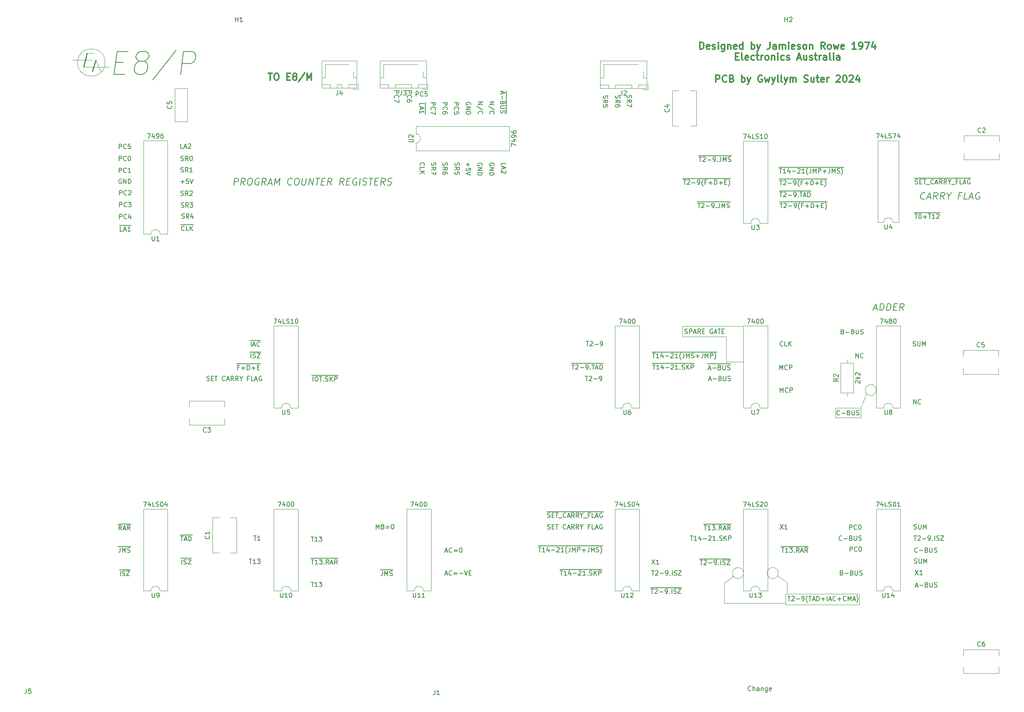
<source format=gbr>
%TF.GenerationSoftware,KiCad,Pcbnew,(6.0.4-0)*%
%TF.CreationDate,2024-04-14T15:40:16+10:00*%
%TF.ProjectId,PC and ADDER 74LS74 MOD,50432061-6e64-4204-9144-444552203734,rev?*%
%TF.SameCoordinates,Original*%
%TF.FileFunction,Legend,Top*%
%TF.FilePolarity,Positive*%
%FSLAX46Y46*%
G04 Gerber Fmt 4.6, Leading zero omitted, Abs format (unit mm)*
G04 Created by KiCad (PCBNEW (6.0.4-0)) date 2024-04-14 15:40:16*
%MOMM*%
%LPD*%
G01*
G04 APERTURE LIST*
%ADD10C,0.120000*%
%ADD11C,0.150000*%
%ADD12C,0.300000*%
%ADD13C,0.240000*%
G04 APERTURE END LIST*
D10*
X181900000Y-85200000D02*
X181900000Y-87500000D01*
X195208305Y-139200000D02*
G75*
G03*
X195208305Y-139200000I-1208305J0D01*
G01*
X202700000Y-139800000D02*
X204700000Y-141200000D01*
X181900000Y-87500000D02*
X191400000Y-87500000D01*
X202816553Y-139200000D02*
G75*
G03*
X202816553Y-139200000I-1216553J0D01*
G01*
X220500000Y-143700000D02*
X204400000Y-143700000D01*
X215200000Y-105200000D02*
X220800000Y-105200000D01*
X204400000Y-146100000D02*
X220500000Y-146100000D01*
X191400000Y-93000000D02*
X195200000Y-93000000D01*
X181900000Y-85200000D02*
X194900000Y-85200000D01*
X220500000Y-146100000D02*
X220500000Y-143700000D01*
X224204159Y-99200000D02*
G75*
G03*
X224204159Y-99200000I-1204159J0D01*
G01*
X204400000Y-143700000D02*
X204400000Y-146100000D01*
X220800000Y-105200000D02*
X220800000Y-103100000D01*
X191000000Y-141400000D02*
X193000000Y-139800000D01*
X204400000Y-145800000D02*
X191000000Y-145800000D01*
X191400000Y-87500000D02*
X191400000Y-93000000D01*
X220800000Y-103100000D02*
X215200000Y-103100000D01*
X215200000Y-103100000D02*
X215200000Y-105200000D01*
X204700000Y-141200000D02*
X204700000Y-143700000D01*
X191000000Y-145800000D02*
X191000000Y-141400000D01*
X222100000Y-99900000D02*
X220800000Y-103100000D01*
D11*
X135600000Y-36838095D02*
X135647619Y-36742857D01*
X135647619Y-36600000D01*
X135600000Y-36457142D01*
X135504761Y-36361904D01*
X135409523Y-36314285D01*
X135219047Y-36266666D01*
X135076190Y-36266666D01*
X134885714Y-36314285D01*
X134790476Y-36361904D01*
X134695238Y-36457142D01*
X134647619Y-36600000D01*
X134647619Y-36695238D01*
X134695238Y-36838095D01*
X134742857Y-36885714D01*
X135076190Y-36885714D01*
X135076190Y-36695238D01*
X134647619Y-37314285D02*
X135647619Y-37314285D01*
X134647619Y-37885714D01*
X135647619Y-37885714D01*
X134647619Y-38361904D02*
X135647619Y-38361904D01*
X135647619Y-38600000D01*
X135600000Y-38742857D01*
X135504761Y-38838095D01*
X135409523Y-38885714D01*
X135219047Y-38933333D01*
X135076190Y-38933333D01*
X134885714Y-38885714D01*
X134790476Y-38838095D01*
X134695238Y-38742857D01*
X134647619Y-38600000D01*
X134647619Y-38361904D01*
X132195238Y-49538095D02*
X132147619Y-49680952D01*
X132147619Y-49919047D01*
X132195238Y-50014285D01*
X132242857Y-50061904D01*
X132338095Y-50109523D01*
X132433333Y-50109523D01*
X132528571Y-50061904D01*
X132576190Y-50014285D01*
X132623809Y-49919047D01*
X132671428Y-49728571D01*
X132719047Y-49633333D01*
X132766666Y-49585714D01*
X132861904Y-49538095D01*
X132957142Y-49538095D01*
X133052380Y-49585714D01*
X133100000Y-49633333D01*
X133147619Y-49728571D01*
X133147619Y-49966666D01*
X133100000Y-50109523D01*
X132147619Y-51109523D02*
X132623809Y-50776190D01*
X132147619Y-50538095D02*
X133147619Y-50538095D01*
X133147619Y-50919047D01*
X133100000Y-51014285D01*
X133052380Y-51061904D01*
X132957142Y-51109523D01*
X132814285Y-51109523D01*
X132719047Y-51061904D01*
X132671428Y-51014285D01*
X132623809Y-50919047D01*
X132623809Y-50538095D01*
X133147619Y-52014285D02*
X133147619Y-51538095D01*
X132671428Y-51490476D01*
X132719047Y-51538095D01*
X132766666Y-51633333D01*
X132766666Y-51871428D01*
X132719047Y-51966666D01*
X132671428Y-52014285D01*
X132576190Y-52061904D01*
X132338095Y-52061904D01*
X132242857Y-52014285D01*
X132195238Y-51966666D01*
X132147619Y-51871428D01*
X132147619Y-51633333D01*
X132195238Y-51538095D01*
X132242857Y-51490476D01*
X185080952Y-58070000D02*
X185842857Y-58070000D01*
X185176190Y-58352380D02*
X185747619Y-58352380D01*
X185461904Y-59352380D02*
X185461904Y-58352380D01*
X185842857Y-58070000D02*
X186795238Y-58070000D01*
X186033333Y-58447619D02*
X186080952Y-58400000D01*
X186176190Y-58352380D01*
X186414285Y-58352380D01*
X186509523Y-58400000D01*
X186557142Y-58447619D01*
X186604761Y-58542857D01*
X186604761Y-58638095D01*
X186557142Y-58780952D01*
X185985714Y-59352380D01*
X186604761Y-59352380D01*
X186795238Y-58070000D02*
X188033333Y-58070000D01*
X187033333Y-58971428D02*
X187795238Y-58971428D01*
X188033333Y-58070000D02*
X188985714Y-58070000D01*
X188319047Y-59352380D02*
X188509523Y-59352380D01*
X188604761Y-59304761D01*
X188652380Y-59257142D01*
X188747619Y-59114285D01*
X188795238Y-58923809D01*
X188795238Y-58542857D01*
X188747619Y-58447619D01*
X188700000Y-58400000D01*
X188604761Y-58352380D01*
X188414285Y-58352380D01*
X188319047Y-58400000D01*
X188271428Y-58447619D01*
X188223809Y-58542857D01*
X188223809Y-58780952D01*
X188271428Y-58876190D01*
X188319047Y-58923809D01*
X188414285Y-58971428D01*
X188604761Y-58971428D01*
X188700000Y-58923809D01*
X188747619Y-58876190D01*
X188795238Y-58780952D01*
X188985714Y-58070000D02*
X189461904Y-58070000D01*
X189223809Y-59257142D02*
X189271428Y-59304761D01*
X189223809Y-59352380D01*
X189176190Y-59304761D01*
X189223809Y-59257142D01*
X189223809Y-59352380D01*
X189461904Y-58070000D02*
X190223809Y-58070000D01*
X189985714Y-58352380D02*
X189985714Y-59066666D01*
X189938095Y-59209523D01*
X189842857Y-59304761D01*
X189700000Y-59352380D01*
X189604761Y-59352380D01*
X190223809Y-58070000D02*
X191366666Y-58070000D01*
X190461904Y-59352380D02*
X190461904Y-58352380D01*
X190795238Y-59066666D01*
X191128571Y-58352380D01*
X191128571Y-59352380D01*
X191366666Y-58070000D02*
X192319047Y-58070000D01*
X191557142Y-59304761D02*
X191700000Y-59352380D01*
X191938095Y-59352380D01*
X192033333Y-59304761D01*
X192080952Y-59257142D01*
X192128571Y-59161904D01*
X192128571Y-59066666D01*
X192080952Y-58971428D01*
X192033333Y-58923809D01*
X191938095Y-58876190D01*
X191747619Y-58828571D01*
X191652380Y-58780952D01*
X191604761Y-58733333D01*
X191557142Y-58638095D01*
X191557142Y-58542857D01*
X191604761Y-58447619D01*
X191652380Y-58400000D01*
X191747619Y-58352380D01*
X191985714Y-58352380D01*
X192128571Y-58400000D01*
X100761904Y-131252380D02*
X101333333Y-131252380D01*
X101047619Y-132252380D02*
X101047619Y-131252380D01*
X102190476Y-132252380D02*
X101619047Y-132252380D01*
X101904761Y-132252380D02*
X101904761Y-131252380D01*
X101809523Y-131395238D01*
X101714285Y-131490476D01*
X101619047Y-131538095D01*
X102523809Y-131252380D02*
X103142857Y-131252380D01*
X102809523Y-131633333D01*
X102952380Y-131633333D01*
X103047619Y-131680952D01*
X103095238Y-131728571D01*
X103142857Y-131823809D01*
X103142857Y-132061904D01*
X103095238Y-132157142D01*
X103047619Y-132204761D01*
X102952380Y-132252380D01*
X102666666Y-132252380D01*
X102571428Y-132204761D01*
X102523809Y-132157142D01*
X114971428Y-129552380D02*
X114971428Y-128552380D01*
X115304761Y-129266666D01*
X115638095Y-128552380D01*
X115638095Y-129552380D01*
X116447619Y-129028571D02*
X116590476Y-129076190D01*
X116638095Y-129123809D01*
X116685714Y-129219047D01*
X116685714Y-129361904D01*
X116638095Y-129457142D01*
X116590476Y-129504761D01*
X116495238Y-129552380D01*
X116114285Y-129552380D01*
X116114285Y-128552380D01*
X116447619Y-128552380D01*
X116542857Y-128600000D01*
X116590476Y-128647619D01*
X116638095Y-128742857D01*
X116638095Y-128838095D01*
X116590476Y-128933333D01*
X116542857Y-128980952D01*
X116447619Y-129028571D01*
X116114285Y-129028571D01*
X117114285Y-129028571D02*
X117876190Y-129028571D01*
X117876190Y-129314285D02*
X117114285Y-129314285D01*
X118542857Y-128552380D02*
X118638095Y-128552380D01*
X118733333Y-128600000D01*
X118780952Y-128647619D01*
X118828571Y-128742857D01*
X118876190Y-128933333D01*
X118876190Y-129171428D01*
X118828571Y-129361904D01*
X118780952Y-129457142D01*
X118733333Y-129504761D01*
X118638095Y-129552380D01*
X118542857Y-129552380D01*
X118447619Y-129504761D01*
X118400000Y-129457142D01*
X118352380Y-129361904D01*
X118304761Y-129171428D01*
X118304761Y-128933333D01*
X118352380Y-128742857D01*
X118400000Y-128647619D01*
X118447619Y-128600000D01*
X118542857Y-128552380D01*
X72438095Y-59204761D02*
X72580952Y-59252380D01*
X72819047Y-59252380D01*
X72914285Y-59204761D01*
X72961904Y-59157142D01*
X73009523Y-59061904D01*
X73009523Y-58966666D01*
X72961904Y-58871428D01*
X72914285Y-58823809D01*
X72819047Y-58776190D01*
X72628571Y-58728571D01*
X72533333Y-58680952D01*
X72485714Y-58633333D01*
X72438095Y-58538095D01*
X72438095Y-58442857D01*
X72485714Y-58347619D01*
X72533333Y-58300000D01*
X72628571Y-58252380D01*
X72866666Y-58252380D01*
X73009523Y-58300000D01*
X74009523Y-59252380D02*
X73676190Y-58776190D01*
X73438095Y-59252380D02*
X73438095Y-58252380D01*
X73819047Y-58252380D01*
X73914285Y-58300000D01*
X73961904Y-58347619D01*
X74009523Y-58442857D01*
X74009523Y-58585714D01*
X73961904Y-58680952D01*
X73914285Y-58728571D01*
X73819047Y-58776190D01*
X73438095Y-58776190D01*
X74342857Y-58252380D02*
X74961904Y-58252380D01*
X74628571Y-58633333D01*
X74771428Y-58633333D01*
X74866666Y-58680952D01*
X74914285Y-58728571D01*
X74961904Y-58823809D01*
X74961904Y-59061904D01*
X74914285Y-59157142D01*
X74866666Y-59204761D01*
X74771428Y-59252380D01*
X74485714Y-59252380D01*
X74390476Y-59204761D01*
X74342857Y-59157142D01*
X72538095Y-61604761D02*
X72680952Y-61652380D01*
X72919047Y-61652380D01*
X73014285Y-61604761D01*
X73061904Y-61557142D01*
X73109523Y-61461904D01*
X73109523Y-61366666D01*
X73061904Y-61271428D01*
X73014285Y-61223809D01*
X72919047Y-61176190D01*
X72728571Y-61128571D01*
X72633333Y-61080952D01*
X72585714Y-61033333D01*
X72538095Y-60938095D01*
X72538095Y-60842857D01*
X72585714Y-60747619D01*
X72633333Y-60700000D01*
X72728571Y-60652380D01*
X72966666Y-60652380D01*
X73109523Y-60700000D01*
X74109523Y-61652380D02*
X73776190Y-61176190D01*
X73538095Y-61652380D02*
X73538095Y-60652380D01*
X73919047Y-60652380D01*
X74014285Y-60700000D01*
X74061904Y-60747619D01*
X74109523Y-60842857D01*
X74109523Y-60985714D01*
X74061904Y-61080952D01*
X74014285Y-61128571D01*
X73919047Y-61176190D01*
X73538095Y-61176190D01*
X74966666Y-60985714D02*
X74966666Y-61652380D01*
X74728571Y-60604761D02*
X74490476Y-61319047D01*
X75109523Y-61319047D01*
X58861904Y-51652380D02*
X58861904Y-50652380D01*
X59242857Y-50652380D01*
X59338095Y-50700000D01*
X59385714Y-50747619D01*
X59433333Y-50842857D01*
X59433333Y-50985714D01*
X59385714Y-51080952D01*
X59338095Y-51128571D01*
X59242857Y-51176190D01*
X58861904Y-51176190D01*
X60433333Y-51557142D02*
X60385714Y-51604761D01*
X60242857Y-51652380D01*
X60147619Y-51652380D01*
X60004761Y-51604761D01*
X59909523Y-51509523D01*
X59861904Y-51414285D01*
X59814285Y-51223809D01*
X59814285Y-51080952D01*
X59861904Y-50890476D01*
X59909523Y-50795238D01*
X60004761Y-50700000D01*
X60147619Y-50652380D01*
X60242857Y-50652380D01*
X60385714Y-50700000D01*
X60433333Y-50747619D01*
X61385714Y-51652380D02*
X60814285Y-51652380D01*
X61100000Y-51652380D02*
X61100000Y-50652380D01*
X61004761Y-50795238D01*
X60909523Y-50890476D01*
X60814285Y-50938095D01*
X72338095Y-49004761D02*
X72480952Y-49052380D01*
X72719047Y-49052380D01*
X72814285Y-49004761D01*
X72861904Y-48957142D01*
X72909523Y-48861904D01*
X72909523Y-48766666D01*
X72861904Y-48671428D01*
X72814285Y-48623809D01*
X72719047Y-48576190D01*
X72528571Y-48528571D01*
X72433333Y-48480952D01*
X72385714Y-48433333D01*
X72338095Y-48338095D01*
X72338095Y-48242857D01*
X72385714Y-48147619D01*
X72433333Y-48100000D01*
X72528571Y-48052380D01*
X72766666Y-48052380D01*
X72909523Y-48100000D01*
X73909523Y-49052380D02*
X73576190Y-48576190D01*
X73338095Y-49052380D02*
X73338095Y-48052380D01*
X73719047Y-48052380D01*
X73814285Y-48100000D01*
X73861904Y-48147619D01*
X73909523Y-48242857D01*
X73909523Y-48385714D01*
X73861904Y-48480952D01*
X73814285Y-48528571D01*
X73719047Y-48576190D01*
X73338095Y-48576190D01*
X74528571Y-48052380D02*
X74623809Y-48052380D01*
X74719047Y-48100000D01*
X74766666Y-48147619D01*
X74814285Y-48242857D01*
X74861904Y-48433333D01*
X74861904Y-48671428D01*
X74814285Y-48861904D01*
X74766666Y-48957142D01*
X74719047Y-49004761D01*
X74623809Y-49052380D01*
X74528571Y-49052380D01*
X74433333Y-49004761D01*
X74385714Y-48957142D01*
X74338095Y-48861904D01*
X74290476Y-48671428D01*
X74290476Y-48433333D01*
X74338095Y-48242857D01*
X74385714Y-48147619D01*
X74433333Y-48100000D01*
X74528571Y-48052380D01*
X216652380Y-139128571D02*
X216795238Y-139176190D01*
X216842857Y-139223809D01*
X216890476Y-139319047D01*
X216890476Y-139461904D01*
X216842857Y-139557142D01*
X216795238Y-139604761D01*
X216700000Y-139652380D01*
X216319047Y-139652380D01*
X216319047Y-138652380D01*
X216652380Y-138652380D01*
X216747619Y-138700000D01*
X216795238Y-138747619D01*
X216842857Y-138842857D01*
X216842857Y-138938095D01*
X216795238Y-139033333D01*
X216747619Y-139080952D01*
X216652380Y-139128571D01*
X216319047Y-139128571D01*
X217319047Y-139271428D02*
X218080952Y-139271428D01*
X218890476Y-139128571D02*
X219033333Y-139176190D01*
X219080952Y-139223809D01*
X219128571Y-139319047D01*
X219128571Y-139461904D01*
X219080952Y-139557142D01*
X219033333Y-139604761D01*
X218938095Y-139652380D01*
X218557142Y-139652380D01*
X218557142Y-138652380D01*
X218890476Y-138652380D01*
X218985714Y-138700000D01*
X219033333Y-138747619D01*
X219080952Y-138842857D01*
X219080952Y-138938095D01*
X219033333Y-139033333D01*
X218985714Y-139080952D01*
X218890476Y-139128571D01*
X218557142Y-139128571D01*
X219557142Y-138652380D02*
X219557142Y-139461904D01*
X219604761Y-139557142D01*
X219652380Y-139604761D01*
X219747619Y-139652380D01*
X219938095Y-139652380D01*
X220033333Y-139604761D01*
X220080952Y-139557142D01*
X220128571Y-139461904D01*
X220128571Y-138652380D01*
X220557142Y-139604761D02*
X220700000Y-139652380D01*
X220938095Y-139652380D01*
X221033333Y-139604761D01*
X221080952Y-139557142D01*
X221128571Y-139461904D01*
X221128571Y-139366666D01*
X221080952Y-139271428D01*
X221033333Y-139223809D01*
X220938095Y-139176190D01*
X220747619Y-139128571D01*
X220652380Y-139080952D01*
X220604761Y-139033333D01*
X220557142Y-138938095D01*
X220557142Y-138842857D01*
X220604761Y-138747619D01*
X220652380Y-138700000D01*
X220747619Y-138652380D01*
X220985714Y-138652380D01*
X221128571Y-138700000D01*
X58961904Y-61752380D02*
X58961904Y-60752380D01*
X59342857Y-60752380D01*
X59438095Y-60800000D01*
X59485714Y-60847619D01*
X59533333Y-60942857D01*
X59533333Y-61085714D01*
X59485714Y-61180952D01*
X59438095Y-61228571D01*
X59342857Y-61276190D01*
X58961904Y-61276190D01*
X60533333Y-61657142D02*
X60485714Y-61704761D01*
X60342857Y-61752380D01*
X60247619Y-61752380D01*
X60104761Y-61704761D01*
X60009523Y-61609523D01*
X59961904Y-61514285D01*
X59914285Y-61323809D01*
X59914285Y-61180952D01*
X59961904Y-60990476D01*
X60009523Y-60895238D01*
X60104761Y-60800000D01*
X60247619Y-60752380D01*
X60342857Y-60752380D01*
X60485714Y-60800000D01*
X60533333Y-60847619D01*
X61390476Y-61085714D02*
X61390476Y-61752380D01*
X61152380Y-60704761D02*
X60914285Y-61419047D01*
X61533333Y-61419047D01*
X232219047Y-89504761D02*
X232361904Y-89552380D01*
X232600000Y-89552380D01*
X232695238Y-89504761D01*
X232742857Y-89457142D01*
X232790476Y-89361904D01*
X232790476Y-89266666D01*
X232742857Y-89171428D01*
X232695238Y-89123809D01*
X232600000Y-89076190D01*
X232409523Y-89028571D01*
X232314285Y-88980952D01*
X232266666Y-88933333D01*
X232219047Y-88838095D01*
X232219047Y-88742857D01*
X232266666Y-88647619D01*
X232314285Y-88600000D01*
X232409523Y-88552380D01*
X232647619Y-88552380D01*
X232790476Y-88600000D01*
X233219047Y-88552380D02*
X233219047Y-89361904D01*
X233266666Y-89457142D01*
X233314285Y-89504761D01*
X233409523Y-89552380D01*
X233600000Y-89552380D01*
X233695238Y-89504761D01*
X233742857Y-89457142D01*
X233790476Y-89361904D01*
X233790476Y-88552380D01*
X234266666Y-89552380D02*
X234266666Y-88552380D01*
X234600000Y-89266666D01*
X234933333Y-88552380D01*
X234933333Y-89552380D01*
X139747619Y-36190476D02*
X140747619Y-36190476D01*
X139747619Y-36761904D01*
X140747619Y-36761904D01*
X140795238Y-37952380D02*
X139509523Y-37095238D01*
X139842857Y-38857142D02*
X139795238Y-38809523D01*
X139747619Y-38666666D01*
X139747619Y-38571428D01*
X139795238Y-38428571D01*
X139890476Y-38333333D01*
X139985714Y-38285714D01*
X140176190Y-38238095D01*
X140319047Y-38238095D01*
X140509523Y-38285714D01*
X140604761Y-38333333D01*
X140700000Y-38428571D01*
X140747619Y-38571428D01*
X140747619Y-38666666D01*
X140700000Y-38809523D01*
X140652380Y-38857142D01*
X137247619Y-36190476D02*
X138247619Y-36190476D01*
X137247619Y-36761904D01*
X138247619Y-36761904D01*
X138295238Y-37952380D02*
X137009523Y-37095238D01*
X137342857Y-38857142D02*
X137295238Y-38809523D01*
X137247619Y-38666666D01*
X137247619Y-38571428D01*
X137295238Y-38428571D01*
X137390476Y-38333333D01*
X137485714Y-38285714D01*
X137676190Y-38238095D01*
X137819047Y-38238095D01*
X138009523Y-38285714D01*
X138104761Y-38333333D01*
X138200000Y-38428571D01*
X138247619Y-38571428D01*
X138247619Y-38666666D01*
X138200000Y-38809523D01*
X138152380Y-38857142D01*
X219714285Y-92152380D02*
X219714285Y-91152380D01*
X220285714Y-92152380D01*
X220285714Y-91152380D01*
X221333333Y-92057142D02*
X221285714Y-92104761D01*
X221142857Y-92152380D01*
X221047619Y-92152380D01*
X220904761Y-92104761D01*
X220809523Y-92009523D01*
X220761904Y-91914285D01*
X220714285Y-91723809D01*
X220714285Y-91580952D01*
X220761904Y-91390476D01*
X220809523Y-91295238D01*
X220904761Y-91200000D01*
X221047619Y-91152380D01*
X221142857Y-91152380D01*
X221285714Y-91200000D01*
X221333333Y-91247619D01*
X142347619Y-50104761D02*
X142347619Y-49628571D01*
X143347619Y-49628571D01*
X142633333Y-50390476D02*
X142633333Y-50866666D01*
X142347619Y-50295238D02*
X143347619Y-50628571D01*
X142347619Y-50961904D01*
X143252380Y-51247619D02*
X143300000Y-51295238D01*
X143347619Y-51390476D01*
X143347619Y-51628571D01*
X143300000Y-51723809D01*
X143252380Y-51771428D01*
X143157142Y-51819047D01*
X143061904Y-51819047D01*
X142919047Y-51771428D01*
X142347619Y-51200000D01*
X142347619Y-51819047D01*
X203211666Y-99680380D02*
X203211666Y-98680380D01*
X203545000Y-99394666D01*
X203878333Y-98680380D01*
X203878333Y-99680380D01*
X204925952Y-99585142D02*
X204878333Y-99632761D01*
X204735476Y-99680380D01*
X204640238Y-99680380D01*
X204497380Y-99632761D01*
X204402142Y-99537523D01*
X204354523Y-99442285D01*
X204306904Y-99251809D01*
X204306904Y-99108952D01*
X204354523Y-98918476D01*
X204402142Y-98823238D01*
X204497380Y-98728000D01*
X204640238Y-98680380D01*
X204735476Y-98680380D01*
X204878333Y-98728000D01*
X204925952Y-98775619D01*
X205354523Y-99680380D02*
X205354523Y-98680380D01*
X205735476Y-98680380D01*
X205830714Y-98728000D01*
X205878333Y-98775619D01*
X205925952Y-98870857D01*
X205925952Y-99013714D01*
X205878333Y-99108952D01*
X205830714Y-99156571D01*
X205735476Y-99204190D01*
X205354523Y-99204190D01*
X87261904Y-136152380D02*
X87833333Y-136152380D01*
X87547619Y-137152380D02*
X87547619Y-136152380D01*
X88690476Y-137152380D02*
X88119047Y-137152380D01*
X88404761Y-137152380D02*
X88404761Y-136152380D01*
X88309523Y-136295238D01*
X88214285Y-136390476D01*
X88119047Y-136438095D01*
X89023809Y-136152380D02*
X89642857Y-136152380D01*
X89309523Y-136533333D01*
X89452380Y-136533333D01*
X89547619Y-136580952D01*
X89595238Y-136628571D01*
X89642857Y-136723809D01*
X89642857Y-136961904D01*
X89595238Y-137057142D01*
X89547619Y-137104761D01*
X89452380Y-137152380D01*
X89166666Y-137152380D01*
X89071428Y-137104761D01*
X89023809Y-137057142D01*
X58082589Y-27542857D02*
X59749255Y-27542857D01*
X60136160Y-30161904D02*
X57755208Y-30161904D01*
X58380208Y-25161904D01*
X60761160Y-25161904D01*
X63350446Y-27304761D02*
X62904017Y-27066666D01*
X62695684Y-26828571D01*
X62517113Y-26352380D01*
X62546875Y-26114285D01*
X62844494Y-25638095D01*
X63112351Y-25400000D01*
X63618303Y-25161904D01*
X64570684Y-25161904D01*
X65017113Y-25400000D01*
X65225446Y-25638095D01*
X65404017Y-26114285D01*
X65374255Y-26352380D01*
X65076636Y-26828571D01*
X64808779Y-27066666D01*
X64302827Y-27304761D01*
X63350446Y-27304761D01*
X62844494Y-27542857D01*
X62576636Y-27780952D01*
X62279017Y-28257142D01*
X62159970Y-29209523D01*
X62338541Y-29685714D01*
X62546875Y-29923809D01*
X62993303Y-30161904D01*
X63945684Y-30161904D01*
X64451636Y-29923809D01*
X64719494Y-29685714D01*
X65017113Y-29209523D01*
X65136160Y-28257142D01*
X64957589Y-27780952D01*
X64749255Y-27542857D01*
X64302827Y-27304761D01*
X71267113Y-24923809D02*
X66177827Y-31352380D01*
X72279017Y-30161904D02*
X72904017Y-25161904D01*
X74808779Y-25161904D01*
X75255208Y-25400000D01*
X75463541Y-25638095D01*
X75642113Y-26114285D01*
X75552827Y-26828571D01*
X75255208Y-27304761D01*
X74987351Y-27542857D01*
X74481398Y-27780952D01*
X72576636Y-27780952D01*
X216690476Y-131957142D02*
X216642857Y-132004761D01*
X216500000Y-132052380D01*
X216404761Y-132052380D01*
X216261904Y-132004761D01*
X216166666Y-131909523D01*
X216119047Y-131814285D01*
X216071428Y-131623809D01*
X216071428Y-131480952D01*
X216119047Y-131290476D01*
X216166666Y-131195238D01*
X216261904Y-131100000D01*
X216404761Y-131052380D01*
X216500000Y-131052380D01*
X216642857Y-131100000D01*
X216690476Y-131147619D01*
X217119047Y-131671428D02*
X217880952Y-131671428D01*
X218690476Y-131528571D02*
X218833333Y-131576190D01*
X218880952Y-131623809D01*
X218928571Y-131719047D01*
X218928571Y-131861904D01*
X218880952Y-131957142D01*
X218833333Y-132004761D01*
X218738095Y-132052380D01*
X218357142Y-132052380D01*
X218357142Y-131052380D01*
X218690476Y-131052380D01*
X218785714Y-131100000D01*
X218833333Y-131147619D01*
X218880952Y-131242857D01*
X218880952Y-131338095D01*
X218833333Y-131433333D01*
X218785714Y-131480952D01*
X218690476Y-131528571D01*
X218357142Y-131528571D01*
X219357142Y-131052380D02*
X219357142Y-131861904D01*
X219404761Y-131957142D01*
X219452380Y-132004761D01*
X219547619Y-132052380D01*
X219738095Y-132052380D01*
X219833333Y-132004761D01*
X219880952Y-131957142D01*
X219928571Y-131861904D01*
X219928571Y-131052380D01*
X220357142Y-132004761D02*
X220500000Y-132052380D01*
X220738095Y-132052380D01*
X220833333Y-132004761D01*
X220880952Y-131957142D01*
X220928571Y-131861904D01*
X220928571Y-131766666D01*
X220880952Y-131671428D01*
X220833333Y-131623809D01*
X220738095Y-131576190D01*
X220547619Y-131528571D01*
X220452380Y-131480952D01*
X220404761Y-131433333D01*
X220357142Y-131338095D01*
X220357142Y-131242857D01*
X220404761Y-131147619D01*
X220452380Y-131100000D01*
X220547619Y-131052380D01*
X220785714Y-131052380D01*
X220928571Y-131100000D01*
X169795238Y-34738095D02*
X169747619Y-34880952D01*
X169747619Y-35119047D01*
X169795238Y-35214285D01*
X169842857Y-35261904D01*
X169938095Y-35309523D01*
X170033333Y-35309523D01*
X170128571Y-35261904D01*
X170176190Y-35214285D01*
X170223809Y-35119047D01*
X170271428Y-34928571D01*
X170319047Y-34833333D01*
X170366666Y-34785714D01*
X170461904Y-34738095D01*
X170557142Y-34738095D01*
X170652380Y-34785714D01*
X170700000Y-34833333D01*
X170747619Y-34928571D01*
X170747619Y-35166666D01*
X170700000Y-35309523D01*
X169747619Y-36309523D02*
X170223809Y-35976190D01*
X169747619Y-35738095D02*
X170747619Y-35738095D01*
X170747619Y-36119047D01*
X170700000Y-36214285D01*
X170652380Y-36261904D01*
X170557142Y-36309523D01*
X170414285Y-36309523D01*
X170319047Y-36261904D01*
X170271428Y-36214285D01*
X170223809Y-36119047D01*
X170223809Y-35738095D01*
X170747619Y-36642857D02*
X170747619Y-37309523D01*
X169747619Y-36880952D01*
X115871428Y-138470000D02*
X116633333Y-138470000D01*
X116395238Y-138752380D02*
X116395238Y-139466666D01*
X116347619Y-139609523D01*
X116252380Y-139704761D01*
X116109523Y-139752380D01*
X116014285Y-139752380D01*
X116633333Y-138470000D02*
X117776190Y-138470000D01*
X116871428Y-139752380D02*
X116871428Y-138752380D01*
X117204761Y-139466666D01*
X117538095Y-138752380D01*
X117538095Y-139752380D01*
X117776190Y-138470000D02*
X118728571Y-138470000D01*
X117966666Y-139704761D02*
X118109523Y-139752380D01*
X118347619Y-139752380D01*
X118442857Y-139704761D01*
X118490476Y-139657142D01*
X118538095Y-139561904D01*
X118538095Y-139466666D01*
X118490476Y-139371428D01*
X118442857Y-139323809D01*
X118347619Y-139276190D01*
X118157142Y-139228571D01*
X118061904Y-139180952D01*
X118014285Y-139133333D01*
X117966666Y-139038095D01*
X117966666Y-138942857D01*
X118014285Y-138847619D01*
X118061904Y-138800000D01*
X118157142Y-138752380D01*
X118395238Y-138752380D01*
X118538095Y-138800000D01*
X132047619Y-36361904D02*
X133047619Y-36361904D01*
X133047619Y-36742857D01*
X133000000Y-36838095D01*
X132952380Y-36885714D01*
X132857142Y-36933333D01*
X132714285Y-36933333D01*
X132619047Y-36885714D01*
X132571428Y-36838095D01*
X132523809Y-36742857D01*
X132523809Y-36361904D01*
X132142857Y-37933333D02*
X132095238Y-37885714D01*
X132047619Y-37742857D01*
X132047619Y-37647619D01*
X132095238Y-37504761D01*
X132190476Y-37409523D01*
X132285714Y-37361904D01*
X132476190Y-37314285D01*
X132619047Y-37314285D01*
X132809523Y-37361904D01*
X132904761Y-37409523D01*
X133000000Y-37504761D01*
X133047619Y-37647619D01*
X133047619Y-37742857D01*
X133000000Y-37885714D01*
X132952380Y-37933333D01*
X133047619Y-38838095D02*
X133047619Y-38361904D01*
X132571428Y-38314285D01*
X132619047Y-38361904D01*
X132666666Y-38457142D01*
X132666666Y-38695238D01*
X132619047Y-38790476D01*
X132571428Y-38838095D01*
X132476190Y-38885714D01*
X132238095Y-38885714D01*
X132142857Y-38838095D01*
X132095238Y-38790476D01*
X132047619Y-38695238D01*
X132047619Y-38457142D01*
X132095238Y-38361904D01*
X132142857Y-38314285D01*
X203061904Y-58070000D02*
X203823809Y-58070000D01*
X203157142Y-58352380D02*
X203728571Y-58352380D01*
X203442857Y-59352380D02*
X203442857Y-58352380D01*
X203823809Y-58070000D02*
X204776190Y-58070000D01*
X204014285Y-58447619D02*
X204061904Y-58400000D01*
X204157142Y-58352380D01*
X204395238Y-58352380D01*
X204490476Y-58400000D01*
X204538095Y-58447619D01*
X204585714Y-58542857D01*
X204585714Y-58638095D01*
X204538095Y-58780952D01*
X203966666Y-59352380D01*
X204585714Y-59352380D01*
X204776190Y-58070000D02*
X206014285Y-58070000D01*
X205014285Y-58971428D02*
X205776190Y-58971428D01*
X206014285Y-58070000D02*
X206966666Y-58070000D01*
X206300000Y-59352380D02*
X206490476Y-59352380D01*
X206585714Y-59304761D01*
X206633333Y-59257142D01*
X206728571Y-59114285D01*
X206776190Y-58923809D01*
X206776190Y-58542857D01*
X206728571Y-58447619D01*
X206680952Y-58400000D01*
X206585714Y-58352380D01*
X206395238Y-58352380D01*
X206300000Y-58400000D01*
X206252380Y-58447619D01*
X206204761Y-58542857D01*
X206204761Y-58780952D01*
X206252380Y-58876190D01*
X206300000Y-58923809D01*
X206395238Y-58971428D01*
X206585714Y-58971428D01*
X206680952Y-58923809D01*
X206728571Y-58876190D01*
X206776190Y-58780952D01*
X206966666Y-58070000D02*
X207633333Y-58070000D01*
X207490476Y-59733333D02*
X207442857Y-59685714D01*
X207347619Y-59542857D01*
X207300000Y-59447619D01*
X207252380Y-59304761D01*
X207204761Y-59066666D01*
X207204761Y-58876190D01*
X207252380Y-58638095D01*
X207300000Y-58495238D01*
X207347619Y-58400000D01*
X207442857Y-58257142D01*
X207490476Y-58209523D01*
X207633333Y-58070000D02*
X208490476Y-58070000D01*
X208204761Y-58828571D02*
X207871428Y-58828571D01*
X207871428Y-59352380D02*
X207871428Y-58352380D01*
X208347619Y-58352380D01*
X208490476Y-58070000D02*
X209728571Y-58070000D01*
X208728571Y-58971428D02*
X209490476Y-58971428D01*
X209109523Y-59352380D02*
X209109523Y-58590476D01*
X209728571Y-58070000D02*
X210728571Y-58070000D01*
X209966666Y-59352380D02*
X209966666Y-58352380D01*
X210204761Y-58352380D01*
X210347619Y-58400000D01*
X210442857Y-58495238D01*
X210490476Y-58590476D01*
X210538095Y-58780952D01*
X210538095Y-58923809D01*
X210490476Y-59114285D01*
X210442857Y-59209523D01*
X210347619Y-59304761D01*
X210204761Y-59352380D01*
X209966666Y-59352380D01*
X210728571Y-58070000D02*
X211966666Y-58070000D01*
X210966666Y-58971428D02*
X211728571Y-58971428D01*
X211347619Y-59352380D02*
X211347619Y-58590476D01*
X211966666Y-58070000D02*
X212871428Y-58070000D01*
X212204761Y-58828571D02*
X212538095Y-58828571D01*
X212680952Y-59352380D02*
X212204761Y-59352380D01*
X212204761Y-58352380D01*
X212680952Y-58352380D01*
X212871428Y-58070000D02*
X213538095Y-58070000D01*
X213014285Y-59733333D02*
X213061904Y-59685714D01*
X213157142Y-59542857D01*
X213204761Y-59447619D01*
X213252380Y-59304761D01*
X213300000Y-59066666D01*
X213300000Y-58876190D01*
X213252380Y-58638095D01*
X213204761Y-58495238D01*
X213157142Y-58400000D01*
X213061904Y-58257142D01*
X213014285Y-58209523D01*
X232419047Y-129504761D02*
X232561904Y-129552380D01*
X232800000Y-129552380D01*
X232895238Y-129504761D01*
X232942857Y-129457142D01*
X232990476Y-129361904D01*
X232990476Y-129266666D01*
X232942857Y-129171428D01*
X232895238Y-129123809D01*
X232800000Y-129076190D01*
X232609523Y-129028571D01*
X232514285Y-128980952D01*
X232466666Y-128933333D01*
X232419047Y-128838095D01*
X232419047Y-128742857D01*
X232466666Y-128647619D01*
X232514285Y-128600000D01*
X232609523Y-128552380D01*
X232847619Y-128552380D01*
X232990476Y-128600000D01*
X233419047Y-128552380D02*
X233419047Y-129361904D01*
X233466666Y-129457142D01*
X233514285Y-129504761D01*
X233609523Y-129552380D01*
X233800000Y-129552380D01*
X233895238Y-129504761D01*
X233942857Y-129457142D01*
X233990476Y-129361904D01*
X233990476Y-128552380D01*
X234466666Y-129552380D02*
X234466666Y-128552380D01*
X234800000Y-129266666D01*
X235133333Y-128552380D01*
X235133333Y-129552380D01*
X130042857Y-139366666D02*
X130519047Y-139366666D01*
X129947619Y-139652380D02*
X130280952Y-138652380D01*
X130614285Y-139652380D01*
X131519047Y-139557142D02*
X131471428Y-139604761D01*
X131328571Y-139652380D01*
X131233333Y-139652380D01*
X131090476Y-139604761D01*
X130995238Y-139509523D01*
X130947619Y-139414285D01*
X130900000Y-139223809D01*
X130900000Y-139080952D01*
X130947619Y-138890476D01*
X130995238Y-138795238D01*
X131090476Y-138700000D01*
X131233333Y-138652380D01*
X131328571Y-138652380D01*
X131471428Y-138700000D01*
X131519047Y-138747619D01*
X131947619Y-139128571D02*
X132709523Y-139128571D01*
X132709523Y-139414285D02*
X131947619Y-139414285D01*
X133185714Y-139271428D02*
X133947619Y-139271428D01*
X134280952Y-138652380D02*
X134614285Y-139652380D01*
X134947619Y-138652380D01*
X135280952Y-139128571D02*
X135614285Y-139128571D01*
X135757142Y-139652380D02*
X135280952Y-139652380D01*
X135280952Y-138652380D01*
X135757142Y-138652380D01*
X58861904Y-46452380D02*
X58861904Y-45452380D01*
X59242857Y-45452380D01*
X59338095Y-45500000D01*
X59385714Y-45547619D01*
X59433333Y-45642857D01*
X59433333Y-45785714D01*
X59385714Y-45880952D01*
X59338095Y-45928571D01*
X59242857Y-45976190D01*
X58861904Y-45976190D01*
X60433333Y-46357142D02*
X60385714Y-46404761D01*
X60242857Y-46452380D01*
X60147619Y-46452380D01*
X60004761Y-46404761D01*
X59909523Y-46309523D01*
X59861904Y-46214285D01*
X59814285Y-46023809D01*
X59814285Y-45880952D01*
X59861904Y-45690476D01*
X59909523Y-45595238D01*
X60004761Y-45500000D01*
X60147619Y-45452380D01*
X60242857Y-45452380D01*
X60385714Y-45500000D01*
X60433333Y-45547619D01*
X61338095Y-45452380D02*
X60861904Y-45452380D01*
X60814285Y-45928571D01*
X60861904Y-45880952D01*
X60957142Y-45833333D01*
X61195238Y-45833333D01*
X61290476Y-45880952D01*
X61338095Y-45928571D01*
X61385714Y-46023809D01*
X61385714Y-46261904D01*
X61338095Y-46357142D01*
X61290476Y-46404761D01*
X61195238Y-46452380D01*
X60957142Y-46452380D01*
X60861904Y-46404761D01*
X60814285Y-46357142D01*
X121747619Y-33761904D02*
X122747619Y-33761904D01*
X122747619Y-34142857D01*
X122700000Y-34238095D01*
X122652380Y-34285714D01*
X122557142Y-34333333D01*
X122414285Y-34333333D01*
X122319047Y-34285714D01*
X122271428Y-34238095D01*
X122223809Y-34142857D01*
X122223809Y-33761904D01*
X121842857Y-35333333D02*
X121795238Y-35285714D01*
X121747619Y-35142857D01*
X121747619Y-35047619D01*
X121795238Y-34904761D01*
X121890476Y-34809523D01*
X121985714Y-34761904D01*
X122176190Y-34714285D01*
X122319047Y-34714285D01*
X122509523Y-34761904D01*
X122604761Y-34809523D01*
X122700000Y-34904761D01*
X122747619Y-35047619D01*
X122747619Y-35142857D01*
X122700000Y-35285714D01*
X122652380Y-35333333D01*
X122747619Y-36190476D02*
X122747619Y-36000000D01*
X122700000Y-35904761D01*
X122652380Y-35857142D01*
X122509523Y-35761904D01*
X122319047Y-35714285D01*
X121938095Y-35714285D01*
X121842857Y-35761904D01*
X121795238Y-35809523D01*
X121747619Y-35904761D01*
X121747619Y-36095238D01*
X121795238Y-36190476D01*
X121842857Y-36238095D01*
X121938095Y-36285714D01*
X122176190Y-36285714D01*
X122271428Y-36238095D01*
X122319047Y-36190476D01*
X122366666Y-36095238D01*
X122366666Y-35904761D01*
X122319047Y-35809523D01*
X122271428Y-35761904D01*
X122176190Y-35714285D01*
X175228571Y-90870000D02*
X175990476Y-90870000D01*
X175323809Y-91152380D02*
X175895238Y-91152380D01*
X175609523Y-92152380D02*
X175609523Y-91152380D01*
X175990476Y-90870000D02*
X176942857Y-90870000D01*
X176752380Y-92152380D02*
X176180952Y-92152380D01*
X176466666Y-92152380D02*
X176466666Y-91152380D01*
X176371428Y-91295238D01*
X176276190Y-91390476D01*
X176180952Y-91438095D01*
X176942857Y-90870000D02*
X177895238Y-90870000D01*
X177609523Y-91485714D02*
X177609523Y-92152380D01*
X177371428Y-91104761D02*
X177133333Y-91819047D01*
X177752380Y-91819047D01*
X177895238Y-90870000D02*
X179133333Y-90870000D01*
X178133333Y-91771428D02*
X178895238Y-91771428D01*
X179133333Y-90870000D02*
X180085714Y-90870000D01*
X179323809Y-91247619D02*
X179371428Y-91200000D01*
X179466666Y-91152380D01*
X179704761Y-91152380D01*
X179800000Y-91200000D01*
X179847619Y-91247619D01*
X179895238Y-91342857D01*
X179895238Y-91438095D01*
X179847619Y-91580952D01*
X179276190Y-92152380D01*
X179895238Y-92152380D01*
X180085714Y-90870000D02*
X181038095Y-90870000D01*
X180847619Y-92152380D02*
X180276190Y-92152380D01*
X180561904Y-92152380D02*
X180561904Y-91152380D01*
X180466666Y-91295238D01*
X180371428Y-91390476D01*
X180276190Y-91438095D01*
X181038095Y-90870000D02*
X181704761Y-90870000D01*
X181561904Y-92533333D02*
X181514285Y-92485714D01*
X181419047Y-92342857D01*
X181371428Y-92247619D01*
X181323809Y-92104761D01*
X181276190Y-91866666D01*
X181276190Y-91676190D01*
X181323809Y-91438095D01*
X181371428Y-91295238D01*
X181419047Y-91200000D01*
X181514285Y-91057142D01*
X181561904Y-91009523D01*
X181704761Y-90870000D02*
X182466666Y-90870000D01*
X182228571Y-91152380D02*
X182228571Y-91866666D01*
X182180952Y-92009523D01*
X182085714Y-92104761D01*
X181942857Y-92152380D01*
X181847619Y-92152380D01*
X182466666Y-90870000D02*
X183609523Y-90870000D01*
X182704761Y-92152380D02*
X182704761Y-91152380D01*
X183038095Y-91866666D01*
X183371428Y-91152380D01*
X183371428Y-92152380D01*
X183609523Y-90870000D02*
X184561904Y-90870000D01*
X183800000Y-92104761D02*
X183942857Y-92152380D01*
X184180952Y-92152380D01*
X184276190Y-92104761D01*
X184323809Y-92057142D01*
X184371428Y-91961904D01*
X184371428Y-91866666D01*
X184323809Y-91771428D01*
X184276190Y-91723809D01*
X184180952Y-91676190D01*
X183990476Y-91628571D01*
X183895238Y-91580952D01*
X183847619Y-91533333D01*
X183800000Y-91438095D01*
X183800000Y-91342857D01*
X183847619Y-91247619D01*
X183895238Y-91200000D01*
X183990476Y-91152380D01*
X184228571Y-91152380D01*
X184371428Y-91200000D01*
X184561904Y-90870000D02*
X185800000Y-90870000D01*
X184800000Y-91771428D02*
X185561904Y-91771428D01*
X185180952Y-92152380D02*
X185180952Y-91390476D01*
X185800000Y-90870000D02*
X186561904Y-90870000D01*
X186323809Y-91152380D02*
X186323809Y-91866666D01*
X186276190Y-92009523D01*
X186180952Y-92104761D01*
X186038095Y-92152380D01*
X185942857Y-92152380D01*
X186561904Y-90870000D02*
X187704761Y-90870000D01*
X186800000Y-92152380D02*
X186800000Y-91152380D01*
X187133333Y-91866666D01*
X187466666Y-91152380D01*
X187466666Y-92152380D01*
X187704761Y-90870000D02*
X188704761Y-90870000D01*
X187942857Y-92152380D02*
X187942857Y-91152380D01*
X188323809Y-91152380D01*
X188419047Y-91200000D01*
X188466666Y-91247619D01*
X188514285Y-91342857D01*
X188514285Y-91485714D01*
X188466666Y-91580952D01*
X188419047Y-91628571D01*
X188323809Y-91676190D01*
X187942857Y-91676190D01*
X188704761Y-90870000D02*
X189371428Y-90870000D01*
X188847619Y-92533333D02*
X188895238Y-92485714D01*
X188990476Y-92342857D01*
X189038095Y-92247619D01*
X189085714Y-92104761D01*
X189133333Y-91866666D01*
X189133333Y-91676190D01*
X189085714Y-91438095D01*
X189038095Y-91295238D01*
X188990476Y-91200000D01*
X188895238Y-91057142D01*
X188847619Y-91009523D01*
X87433333Y-88370000D02*
X87909523Y-88370000D01*
X87671428Y-89652380D02*
X87671428Y-88652380D01*
X87909523Y-88370000D02*
X88766666Y-88370000D01*
X88100000Y-89366666D02*
X88576190Y-89366666D01*
X88004761Y-89652380D02*
X88338095Y-88652380D01*
X88671428Y-89652380D01*
X88766666Y-88370000D02*
X89766666Y-88370000D01*
X89576190Y-89557142D02*
X89528571Y-89604761D01*
X89385714Y-89652380D01*
X89290476Y-89652380D01*
X89147619Y-89604761D01*
X89052380Y-89509523D01*
X89004761Y-89414285D01*
X88957142Y-89223809D01*
X88957142Y-89080952D01*
X89004761Y-88890476D01*
X89052380Y-88795238D01*
X89147619Y-88700000D01*
X89290476Y-88652380D01*
X89385714Y-88652380D01*
X89528571Y-88700000D01*
X89576190Y-88747619D01*
X232414285Y-131052380D02*
X232985714Y-131052380D01*
X232700000Y-132052380D02*
X232700000Y-131052380D01*
X233271428Y-131147619D02*
X233319047Y-131100000D01*
X233414285Y-131052380D01*
X233652380Y-131052380D01*
X233747619Y-131100000D01*
X233795238Y-131147619D01*
X233842857Y-131242857D01*
X233842857Y-131338095D01*
X233795238Y-131480952D01*
X233223809Y-132052380D01*
X233842857Y-132052380D01*
X234271428Y-131671428D02*
X235033333Y-131671428D01*
X235557142Y-132052380D02*
X235747619Y-132052380D01*
X235842857Y-132004761D01*
X235890476Y-131957142D01*
X235985714Y-131814285D01*
X236033333Y-131623809D01*
X236033333Y-131242857D01*
X235985714Y-131147619D01*
X235938095Y-131100000D01*
X235842857Y-131052380D01*
X235652380Y-131052380D01*
X235557142Y-131100000D01*
X235509523Y-131147619D01*
X235461904Y-131242857D01*
X235461904Y-131480952D01*
X235509523Y-131576190D01*
X235557142Y-131623809D01*
X235652380Y-131671428D01*
X235842857Y-131671428D01*
X235938095Y-131623809D01*
X235985714Y-131576190D01*
X236033333Y-131480952D01*
X236461904Y-131957142D02*
X236509523Y-132004761D01*
X236461904Y-132052380D01*
X236414285Y-132004761D01*
X236461904Y-131957142D01*
X236461904Y-132052380D01*
X236938095Y-132052380D02*
X236938095Y-131052380D01*
X237366666Y-132004761D02*
X237509523Y-132052380D01*
X237747619Y-132052380D01*
X237842857Y-132004761D01*
X237890476Y-131957142D01*
X237938095Y-131861904D01*
X237938095Y-131766666D01*
X237890476Y-131671428D01*
X237842857Y-131623809D01*
X237747619Y-131576190D01*
X237557142Y-131528571D01*
X237461904Y-131480952D01*
X237414285Y-131433333D01*
X237366666Y-131338095D01*
X237366666Y-131242857D01*
X237414285Y-131147619D01*
X237461904Y-131100000D01*
X237557142Y-131052380D01*
X237795238Y-131052380D01*
X237938095Y-131100000D01*
X238271428Y-131052380D02*
X238938095Y-131052380D01*
X238271428Y-132052380D01*
X238938095Y-132052380D01*
X123661904Y-34952380D02*
X123661904Y-33952380D01*
X124042857Y-33952380D01*
X124138095Y-34000000D01*
X124185714Y-34047619D01*
X124233333Y-34142857D01*
X124233333Y-34285714D01*
X124185714Y-34380952D01*
X124138095Y-34428571D01*
X124042857Y-34476190D01*
X123661904Y-34476190D01*
X125233333Y-34857142D02*
X125185714Y-34904761D01*
X125042857Y-34952380D01*
X124947619Y-34952380D01*
X124804761Y-34904761D01*
X124709523Y-34809523D01*
X124661904Y-34714285D01*
X124614285Y-34523809D01*
X124614285Y-34380952D01*
X124661904Y-34190476D01*
X124709523Y-34095238D01*
X124804761Y-34000000D01*
X124947619Y-33952380D01*
X125042857Y-33952380D01*
X125185714Y-34000000D01*
X125233333Y-34047619D01*
X126138095Y-33952380D02*
X125661904Y-33952380D01*
X125614285Y-34428571D01*
X125661904Y-34380952D01*
X125757142Y-34333333D01*
X125995238Y-34333333D01*
X126090476Y-34380952D01*
X126138095Y-34428571D01*
X126185714Y-34523809D01*
X126185714Y-34761904D01*
X126138095Y-34857142D01*
X126090476Y-34904761D01*
X125995238Y-34952380D01*
X125757142Y-34952380D01*
X125661904Y-34904761D01*
X125614285Y-34857142D01*
X216190476Y-104557142D02*
X216142857Y-104604761D01*
X216000000Y-104652380D01*
X215904761Y-104652380D01*
X215761904Y-104604761D01*
X215666666Y-104509523D01*
X215619047Y-104414285D01*
X215571428Y-104223809D01*
X215571428Y-104080952D01*
X215619047Y-103890476D01*
X215666666Y-103795238D01*
X215761904Y-103700000D01*
X215904761Y-103652380D01*
X216000000Y-103652380D01*
X216142857Y-103700000D01*
X216190476Y-103747619D01*
X216619047Y-104271428D02*
X217380952Y-104271428D01*
X218190476Y-104128571D02*
X218333333Y-104176190D01*
X218380952Y-104223809D01*
X218428571Y-104319047D01*
X218428571Y-104461904D01*
X218380952Y-104557142D01*
X218333333Y-104604761D01*
X218238095Y-104652380D01*
X217857142Y-104652380D01*
X217857142Y-103652380D01*
X218190476Y-103652380D01*
X218285714Y-103700000D01*
X218333333Y-103747619D01*
X218380952Y-103842857D01*
X218380952Y-103938095D01*
X218333333Y-104033333D01*
X218285714Y-104080952D01*
X218190476Y-104128571D01*
X217857142Y-104128571D01*
X218857142Y-103652380D02*
X218857142Y-104461904D01*
X218904761Y-104557142D01*
X218952380Y-104604761D01*
X219047619Y-104652380D01*
X219238095Y-104652380D01*
X219333333Y-104604761D01*
X219380952Y-104557142D01*
X219428571Y-104461904D01*
X219428571Y-103652380D01*
X219857142Y-104604761D02*
X220000000Y-104652380D01*
X220238095Y-104652380D01*
X220333333Y-104604761D01*
X220380952Y-104557142D01*
X220428571Y-104461904D01*
X220428571Y-104366666D01*
X220380952Y-104271428D01*
X220333333Y-104223809D01*
X220238095Y-104176190D01*
X220047619Y-104128571D01*
X219952380Y-104080952D01*
X219904761Y-104033333D01*
X219857142Y-103938095D01*
X219857142Y-103842857D01*
X219904761Y-103747619D01*
X219952380Y-103700000D01*
X220047619Y-103652380D01*
X220285714Y-103652380D01*
X220428571Y-103700000D01*
X84480952Y-93470000D02*
X85338095Y-93470000D01*
X85052380Y-94228571D02*
X84719047Y-94228571D01*
X84719047Y-94752380D02*
X84719047Y-93752380D01*
X85195238Y-93752380D01*
X85338095Y-93470000D02*
X86576190Y-93470000D01*
X85576190Y-94371428D02*
X86338095Y-94371428D01*
X85957142Y-94752380D02*
X85957142Y-93990476D01*
X86576190Y-93470000D02*
X87576190Y-93470000D01*
X86814285Y-94752380D02*
X86814285Y-93752380D01*
X87052380Y-93752380D01*
X87195238Y-93800000D01*
X87290476Y-93895238D01*
X87338095Y-93990476D01*
X87385714Y-94180952D01*
X87385714Y-94323809D01*
X87338095Y-94514285D01*
X87290476Y-94609523D01*
X87195238Y-94704761D01*
X87052380Y-94752380D01*
X86814285Y-94752380D01*
X87576190Y-93470000D02*
X88814285Y-93470000D01*
X87814285Y-94371428D02*
X88576190Y-94371428D01*
X88195238Y-94752380D02*
X88195238Y-93990476D01*
X88814285Y-93470000D02*
X89719047Y-93470000D01*
X89052380Y-94228571D02*
X89385714Y-94228571D01*
X89528571Y-94752380D02*
X89052380Y-94752380D01*
X89052380Y-93752380D01*
X89528571Y-93752380D01*
X185619047Y-136070000D02*
X186380952Y-136070000D01*
X185714285Y-136352380D02*
X186285714Y-136352380D01*
X186000000Y-137352380D02*
X186000000Y-136352380D01*
X186380952Y-136070000D02*
X187333333Y-136070000D01*
X186571428Y-136447619D02*
X186619047Y-136400000D01*
X186714285Y-136352380D01*
X186952380Y-136352380D01*
X187047619Y-136400000D01*
X187095238Y-136447619D01*
X187142857Y-136542857D01*
X187142857Y-136638095D01*
X187095238Y-136780952D01*
X186523809Y-137352380D01*
X187142857Y-137352380D01*
X187333333Y-136070000D02*
X188571428Y-136070000D01*
X187571428Y-136971428D02*
X188333333Y-136971428D01*
X188571428Y-136070000D02*
X189523809Y-136070000D01*
X188857142Y-137352380D02*
X189047619Y-137352380D01*
X189142857Y-137304761D01*
X189190476Y-137257142D01*
X189285714Y-137114285D01*
X189333333Y-136923809D01*
X189333333Y-136542857D01*
X189285714Y-136447619D01*
X189238095Y-136400000D01*
X189142857Y-136352380D01*
X188952380Y-136352380D01*
X188857142Y-136400000D01*
X188809523Y-136447619D01*
X188761904Y-136542857D01*
X188761904Y-136780952D01*
X188809523Y-136876190D01*
X188857142Y-136923809D01*
X188952380Y-136971428D01*
X189142857Y-136971428D01*
X189238095Y-136923809D01*
X189285714Y-136876190D01*
X189333333Y-136780952D01*
X189523809Y-136070000D02*
X190000000Y-136070000D01*
X189761904Y-137257142D02*
X189809523Y-137304761D01*
X189761904Y-137352380D01*
X189714285Y-137304761D01*
X189761904Y-137257142D01*
X189761904Y-137352380D01*
X190000000Y-136070000D02*
X190476190Y-136070000D01*
X190238095Y-137352380D02*
X190238095Y-136352380D01*
X190476190Y-136070000D02*
X191428571Y-136070000D01*
X190666666Y-137304761D02*
X190809523Y-137352380D01*
X191047619Y-137352380D01*
X191142857Y-137304761D01*
X191190476Y-137257142D01*
X191238095Y-137161904D01*
X191238095Y-137066666D01*
X191190476Y-136971428D01*
X191142857Y-136923809D01*
X191047619Y-136876190D01*
X190857142Y-136828571D01*
X190761904Y-136780952D01*
X190714285Y-136733333D01*
X190666666Y-136638095D01*
X190666666Y-136542857D01*
X190714285Y-136447619D01*
X190761904Y-136400000D01*
X190857142Y-136352380D01*
X191095238Y-136352380D01*
X191238095Y-136400000D01*
X191428571Y-136070000D02*
X192380952Y-136070000D01*
X191571428Y-136352380D02*
X192238095Y-136352380D01*
X191571428Y-137352380D01*
X192238095Y-137352380D01*
X232690476Y-138552380D02*
X233357142Y-139552380D01*
X233357142Y-138552380D02*
X232690476Y-139552380D01*
X234261904Y-139552380D02*
X233690476Y-139552380D01*
X233976190Y-139552380D02*
X233976190Y-138552380D01*
X233880952Y-138695238D01*
X233785714Y-138790476D01*
X233690476Y-138838095D01*
X59338095Y-53100000D02*
X59242857Y-53052380D01*
X59100000Y-53052380D01*
X58957142Y-53100000D01*
X58861904Y-53195238D01*
X58814285Y-53290476D01*
X58766666Y-53480952D01*
X58766666Y-53623809D01*
X58814285Y-53814285D01*
X58861904Y-53909523D01*
X58957142Y-54004761D01*
X59100000Y-54052380D01*
X59195238Y-54052380D01*
X59338095Y-54004761D01*
X59385714Y-53957142D01*
X59385714Y-53623809D01*
X59195238Y-53623809D01*
X59814285Y-54052380D02*
X59814285Y-53052380D01*
X60385714Y-54052380D01*
X60385714Y-53052380D01*
X60861904Y-54052380D02*
X60861904Y-53052380D01*
X61100000Y-53052380D01*
X61242857Y-53100000D01*
X61338095Y-53195238D01*
X61385714Y-53290476D01*
X61433333Y-53480952D01*
X61433333Y-53623809D01*
X61385714Y-53814285D01*
X61338095Y-53909523D01*
X61242857Y-54004761D01*
X61100000Y-54052380D01*
X60861904Y-54052380D01*
X140700000Y-50138095D02*
X140747619Y-50042857D01*
X140747619Y-49900000D01*
X140700000Y-49757142D01*
X140604761Y-49661904D01*
X140509523Y-49614285D01*
X140319047Y-49566666D01*
X140176190Y-49566666D01*
X139985714Y-49614285D01*
X139890476Y-49661904D01*
X139795238Y-49757142D01*
X139747619Y-49900000D01*
X139747619Y-49995238D01*
X139795238Y-50138095D01*
X139842857Y-50185714D01*
X140176190Y-50185714D01*
X140176190Y-49995238D01*
X139747619Y-50614285D02*
X140747619Y-50614285D01*
X139747619Y-51185714D01*
X140747619Y-51185714D01*
X139747619Y-51661904D02*
X140747619Y-51661904D01*
X140747619Y-51900000D01*
X140700000Y-52042857D01*
X140604761Y-52138095D01*
X140509523Y-52185714D01*
X140319047Y-52233333D01*
X140176190Y-52233333D01*
X139985714Y-52185714D01*
X139890476Y-52138095D01*
X139795238Y-52042857D01*
X139747619Y-51900000D01*
X139747619Y-51661904D01*
X72309523Y-135970000D02*
X72785714Y-135970000D01*
X72547619Y-137252380D02*
X72547619Y-136252380D01*
X72785714Y-135970000D02*
X73738095Y-135970000D01*
X72976190Y-137204761D02*
X73119047Y-137252380D01*
X73357142Y-137252380D01*
X73452380Y-137204761D01*
X73500000Y-137157142D01*
X73547619Y-137061904D01*
X73547619Y-136966666D01*
X73500000Y-136871428D01*
X73452380Y-136823809D01*
X73357142Y-136776190D01*
X73166666Y-136728571D01*
X73071428Y-136680952D01*
X73023809Y-136633333D01*
X72976190Y-136538095D01*
X72976190Y-136442857D01*
X73023809Y-136347619D01*
X73071428Y-136300000D01*
X73166666Y-136252380D01*
X73404761Y-136252380D01*
X73547619Y-136300000D01*
X73738095Y-135970000D02*
X74690476Y-135970000D01*
X73880952Y-136252380D02*
X74547619Y-136252380D01*
X73880952Y-137252380D01*
X74547619Y-137252380D01*
X72338095Y-51504761D02*
X72480952Y-51552380D01*
X72719047Y-51552380D01*
X72814285Y-51504761D01*
X72861904Y-51457142D01*
X72909523Y-51361904D01*
X72909523Y-51266666D01*
X72861904Y-51171428D01*
X72814285Y-51123809D01*
X72719047Y-51076190D01*
X72528571Y-51028571D01*
X72433333Y-50980952D01*
X72385714Y-50933333D01*
X72338095Y-50838095D01*
X72338095Y-50742857D01*
X72385714Y-50647619D01*
X72433333Y-50600000D01*
X72528571Y-50552380D01*
X72766666Y-50552380D01*
X72909523Y-50600000D01*
X73909523Y-51552380D02*
X73576190Y-51076190D01*
X73338095Y-51552380D02*
X73338095Y-50552380D01*
X73719047Y-50552380D01*
X73814285Y-50600000D01*
X73861904Y-50647619D01*
X73909523Y-50742857D01*
X73909523Y-50885714D01*
X73861904Y-50980952D01*
X73814285Y-51028571D01*
X73719047Y-51076190D01*
X73338095Y-51076190D01*
X74861904Y-51552380D02*
X74290476Y-51552380D01*
X74576190Y-51552380D02*
X74576190Y-50552380D01*
X74480952Y-50695238D01*
X74385714Y-50790476D01*
X74290476Y-50838095D01*
X232742857Y-141966666D02*
X233219047Y-141966666D01*
X232647619Y-142252380D02*
X232980952Y-141252380D01*
X233314285Y-142252380D01*
X233647619Y-141871428D02*
X234409523Y-141871428D01*
X235219047Y-141728571D02*
X235361904Y-141776190D01*
X235409523Y-141823809D01*
X235457142Y-141919047D01*
X235457142Y-142061904D01*
X235409523Y-142157142D01*
X235361904Y-142204761D01*
X235266666Y-142252380D01*
X234885714Y-142252380D01*
X234885714Y-141252380D01*
X235219047Y-141252380D01*
X235314285Y-141300000D01*
X235361904Y-141347619D01*
X235409523Y-141442857D01*
X235409523Y-141538095D01*
X235361904Y-141633333D01*
X235314285Y-141680952D01*
X235219047Y-141728571D01*
X234885714Y-141728571D01*
X235885714Y-141252380D02*
X235885714Y-142061904D01*
X235933333Y-142157142D01*
X235980952Y-142204761D01*
X236076190Y-142252380D01*
X236266666Y-142252380D01*
X236361904Y-142204761D01*
X236409523Y-142157142D01*
X236457142Y-142061904D01*
X236457142Y-141252380D01*
X236885714Y-142204761D02*
X237028571Y-142252380D01*
X237266666Y-142252380D01*
X237361904Y-142204761D01*
X237409523Y-142157142D01*
X237457142Y-142061904D01*
X237457142Y-141966666D01*
X237409523Y-141871428D01*
X237361904Y-141823809D01*
X237266666Y-141776190D01*
X237076190Y-141728571D01*
X236980952Y-141680952D01*
X236933333Y-141633333D01*
X236885714Y-141538095D01*
X236885714Y-141442857D01*
X236933333Y-141347619D01*
X236980952Y-141300000D01*
X237076190Y-141252380D01*
X237314285Y-141252380D01*
X237457142Y-141300000D01*
X164595238Y-34838095D02*
X164547619Y-34980952D01*
X164547619Y-35219047D01*
X164595238Y-35314285D01*
X164642857Y-35361904D01*
X164738095Y-35409523D01*
X164833333Y-35409523D01*
X164928571Y-35361904D01*
X164976190Y-35314285D01*
X165023809Y-35219047D01*
X165071428Y-35028571D01*
X165119047Y-34933333D01*
X165166666Y-34885714D01*
X165261904Y-34838095D01*
X165357142Y-34838095D01*
X165452380Y-34885714D01*
X165500000Y-34933333D01*
X165547619Y-35028571D01*
X165547619Y-35266666D01*
X165500000Y-35409523D01*
X164547619Y-36409523D02*
X165023809Y-36076190D01*
X164547619Y-35838095D02*
X165547619Y-35838095D01*
X165547619Y-36219047D01*
X165500000Y-36314285D01*
X165452380Y-36361904D01*
X165357142Y-36409523D01*
X165214285Y-36409523D01*
X165119047Y-36361904D01*
X165071428Y-36314285D01*
X165023809Y-36219047D01*
X165023809Y-35838095D01*
X165547619Y-37314285D02*
X165547619Y-36838095D01*
X165071428Y-36790476D01*
X165119047Y-36838095D01*
X165166666Y-36933333D01*
X165166666Y-37171428D01*
X165119047Y-37266666D01*
X165071428Y-37314285D01*
X164976190Y-37361904D01*
X164738095Y-37361904D01*
X164642857Y-37314285D01*
X164595238Y-37266666D01*
X164547619Y-37171428D01*
X164547619Y-36933333D01*
X164595238Y-36838095D01*
X164642857Y-36790476D01*
X186500000Y-128470000D02*
X187261904Y-128470000D01*
X186595238Y-128752380D02*
X187166666Y-128752380D01*
X186880952Y-129752380D02*
X186880952Y-128752380D01*
X187261904Y-128470000D02*
X188214285Y-128470000D01*
X188023809Y-129752380D02*
X187452380Y-129752380D01*
X187738095Y-129752380D02*
X187738095Y-128752380D01*
X187642857Y-128895238D01*
X187547619Y-128990476D01*
X187452380Y-129038095D01*
X188214285Y-128470000D02*
X189166666Y-128470000D01*
X188357142Y-128752380D02*
X188976190Y-128752380D01*
X188642857Y-129133333D01*
X188785714Y-129133333D01*
X188880952Y-129180952D01*
X188928571Y-129228571D01*
X188976190Y-129323809D01*
X188976190Y-129561904D01*
X188928571Y-129657142D01*
X188880952Y-129704761D01*
X188785714Y-129752380D01*
X188500000Y-129752380D01*
X188404761Y-129704761D01*
X188357142Y-129657142D01*
X189166666Y-128470000D02*
X189642857Y-128470000D01*
X189404761Y-129657142D02*
X189452380Y-129704761D01*
X189404761Y-129752380D01*
X189357142Y-129704761D01*
X189404761Y-129657142D01*
X189404761Y-129752380D01*
X189642857Y-128470000D02*
X190642857Y-128470000D01*
X190452380Y-129752380D02*
X190119047Y-129276190D01*
X189880952Y-129752380D02*
X189880952Y-128752380D01*
X190261904Y-128752380D01*
X190357142Y-128800000D01*
X190404761Y-128847619D01*
X190452380Y-128942857D01*
X190452380Y-129085714D01*
X190404761Y-129180952D01*
X190357142Y-129228571D01*
X190261904Y-129276190D01*
X189880952Y-129276190D01*
X190642857Y-128470000D02*
X191500000Y-128470000D01*
X190833333Y-129466666D02*
X191309523Y-129466666D01*
X190738095Y-129752380D02*
X191071428Y-128752380D01*
X191404761Y-129752380D01*
X191500000Y-128470000D02*
X192500000Y-128470000D01*
X192309523Y-129752380D02*
X191976190Y-129276190D01*
X191738095Y-129752380D02*
X191738095Y-128752380D01*
X192119047Y-128752380D01*
X192214285Y-128800000D01*
X192261904Y-128847619D01*
X192309523Y-128942857D01*
X192309523Y-129085714D01*
X192261904Y-129180952D01*
X192214285Y-129228571D01*
X192119047Y-129276190D01*
X191738095Y-129276190D01*
X182390476Y-86804761D02*
X182533333Y-86852380D01*
X182771428Y-86852380D01*
X182866666Y-86804761D01*
X182914285Y-86757142D01*
X182961904Y-86661904D01*
X182961904Y-86566666D01*
X182914285Y-86471428D01*
X182866666Y-86423809D01*
X182771428Y-86376190D01*
X182580952Y-86328571D01*
X182485714Y-86280952D01*
X182438095Y-86233333D01*
X182390476Y-86138095D01*
X182390476Y-86042857D01*
X182438095Y-85947619D01*
X182485714Y-85900000D01*
X182580952Y-85852380D01*
X182819047Y-85852380D01*
X182961904Y-85900000D01*
X183390476Y-86852380D02*
X183390476Y-85852380D01*
X183771428Y-85852380D01*
X183866666Y-85900000D01*
X183914285Y-85947619D01*
X183961904Y-86042857D01*
X183961904Y-86185714D01*
X183914285Y-86280952D01*
X183866666Y-86328571D01*
X183771428Y-86376190D01*
X183390476Y-86376190D01*
X184342857Y-86566666D02*
X184819047Y-86566666D01*
X184247619Y-86852380D02*
X184580952Y-85852380D01*
X184914285Y-86852380D01*
X185819047Y-86852380D02*
X185485714Y-86376190D01*
X185247619Y-86852380D02*
X185247619Y-85852380D01*
X185628571Y-85852380D01*
X185723809Y-85900000D01*
X185771428Y-85947619D01*
X185819047Y-86042857D01*
X185819047Y-86185714D01*
X185771428Y-86280952D01*
X185723809Y-86328571D01*
X185628571Y-86376190D01*
X185247619Y-86376190D01*
X186247619Y-86328571D02*
X186580952Y-86328571D01*
X186723809Y-86852380D02*
X186247619Y-86852380D01*
X186247619Y-85852380D01*
X186723809Y-85852380D01*
X188438095Y-85900000D02*
X188342857Y-85852380D01*
X188200000Y-85852380D01*
X188057142Y-85900000D01*
X187961904Y-85995238D01*
X187914285Y-86090476D01*
X187866666Y-86280952D01*
X187866666Y-86423809D01*
X187914285Y-86614285D01*
X187961904Y-86709523D01*
X188057142Y-86804761D01*
X188200000Y-86852380D01*
X188295238Y-86852380D01*
X188438095Y-86804761D01*
X188485714Y-86757142D01*
X188485714Y-86423809D01*
X188295238Y-86423809D01*
X188866666Y-86566666D02*
X189342857Y-86566666D01*
X188771428Y-86852380D02*
X189104761Y-85852380D01*
X189438095Y-86852380D01*
X189628571Y-85852380D02*
X190200000Y-85852380D01*
X189914285Y-86852380D02*
X189914285Y-85852380D01*
X190533333Y-86328571D02*
X190866666Y-86328571D01*
X191009523Y-86852380D02*
X190533333Y-86852380D01*
X190533333Y-85852380D01*
X191009523Y-85852380D01*
X175190476Y-136252380D02*
X175857142Y-137252380D01*
X175857142Y-136252380D02*
X175190476Y-137252380D01*
X176761904Y-137252380D02*
X176190476Y-137252380D01*
X176476190Y-137252380D02*
X176476190Y-136252380D01*
X176380952Y-136395238D01*
X176285714Y-136490476D01*
X176190476Y-136538095D01*
X160842857Y-88552380D02*
X161414285Y-88552380D01*
X161128571Y-89552380D02*
X161128571Y-88552380D01*
X161700000Y-88647619D02*
X161747619Y-88600000D01*
X161842857Y-88552380D01*
X162080952Y-88552380D01*
X162176190Y-88600000D01*
X162223809Y-88647619D01*
X162271428Y-88742857D01*
X162271428Y-88838095D01*
X162223809Y-88980952D01*
X161652380Y-89552380D01*
X162271428Y-89552380D01*
X162700000Y-89171428D02*
X163461904Y-89171428D01*
X163985714Y-89552380D02*
X164176190Y-89552380D01*
X164271428Y-89504761D01*
X164319047Y-89457142D01*
X164414285Y-89314285D01*
X164461904Y-89123809D01*
X164461904Y-88742857D01*
X164414285Y-88647619D01*
X164366666Y-88600000D01*
X164271428Y-88552380D01*
X164080952Y-88552380D01*
X163985714Y-88600000D01*
X163938095Y-88647619D01*
X163890476Y-88742857D01*
X163890476Y-88980952D01*
X163938095Y-89076190D01*
X163985714Y-89123809D01*
X164080952Y-89171428D01*
X164271428Y-89171428D01*
X164366666Y-89123809D01*
X164414285Y-89076190D01*
X164461904Y-88980952D01*
X125730000Y-36290476D02*
X125730000Y-37100000D01*
X124447619Y-37004761D02*
X124447619Y-36528571D01*
X125447619Y-36528571D01*
X125730000Y-37100000D02*
X125730000Y-37957142D01*
X124733333Y-37290476D02*
X124733333Y-37766666D01*
X124447619Y-37195238D02*
X125447619Y-37528571D01*
X124447619Y-37861904D01*
X125730000Y-37957142D02*
X125730000Y-38909523D01*
X124447619Y-38719047D02*
X124447619Y-38147619D01*
X124447619Y-38433333D02*
X125447619Y-38433333D01*
X125304761Y-38338095D01*
X125209523Y-38242857D01*
X125161904Y-38147619D01*
X232519047Y-137004761D02*
X232661904Y-137052380D01*
X232900000Y-137052380D01*
X232995238Y-137004761D01*
X233042857Y-136957142D01*
X233090476Y-136861904D01*
X233090476Y-136766666D01*
X233042857Y-136671428D01*
X232995238Y-136623809D01*
X232900000Y-136576190D01*
X232709523Y-136528571D01*
X232614285Y-136480952D01*
X232566666Y-136433333D01*
X232519047Y-136338095D01*
X232519047Y-136242857D01*
X232566666Y-136147619D01*
X232614285Y-136100000D01*
X232709523Y-136052380D01*
X232947619Y-136052380D01*
X233090476Y-136100000D01*
X233519047Y-136052380D02*
X233519047Y-136861904D01*
X233566666Y-136957142D01*
X233614285Y-137004761D01*
X233709523Y-137052380D01*
X233900000Y-137052380D01*
X233995238Y-137004761D01*
X234042857Y-136957142D01*
X234090476Y-136861904D01*
X234090476Y-136052380D01*
X234566666Y-137052380D02*
X234566666Y-136052380D01*
X234900000Y-136766666D01*
X235233333Y-136052380D01*
X235233333Y-137052380D01*
X72190476Y-130870000D02*
X72952380Y-130870000D01*
X72285714Y-131152380D02*
X72857142Y-131152380D01*
X72571428Y-132152380D02*
X72571428Y-131152380D01*
X72952380Y-130870000D02*
X73809523Y-130870000D01*
X73142857Y-131866666D02*
X73619047Y-131866666D01*
X73047619Y-132152380D02*
X73380952Y-131152380D01*
X73714285Y-132152380D01*
X73809523Y-130870000D02*
X74809523Y-130870000D01*
X74047619Y-132152380D02*
X74047619Y-131152380D01*
X74285714Y-131152380D01*
X74428571Y-131200000D01*
X74523809Y-131295238D01*
X74571428Y-131390476D01*
X74619047Y-131580952D01*
X74619047Y-131723809D01*
X74571428Y-131914285D01*
X74523809Y-132009523D01*
X74428571Y-132104761D01*
X74285714Y-132152380D01*
X74047619Y-132152380D01*
X203084666Y-94727380D02*
X203084666Y-93727380D01*
X203418000Y-94441666D01*
X203751333Y-93727380D01*
X203751333Y-94727380D01*
X204798952Y-94632142D02*
X204751333Y-94679761D01*
X204608476Y-94727380D01*
X204513238Y-94727380D01*
X204370380Y-94679761D01*
X204275142Y-94584523D01*
X204227523Y-94489285D01*
X204179904Y-94298809D01*
X204179904Y-94155952D01*
X204227523Y-93965476D01*
X204275142Y-93870238D01*
X204370380Y-93775000D01*
X204513238Y-93727380D01*
X204608476Y-93727380D01*
X204751333Y-93775000D01*
X204798952Y-93822619D01*
X205227523Y-94727380D02*
X205227523Y-93727380D01*
X205608476Y-93727380D01*
X205703714Y-93775000D01*
X205751333Y-93822619D01*
X205798952Y-93917857D01*
X205798952Y-94060714D01*
X205751333Y-94155952D01*
X205703714Y-94203571D01*
X205608476Y-94251190D01*
X205227523Y-94251190D01*
X83915133Y-54378571D02*
X84102633Y-52878571D01*
X84674062Y-52878571D01*
X84807991Y-52950000D01*
X84870491Y-53021428D01*
X84924062Y-53164285D01*
X84897276Y-53378571D01*
X84807991Y-53521428D01*
X84727633Y-53592857D01*
X84575848Y-53664285D01*
X84004419Y-53664285D01*
X86272276Y-54378571D02*
X85861562Y-53664285D01*
X85415133Y-54378571D02*
X85602633Y-52878571D01*
X86174062Y-52878571D01*
X86307991Y-52950000D01*
X86370491Y-53021428D01*
X86424062Y-53164285D01*
X86397276Y-53378571D01*
X86307991Y-53521428D01*
X86227633Y-53592857D01*
X86075848Y-53664285D01*
X85504419Y-53664285D01*
X87388348Y-52878571D02*
X87674062Y-52878571D01*
X87807991Y-52950000D01*
X87932991Y-53092857D01*
X87968705Y-53378571D01*
X87906205Y-53878571D01*
X87799062Y-54164285D01*
X87638348Y-54307142D01*
X87486562Y-54378571D01*
X87200848Y-54378571D01*
X87066919Y-54307142D01*
X86941919Y-54164285D01*
X86906205Y-53878571D01*
X86968705Y-53378571D01*
X87075848Y-53092857D01*
X87236562Y-52950000D01*
X87388348Y-52878571D01*
X89450848Y-52950000D02*
X89316919Y-52878571D01*
X89102633Y-52878571D01*
X88879419Y-52950000D01*
X88718705Y-53092857D01*
X88629419Y-53235714D01*
X88522276Y-53521428D01*
X88495491Y-53735714D01*
X88531205Y-54021428D01*
X88584776Y-54164285D01*
X88709776Y-54307142D01*
X88915133Y-54378571D01*
X89057991Y-54378571D01*
X89281205Y-54307142D01*
X89361562Y-54235714D01*
X89424062Y-53735714D01*
X89138348Y-53735714D01*
X90843705Y-54378571D02*
X90432991Y-53664285D01*
X89986562Y-54378571D02*
X90174062Y-52878571D01*
X90745491Y-52878571D01*
X90879419Y-52950000D01*
X90941919Y-53021428D01*
X90995491Y-53164285D01*
X90968705Y-53378571D01*
X90879419Y-53521428D01*
X90799062Y-53592857D01*
X90647276Y-53664285D01*
X90075848Y-53664285D01*
X91468705Y-53950000D02*
X92182991Y-53950000D01*
X91272276Y-54378571D02*
X91959776Y-52878571D01*
X92272276Y-54378571D01*
X92772276Y-54378571D02*
X92959776Y-52878571D01*
X93325848Y-53950000D01*
X93959776Y-52878571D01*
X93772276Y-54378571D01*
X96504419Y-54235714D02*
X96424062Y-54307142D01*
X96200848Y-54378571D01*
X96057991Y-54378571D01*
X95852633Y-54307142D01*
X95727633Y-54164285D01*
X95674062Y-54021428D01*
X95638348Y-53735714D01*
X95665133Y-53521428D01*
X95772276Y-53235714D01*
X95861562Y-53092857D01*
X96022276Y-52950000D01*
X96245491Y-52878571D01*
X96388348Y-52878571D01*
X96593705Y-52950000D01*
X96656205Y-53021428D01*
X97602633Y-52878571D02*
X97888348Y-52878571D01*
X98022276Y-52950000D01*
X98147276Y-53092857D01*
X98182991Y-53378571D01*
X98120491Y-53878571D01*
X98013348Y-54164285D01*
X97852633Y-54307142D01*
X97700848Y-54378571D01*
X97415133Y-54378571D01*
X97281205Y-54307142D01*
X97156205Y-54164285D01*
X97120491Y-53878571D01*
X97182991Y-53378571D01*
X97290133Y-53092857D01*
X97450848Y-52950000D01*
X97602633Y-52878571D01*
X98888348Y-52878571D02*
X98736562Y-54092857D01*
X98790133Y-54235714D01*
X98852633Y-54307142D01*
X98986562Y-54378571D01*
X99272276Y-54378571D01*
X99424062Y-54307142D01*
X99504419Y-54235714D01*
X99593705Y-54092857D01*
X99745491Y-52878571D01*
X100272276Y-54378571D02*
X100459776Y-52878571D01*
X101129419Y-54378571D01*
X101316919Y-52878571D01*
X101816919Y-52878571D02*
X102674062Y-52878571D01*
X102057991Y-54378571D02*
X102245491Y-52878571D01*
X103084776Y-53592857D02*
X103584776Y-53592857D01*
X103700848Y-54378571D02*
X102986562Y-54378571D01*
X103174062Y-52878571D01*
X103888348Y-52878571D01*
X105200848Y-54378571D02*
X104790133Y-53664285D01*
X104343705Y-54378571D02*
X104531205Y-52878571D01*
X105102633Y-52878571D01*
X105236562Y-52950000D01*
X105299062Y-53021428D01*
X105352633Y-53164285D01*
X105325848Y-53378571D01*
X105236562Y-53521428D01*
X105156205Y-53592857D01*
X105004419Y-53664285D01*
X104432991Y-53664285D01*
X107843705Y-54378571D02*
X107432991Y-53664285D01*
X106986562Y-54378571D02*
X107174062Y-52878571D01*
X107745491Y-52878571D01*
X107879419Y-52950000D01*
X107941919Y-53021428D01*
X107995491Y-53164285D01*
X107968705Y-53378571D01*
X107879419Y-53521428D01*
X107799062Y-53592857D01*
X107647276Y-53664285D01*
X107075848Y-53664285D01*
X108584776Y-53592857D02*
X109084776Y-53592857D01*
X109200848Y-54378571D02*
X108486562Y-54378571D01*
X108674062Y-52878571D01*
X109388348Y-52878571D01*
X110807991Y-52950000D02*
X110674062Y-52878571D01*
X110459776Y-52878571D01*
X110236562Y-52950000D01*
X110075848Y-53092857D01*
X109986562Y-53235714D01*
X109879419Y-53521428D01*
X109852633Y-53735714D01*
X109888348Y-54021428D01*
X109941919Y-54164285D01*
X110066919Y-54307142D01*
X110272276Y-54378571D01*
X110415133Y-54378571D01*
X110638348Y-54307142D01*
X110718705Y-54235714D01*
X110781205Y-53735714D01*
X110495491Y-53735714D01*
X111343705Y-54378571D02*
X111531205Y-52878571D01*
X111995491Y-54307142D02*
X112200848Y-54378571D01*
X112557991Y-54378571D01*
X112709776Y-54307142D01*
X112790133Y-54235714D01*
X112879419Y-54092857D01*
X112897276Y-53950000D01*
X112843705Y-53807142D01*
X112781205Y-53735714D01*
X112647276Y-53664285D01*
X112370491Y-53592857D01*
X112236562Y-53521428D01*
X112174062Y-53450000D01*
X112120491Y-53307142D01*
X112138348Y-53164285D01*
X112227633Y-53021428D01*
X112307991Y-52950000D01*
X112459776Y-52878571D01*
X112816919Y-52878571D01*
X113022276Y-52950000D01*
X113459776Y-52878571D02*
X114316919Y-52878571D01*
X113700848Y-54378571D02*
X113888348Y-52878571D01*
X114727633Y-53592857D02*
X115227633Y-53592857D01*
X115343705Y-54378571D02*
X114629419Y-54378571D01*
X114816919Y-52878571D01*
X115531205Y-52878571D01*
X116843705Y-54378571D02*
X116432991Y-53664285D01*
X115986562Y-54378571D02*
X116174062Y-52878571D01*
X116745491Y-52878571D01*
X116879419Y-52950000D01*
X116941919Y-53021428D01*
X116995491Y-53164285D01*
X116968705Y-53378571D01*
X116879419Y-53521428D01*
X116799062Y-53592857D01*
X116647276Y-53664285D01*
X116075848Y-53664285D01*
X117424062Y-54307142D02*
X117629419Y-54378571D01*
X117986562Y-54378571D01*
X118138348Y-54307142D01*
X118218705Y-54235714D01*
X118307991Y-54092857D01*
X118325848Y-53950000D01*
X118272276Y-53807142D01*
X118209776Y-53735714D01*
X118075848Y-53664285D01*
X117799062Y-53592857D01*
X117665133Y-53521428D01*
X117602633Y-53450000D01*
X117549062Y-53307142D01*
X117566919Y-53164285D01*
X117656205Y-53021428D01*
X117736562Y-52950000D01*
X117888348Y-52878571D01*
X118245491Y-52878571D01*
X118450848Y-52950000D01*
X203190476Y-128552380D02*
X203857142Y-129552380D01*
X203857142Y-128552380D02*
X203190476Y-129552380D01*
X204761904Y-129552380D02*
X204190476Y-129552380D01*
X204476190Y-129552380D02*
X204476190Y-128552380D01*
X204380952Y-128695238D01*
X204285714Y-128790476D01*
X204190476Y-128838095D01*
X232515476Y-60425000D02*
X233277380Y-60425000D01*
X232610714Y-60707380D02*
X233182142Y-60707380D01*
X232896428Y-61707380D02*
X232896428Y-60707380D01*
X233277380Y-60425000D02*
X234229761Y-60425000D01*
X233705952Y-60707380D02*
X233801190Y-60707380D01*
X233896428Y-60755000D01*
X233944047Y-60802619D01*
X233991666Y-60897857D01*
X234039285Y-61088333D01*
X234039285Y-61326428D01*
X233991666Y-61516904D01*
X233944047Y-61612142D01*
X233896428Y-61659761D01*
X233801190Y-61707380D01*
X233705952Y-61707380D01*
X233610714Y-61659761D01*
X233563095Y-61612142D01*
X233515476Y-61516904D01*
X233467857Y-61326428D01*
X233467857Y-61088333D01*
X233515476Y-60897857D01*
X233563095Y-60802619D01*
X233610714Y-60755000D01*
X233705952Y-60707380D01*
X234229761Y-60425000D02*
X235467857Y-60425000D01*
X234467857Y-61326428D02*
X235229761Y-61326428D01*
X234848809Y-61707380D02*
X234848809Y-60945476D01*
X235467857Y-60425000D02*
X236229761Y-60425000D01*
X235563095Y-60707380D02*
X236134523Y-60707380D01*
X235848809Y-61707380D02*
X235848809Y-60707380D01*
X236229761Y-60425000D02*
X237182142Y-60425000D01*
X236991666Y-61707380D02*
X236420238Y-61707380D01*
X236705952Y-61707380D02*
X236705952Y-60707380D01*
X236610714Y-60850238D01*
X236515476Y-60945476D01*
X236420238Y-60993095D01*
X237182142Y-60425000D02*
X238134523Y-60425000D01*
X237372619Y-60802619D02*
X237420238Y-60755000D01*
X237515476Y-60707380D01*
X237753571Y-60707380D01*
X237848809Y-60755000D01*
X237896428Y-60802619D01*
X237944047Y-60897857D01*
X237944047Y-60993095D01*
X237896428Y-61135952D01*
X237325000Y-61707380D01*
X237944047Y-61707380D01*
X88238095Y-131052380D02*
X88809523Y-131052380D01*
X88523809Y-132052380D02*
X88523809Y-131052380D01*
X89666666Y-132052380D02*
X89095238Y-132052380D01*
X89380952Y-132052380D02*
X89380952Y-131052380D01*
X89285714Y-131195238D01*
X89190476Y-131290476D01*
X89095238Y-131338095D01*
X126947619Y-36361904D02*
X127947619Y-36361904D01*
X127947619Y-36742857D01*
X127900000Y-36838095D01*
X127852380Y-36885714D01*
X127757142Y-36933333D01*
X127614285Y-36933333D01*
X127519047Y-36885714D01*
X127471428Y-36838095D01*
X127423809Y-36742857D01*
X127423809Y-36361904D01*
X127042857Y-37933333D02*
X126995238Y-37885714D01*
X126947619Y-37742857D01*
X126947619Y-37647619D01*
X126995238Y-37504761D01*
X127090476Y-37409523D01*
X127185714Y-37361904D01*
X127376190Y-37314285D01*
X127519047Y-37314285D01*
X127709523Y-37361904D01*
X127804761Y-37409523D01*
X127900000Y-37504761D01*
X127947619Y-37647619D01*
X127947619Y-37742857D01*
X127900000Y-37885714D01*
X127852380Y-37933333D01*
X127947619Y-38266666D02*
X127947619Y-38933333D01*
X126947619Y-38504761D01*
X72804761Y-46352380D02*
X72328571Y-46352380D01*
X72328571Y-45352380D01*
X73090476Y-46066666D02*
X73566666Y-46066666D01*
X72995238Y-46352380D02*
X73328571Y-45352380D01*
X73661904Y-46352380D01*
X73947619Y-45447619D02*
X73995238Y-45400000D01*
X74090476Y-45352380D01*
X74328571Y-45352380D01*
X74423809Y-45400000D01*
X74471428Y-45447619D01*
X74519047Y-45542857D01*
X74519047Y-45638095D01*
X74471428Y-45780952D01*
X73900000Y-46352380D01*
X74519047Y-46352380D01*
D12*
X91438571Y-29953571D02*
X92295714Y-29953571D01*
X91867142Y-31453571D02*
X91867142Y-29953571D01*
X93081428Y-29953571D02*
X93367142Y-29953571D01*
X93510000Y-30025000D01*
X93652857Y-30167857D01*
X93724285Y-30453571D01*
X93724285Y-30953571D01*
X93652857Y-31239285D01*
X93510000Y-31382142D01*
X93367142Y-31453571D01*
X93081428Y-31453571D01*
X92938571Y-31382142D01*
X92795714Y-31239285D01*
X92724285Y-30953571D01*
X92724285Y-30453571D01*
X92795714Y-30167857D01*
X92938571Y-30025000D01*
X93081428Y-29953571D01*
X95510000Y-30667857D02*
X96010000Y-30667857D01*
X96224285Y-31453571D02*
X95510000Y-31453571D01*
X95510000Y-29953571D01*
X96224285Y-29953571D01*
X97081428Y-30596428D02*
X96938571Y-30525000D01*
X96867142Y-30453571D01*
X96795714Y-30310714D01*
X96795714Y-30239285D01*
X96867142Y-30096428D01*
X96938571Y-30025000D01*
X97081428Y-29953571D01*
X97367142Y-29953571D01*
X97510000Y-30025000D01*
X97581428Y-30096428D01*
X97652857Y-30239285D01*
X97652857Y-30310714D01*
X97581428Y-30453571D01*
X97510000Y-30525000D01*
X97367142Y-30596428D01*
X97081428Y-30596428D01*
X96938571Y-30667857D01*
X96867142Y-30739285D01*
X96795714Y-30882142D01*
X96795714Y-31167857D01*
X96867142Y-31310714D01*
X96938571Y-31382142D01*
X97081428Y-31453571D01*
X97367142Y-31453571D01*
X97510000Y-31382142D01*
X97581428Y-31310714D01*
X97652857Y-31167857D01*
X97652857Y-30882142D01*
X97581428Y-30739285D01*
X97510000Y-30667857D01*
X97367142Y-30596428D01*
X99367142Y-29882142D02*
X98081428Y-31810714D01*
X99867142Y-31453571D02*
X99867142Y-29953571D01*
X100367142Y-31025000D01*
X100867142Y-29953571D01*
X100867142Y-31453571D01*
D11*
X100942857Y-95970000D02*
X101419047Y-95970000D01*
X101180952Y-97252380D02*
X101180952Y-96252380D01*
X101419047Y-95970000D02*
X102466666Y-95970000D01*
X101847619Y-96252380D02*
X102038095Y-96252380D01*
X102133333Y-96300000D01*
X102228571Y-96395238D01*
X102276190Y-96585714D01*
X102276190Y-96919047D01*
X102228571Y-97109523D01*
X102133333Y-97204761D01*
X102038095Y-97252380D01*
X101847619Y-97252380D01*
X101752380Y-97204761D01*
X101657142Y-97109523D01*
X101609523Y-96919047D01*
X101609523Y-96585714D01*
X101657142Y-96395238D01*
X101752380Y-96300000D01*
X101847619Y-96252380D01*
X102466666Y-95970000D02*
X103228571Y-95970000D01*
X102561904Y-96252380D02*
X103133333Y-96252380D01*
X102847619Y-97252380D02*
X102847619Y-96252380D01*
X103228571Y-95970000D02*
X103704761Y-95970000D01*
X103466666Y-97157142D02*
X103514285Y-97204761D01*
X103466666Y-97252380D01*
X103419047Y-97204761D01*
X103466666Y-97157142D01*
X103466666Y-97252380D01*
X103704761Y-95970000D02*
X104657142Y-95970000D01*
X103895238Y-97204761D02*
X104038095Y-97252380D01*
X104276190Y-97252380D01*
X104371428Y-97204761D01*
X104419047Y-97157142D01*
X104466666Y-97061904D01*
X104466666Y-96966666D01*
X104419047Y-96871428D01*
X104371428Y-96823809D01*
X104276190Y-96776190D01*
X104085714Y-96728571D01*
X103990476Y-96680952D01*
X103942857Y-96633333D01*
X103895238Y-96538095D01*
X103895238Y-96442857D01*
X103942857Y-96347619D01*
X103990476Y-96300000D01*
X104085714Y-96252380D01*
X104323809Y-96252380D01*
X104466666Y-96300000D01*
X104657142Y-95970000D02*
X105657142Y-95970000D01*
X104895238Y-97252380D02*
X104895238Y-96252380D01*
X105466666Y-97252380D02*
X105038095Y-96680952D01*
X105466666Y-96252380D02*
X104895238Y-96823809D01*
X105657142Y-95970000D02*
X106657142Y-95970000D01*
X105895238Y-97252380D02*
X105895238Y-96252380D01*
X106276190Y-96252380D01*
X106371428Y-96300000D01*
X106419047Y-96347619D01*
X106466666Y-96442857D01*
X106466666Y-96585714D01*
X106419047Y-96680952D01*
X106371428Y-96728571D01*
X106276190Y-96776190D01*
X105895238Y-96776190D01*
X196826428Y-164822142D02*
X196778809Y-164869761D01*
X196635952Y-164917380D01*
X196540714Y-164917380D01*
X196397857Y-164869761D01*
X196302619Y-164774523D01*
X196255000Y-164679285D01*
X196207380Y-164488809D01*
X196207380Y-164345952D01*
X196255000Y-164155476D01*
X196302619Y-164060238D01*
X196397857Y-163965000D01*
X196540714Y-163917380D01*
X196635952Y-163917380D01*
X196778809Y-163965000D01*
X196826428Y-164012619D01*
X197255000Y-164917380D02*
X197255000Y-163917380D01*
X197683571Y-164917380D02*
X197683571Y-164393571D01*
X197635952Y-164298333D01*
X197540714Y-164250714D01*
X197397857Y-164250714D01*
X197302619Y-164298333D01*
X197255000Y-164345952D01*
X198588333Y-164917380D02*
X198588333Y-164393571D01*
X198540714Y-164298333D01*
X198445476Y-164250714D01*
X198255000Y-164250714D01*
X198159761Y-164298333D01*
X198588333Y-164869761D02*
X198493095Y-164917380D01*
X198255000Y-164917380D01*
X198159761Y-164869761D01*
X198112142Y-164774523D01*
X198112142Y-164679285D01*
X198159761Y-164584047D01*
X198255000Y-164536428D01*
X198493095Y-164536428D01*
X198588333Y-164488809D01*
X199064523Y-164250714D02*
X199064523Y-164917380D01*
X199064523Y-164345952D02*
X199112142Y-164298333D01*
X199207380Y-164250714D01*
X199350238Y-164250714D01*
X199445476Y-164298333D01*
X199493095Y-164393571D01*
X199493095Y-164917380D01*
X200397857Y-164250714D02*
X200397857Y-165060238D01*
X200350238Y-165155476D01*
X200302619Y-165203095D01*
X200207380Y-165250714D01*
X200064523Y-165250714D01*
X199969285Y-165203095D01*
X200397857Y-164869761D02*
X200302619Y-164917380D01*
X200112142Y-164917380D01*
X200016904Y-164869761D01*
X199969285Y-164822142D01*
X199921666Y-164726904D01*
X199921666Y-164441190D01*
X199969285Y-164345952D01*
X200016904Y-164298333D01*
X200112142Y-164250714D01*
X200302619Y-164250714D01*
X200397857Y-164298333D01*
X201255000Y-164869761D02*
X201159761Y-164917380D01*
X200969285Y-164917380D01*
X200874047Y-164869761D01*
X200826428Y-164774523D01*
X200826428Y-164393571D01*
X200874047Y-164298333D01*
X200969285Y-164250714D01*
X201159761Y-164250714D01*
X201255000Y-164298333D01*
X201302619Y-164393571D01*
X201302619Y-164488809D01*
X200826428Y-164584047D01*
X175114285Y-138652380D02*
X175685714Y-138652380D01*
X175400000Y-139652380D02*
X175400000Y-138652380D01*
X175971428Y-138747619D02*
X176019047Y-138700000D01*
X176114285Y-138652380D01*
X176352380Y-138652380D01*
X176447619Y-138700000D01*
X176495238Y-138747619D01*
X176542857Y-138842857D01*
X176542857Y-138938095D01*
X176495238Y-139080952D01*
X175923809Y-139652380D01*
X176542857Y-139652380D01*
X176971428Y-139271428D02*
X177733333Y-139271428D01*
X178257142Y-139652380D02*
X178447619Y-139652380D01*
X178542857Y-139604761D01*
X178590476Y-139557142D01*
X178685714Y-139414285D01*
X178733333Y-139223809D01*
X178733333Y-138842857D01*
X178685714Y-138747619D01*
X178638095Y-138700000D01*
X178542857Y-138652380D01*
X178352380Y-138652380D01*
X178257142Y-138700000D01*
X178209523Y-138747619D01*
X178161904Y-138842857D01*
X178161904Y-139080952D01*
X178209523Y-139176190D01*
X178257142Y-139223809D01*
X178352380Y-139271428D01*
X178542857Y-139271428D01*
X178638095Y-139223809D01*
X178685714Y-139176190D01*
X178733333Y-139080952D01*
X179161904Y-139557142D02*
X179209523Y-139604761D01*
X179161904Y-139652380D01*
X179114285Y-139604761D01*
X179161904Y-139557142D01*
X179161904Y-139652380D01*
X179638095Y-139652380D02*
X179638095Y-138652380D01*
X180066666Y-139604761D02*
X180209523Y-139652380D01*
X180447619Y-139652380D01*
X180542857Y-139604761D01*
X180590476Y-139557142D01*
X180638095Y-139461904D01*
X180638095Y-139366666D01*
X180590476Y-139271428D01*
X180542857Y-139223809D01*
X180447619Y-139176190D01*
X180257142Y-139128571D01*
X180161904Y-139080952D01*
X180114285Y-139033333D01*
X180066666Y-138938095D01*
X180066666Y-138842857D01*
X180114285Y-138747619D01*
X180161904Y-138700000D01*
X180257142Y-138652380D01*
X180495238Y-138652380D01*
X180638095Y-138700000D01*
X180971428Y-138652380D02*
X181638095Y-138652380D01*
X180971428Y-139652380D01*
X181638095Y-139652380D01*
X157600000Y-93370000D02*
X158361904Y-93370000D01*
X157695238Y-93652380D02*
X158266666Y-93652380D01*
X157980952Y-94652380D02*
X157980952Y-93652380D01*
X158361904Y-93370000D02*
X159314285Y-93370000D01*
X158552380Y-93747619D02*
X158600000Y-93700000D01*
X158695238Y-93652380D01*
X158933333Y-93652380D01*
X159028571Y-93700000D01*
X159076190Y-93747619D01*
X159123809Y-93842857D01*
X159123809Y-93938095D01*
X159076190Y-94080952D01*
X158504761Y-94652380D01*
X159123809Y-94652380D01*
X159314285Y-93370000D02*
X160552380Y-93370000D01*
X159552380Y-94271428D02*
X160314285Y-94271428D01*
X160552380Y-93370000D02*
X161504761Y-93370000D01*
X160838095Y-94652380D02*
X161028571Y-94652380D01*
X161123809Y-94604761D01*
X161171428Y-94557142D01*
X161266666Y-94414285D01*
X161314285Y-94223809D01*
X161314285Y-93842857D01*
X161266666Y-93747619D01*
X161219047Y-93700000D01*
X161123809Y-93652380D01*
X160933333Y-93652380D01*
X160838095Y-93700000D01*
X160790476Y-93747619D01*
X160742857Y-93842857D01*
X160742857Y-94080952D01*
X160790476Y-94176190D01*
X160838095Y-94223809D01*
X160933333Y-94271428D01*
X161123809Y-94271428D01*
X161219047Y-94223809D01*
X161266666Y-94176190D01*
X161314285Y-94080952D01*
X161504761Y-93370000D02*
X161980952Y-93370000D01*
X161742857Y-94557142D02*
X161790476Y-94604761D01*
X161742857Y-94652380D01*
X161695238Y-94604761D01*
X161742857Y-94557142D01*
X161742857Y-94652380D01*
X161980952Y-93370000D02*
X162742857Y-93370000D01*
X162076190Y-93652380D02*
X162647619Y-93652380D01*
X162361904Y-94652380D02*
X162361904Y-93652380D01*
X162742857Y-93370000D02*
X163600000Y-93370000D01*
X162933333Y-94366666D02*
X163409523Y-94366666D01*
X162838095Y-94652380D02*
X163171428Y-93652380D01*
X163504761Y-94652380D01*
X163600000Y-93370000D02*
X164600000Y-93370000D01*
X163838095Y-94652380D02*
X163838095Y-93652380D01*
X164076190Y-93652380D01*
X164219047Y-93700000D01*
X164314285Y-93795238D01*
X164361904Y-93890476D01*
X164409523Y-94080952D01*
X164409523Y-94223809D01*
X164361904Y-94414285D01*
X164314285Y-94509523D01*
X164219047Y-94604761D01*
X164076190Y-94652380D01*
X163838095Y-94652380D01*
X223625848Y-81350000D02*
X224340133Y-81350000D01*
X223429419Y-81778571D02*
X224116919Y-80278571D01*
X224429419Y-81778571D01*
X224929419Y-81778571D02*
X225116919Y-80278571D01*
X225474062Y-80278571D01*
X225679419Y-80350000D01*
X225804419Y-80492857D01*
X225857991Y-80635714D01*
X225893705Y-80921428D01*
X225866919Y-81135714D01*
X225759776Y-81421428D01*
X225670491Y-81564285D01*
X225509776Y-81707142D01*
X225286562Y-81778571D01*
X224929419Y-81778571D01*
X226429419Y-81778571D02*
X226616919Y-80278571D01*
X226974062Y-80278571D01*
X227179419Y-80350000D01*
X227304419Y-80492857D01*
X227357991Y-80635714D01*
X227393705Y-80921428D01*
X227366919Y-81135714D01*
X227259776Y-81421428D01*
X227170491Y-81564285D01*
X227009776Y-81707142D01*
X226786562Y-81778571D01*
X226429419Y-81778571D01*
X228027633Y-80992857D02*
X228527633Y-80992857D01*
X228643705Y-81778571D02*
X227929419Y-81778571D01*
X228116919Y-80278571D01*
X228831205Y-80278571D01*
X230143705Y-81778571D02*
X229732991Y-81064285D01*
X229286562Y-81778571D02*
X229474062Y-80278571D01*
X230045491Y-80278571D01*
X230179419Y-80350000D01*
X230241919Y-80421428D01*
X230295491Y-80564285D01*
X230268705Y-80778571D01*
X230179419Y-80921428D01*
X230099062Y-80992857D01*
X229947276Y-81064285D01*
X229375848Y-81064285D01*
X187642857Y-96866666D02*
X188119047Y-96866666D01*
X187547619Y-97152380D02*
X187880952Y-96152380D01*
X188214285Y-97152380D01*
X188547619Y-96771428D02*
X189309523Y-96771428D01*
X190119047Y-96628571D02*
X190261904Y-96676190D01*
X190309523Y-96723809D01*
X190357142Y-96819047D01*
X190357142Y-96961904D01*
X190309523Y-97057142D01*
X190261904Y-97104761D01*
X190166666Y-97152380D01*
X189785714Y-97152380D01*
X189785714Y-96152380D01*
X190119047Y-96152380D01*
X190214285Y-96200000D01*
X190261904Y-96247619D01*
X190309523Y-96342857D01*
X190309523Y-96438095D01*
X190261904Y-96533333D01*
X190214285Y-96580952D01*
X190119047Y-96628571D01*
X189785714Y-96628571D01*
X190785714Y-96152380D02*
X190785714Y-96961904D01*
X190833333Y-97057142D01*
X190880952Y-97104761D01*
X190976190Y-97152380D01*
X191166666Y-97152380D01*
X191261904Y-97104761D01*
X191309523Y-97057142D01*
X191357142Y-96961904D01*
X191357142Y-96152380D01*
X191785714Y-97104761D02*
X191928571Y-97152380D01*
X192166666Y-97152380D01*
X192261904Y-97104761D01*
X192309523Y-97057142D01*
X192357142Y-96961904D01*
X192357142Y-96866666D01*
X192309523Y-96771428D01*
X192261904Y-96723809D01*
X192166666Y-96676190D01*
X191976190Y-96628571D01*
X191880952Y-96580952D01*
X191833333Y-96533333D01*
X191785714Y-96438095D01*
X191785714Y-96342857D01*
X191833333Y-96247619D01*
X191880952Y-96200000D01*
X191976190Y-96152380D01*
X192214285Y-96152380D01*
X192357142Y-96200000D01*
X72295238Y-63070000D02*
X73295238Y-63070000D01*
X73104761Y-64257142D02*
X73057142Y-64304761D01*
X72914285Y-64352380D01*
X72819047Y-64352380D01*
X72676190Y-64304761D01*
X72580952Y-64209523D01*
X72533333Y-64114285D01*
X72485714Y-63923809D01*
X72485714Y-63780952D01*
X72533333Y-63590476D01*
X72580952Y-63495238D01*
X72676190Y-63400000D01*
X72819047Y-63352380D01*
X72914285Y-63352380D01*
X73057142Y-63400000D01*
X73104761Y-63447619D01*
X73295238Y-63070000D02*
X74104761Y-63070000D01*
X74009523Y-64352380D02*
X73533333Y-64352380D01*
X73533333Y-63352380D01*
X74104761Y-63070000D02*
X75104761Y-63070000D01*
X74342857Y-64352380D02*
X74342857Y-63352380D01*
X74914285Y-64352380D02*
X74485714Y-63780952D01*
X74914285Y-63352380D02*
X74342857Y-63923809D01*
X100761904Y-141152380D02*
X101333333Y-141152380D01*
X101047619Y-142152380D02*
X101047619Y-141152380D01*
X102190476Y-142152380D02*
X101619047Y-142152380D01*
X101904761Y-142152380D02*
X101904761Y-141152380D01*
X101809523Y-141295238D01*
X101714285Y-141390476D01*
X101619047Y-141438095D01*
X102523809Y-141152380D02*
X103142857Y-141152380D01*
X102809523Y-141533333D01*
X102952380Y-141533333D01*
X103047619Y-141580952D01*
X103095238Y-141628571D01*
X103142857Y-141723809D01*
X103142857Y-141961904D01*
X103095238Y-142057142D01*
X103047619Y-142104761D01*
X102952380Y-142152380D01*
X102666666Y-142152380D01*
X102571428Y-142104761D01*
X102523809Y-142057142D01*
X234745133Y-57345714D02*
X234664776Y-57417142D01*
X234441562Y-57488571D01*
X234298705Y-57488571D01*
X234093348Y-57417142D01*
X233968348Y-57274285D01*
X233914776Y-57131428D01*
X233879062Y-56845714D01*
X233905848Y-56631428D01*
X234012991Y-56345714D01*
X234102276Y-56202857D01*
X234262991Y-56060000D01*
X234486205Y-55988571D01*
X234629062Y-55988571D01*
X234834419Y-56060000D01*
X234896919Y-56131428D01*
X235352276Y-57060000D02*
X236066562Y-57060000D01*
X235155848Y-57488571D02*
X235843348Y-55988571D01*
X236155848Y-57488571D01*
X237512991Y-57488571D02*
X237102276Y-56774285D01*
X236655848Y-57488571D02*
X236843348Y-55988571D01*
X237414776Y-55988571D01*
X237548705Y-56060000D01*
X237611205Y-56131428D01*
X237664776Y-56274285D01*
X237637991Y-56488571D01*
X237548705Y-56631428D01*
X237468348Y-56702857D01*
X237316562Y-56774285D01*
X236745133Y-56774285D01*
X239012991Y-57488571D02*
X238602276Y-56774285D01*
X238155848Y-57488571D02*
X238343348Y-55988571D01*
X238914776Y-55988571D01*
X239048705Y-56060000D01*
X239111205Y-56131428D01*
X239164776Y-56274285D01*
X239137991Y-56488571D01*
X239048705Y-56631428D01*
X238968348Y-56702857D01*
X238816562Y-56774285D01*
X238245133Y-56774285D01*
X240030848Y-56774285D02*
X239941562Y-57488571D01*
X239629062Y-55988571D02*
X240030848Y-56774285D01*
X240629062Y-55988571D01*
X242682633Y-56702857D02*
X242182633Y-56702857D01*
X242084419Y-57488571D02*
X242271919Y-55988571D01*
X242986205Y-55988571D01*
X244084419Y-57488571D02*
X243370133Y-57488571D01*
X243557633Y-55988571D01*
X244566562Y-57060000D02*
X245280848Y-57060000D01*
X244370133Y-57488571D02*
X245057633Y-55988571D01*
X245370133Y-57488571D01*
X246834419Y-56060000D02*
X246700491Y-55988571D01*
X246486205Y-55988571D01*
X246262991Y-56060000D01*
X246102276Y-56202857D01*
X246012991Y-56345714D01*
X245905848Y-56631428D01*
X245879062Y-56845714D01*
X245914776Y-57131428D01*
X245968348Y-57274285D01*
X246093348Y-57417142D01*
X246298705Y-57488571D01*
X246441562Y-57488571D01*
X246664776Y-57417142D01*
X246745133Y-57345714D01*
X246807633Y-56845714D01*
X246521919Y-56845714D01*
X155080952Y-138370000D02*
X155842857Y-138370000D01*
X155176190Y-138652380D02*
X155747619Y-138652380D01*
X155461904Y-139652380D02*
X155461904Y-138652380D01*
X155842857Y-138370000D02*
X156795238Y-138370000D01*
X156604761Y-139652380D02*
X156033333Y-139652380D01*
X156319047Y-139652380D02*
X156319047Y-138652380D01*
X156223809Y-138795238D01*
X156128571Y-138890476D01*
X156033333Y-138938095D01*
X156795238Y-138370000D02*
X157747619Y-138370000D01*
X157461904Y-138985714D02*
X157461904Y-139652380D01*
X157223809Y-138604761D02*
X156985714Y-139319047D01*
X157604761Y-139319047D01*
X157747619Y-138370000D02*
X158985714Y-138370000D01*
X157985714Y-139271428D02*
X158747619Y-139271428D01*
X158985714Y-138370000D02*
X159938095Y-138370000D01*
X159176190Y-138747619D02*
X159223809Y-138700000D01*
X159319047Y-138652380D01*
X159557142Y-138652380D01*
X159652380Y-138700000D01*
X159700000Y-138747619D01*
X159747619Y-138842857D01*
X159747619Y-138938095D01*
X159700000Y-139080952D01*
X159128571Y-139652380D01*
X159747619Y-139652380D01*
X159938095Y-138370000D02*
X160890476Y-138370000D01*
X160700000Y-139652380D02*
X160128571Y-139652380D01*
X160414285Y-139652380D02*
X160414285Y-138652380D01*
X160319047Y-138795238D01*
X160223809Y-138890476D01*
X160128571Y-138938095D01*
X160890476Y-138370000D02*
X161366666Y-138370000D01*
X161128571Y-139557142D02*
X161176190Y-139604761D01*
X161128571Y-139652380D01*
X161080952Y-139604761D01*
X161128571Y-139557142D01*
X161128571Y-139652380D01*
X161366666Y-138370000D02*
X162319047Y-138370000D01*
X161557142Y-139604761D02*
X161700000Y-139652380D01*
X161938095Y-139652380D01*
X162033333Y-139604761D01*
X162080952Y-139557142D01*
X162128571Y-139461904D01*
X162128571Y-139366666D01*
X162080952Y-139271428D01*
X162033333Y-139223809D01*
X161938095Y-139176190D01*
X161747619Y-139128571D01*
X161652380Y-139080952D01*
X161604761Y-139033333D01*
X161557142Y-138938095D01*
X161557142Y-138842857D01*
X161604761Y-138747619D01*
X161652380Y-138700000D01*
X161747619Y-138652380D01*
X161985714Y-138652380D01*
X162128571Y-138700000D01*
X162319047Y-138370000D02*
X163319047Y-138370000D01*
X162557142Y-139652380D02*
X162557142Y-138652380D01*
X163128571Y-139652380D02*
X162700000Y-139080952D01*
X163128571Y-138652380D02*
X162557142Y-139223809D01*
X163319047Y-138370000D02*
X164319047Y-138370000D01*
X163557142Y-139652380D02*
X163557142Y-138652380D01*
X163938095Y-138652380D01*
X164033333Y-138700000D01*
X164080952Y-138747619D01*
X164128571Y-138842857D01*
X164128571Y-138985714D01*
X164080952Y-139080952D01*
X164033333Y-139128571D01*
X163938095Y-139176190D01*
X163557142Y-139176190D01*
X124642857Y-50118761D02*
X124595238Y-50071142D01*
X124547619Y-49928285D01*
X124547619Y-49833047D01*
X124595238Y-49690190D01*
X124690476Y-49594952D01*
X124785714Y-49547333D01*
X124976190Y-49499714D01*
X125119047Y-49499714D01*
X125309523Y-49547333D01*
X125404761Y-49594952D01*
X125500000Y-49690190D01*
X125547619Y-49833047D01*
X125547619Y-49928285D01*
X125500000Y-50071142D01*
X125452380Y-50118761D01*
X124547619Y-51023523D02*
X124547619Y-50547333D01*
X125547619Y-50547333D01*
X124547619Y-51356857D02*
X125547619Y-51356857D01*
X124547619Y-51928285D02*
X125119047Y-51499714D01*
X125547619Y-51928285D02*
X124976190Y-51356857D01*
X187352380Y-93470000D02*
X188209523Y-93470000D01*
X187542857Y-94466666D02*
X188019047Y-94466666D01*
X187447619Y-94752380D02*
X187780952Y-93752380D01*
X188114285Y-94752380D01*
X188209523Y-93470000D02*
X189447619Y-93470000D01*
X188447619Y-94371428D02*
X189209523Y-94371428D01*
X189447619Y-93470000D02*
X190447619Y-93470000D01*
X190019047Y-94228571D02*
X190161904Y-94276190D01*
X190209523Y-94323809D01*
X190257142Y-94419047D01*
X190257142Y-94561904D01*
X190209523Y-94657142D01*
X190161904Y-94704761D01*
X190066666Y-94752380D01*
X189685714Y-94752380D01*
X189685714Y-93752380D01*
X190019047Y-93752380D01*
X190114285Y-93800000D01*
X190161904Y-93847619D01*
X190209523Y-93942857D01*
X190209523Y-94038095D01*
X190161904Y-94133333D01*
X190114285Y-94180952D01*
X190019047Y-94228571D01*
X189685714Y-94228571D01*
X190447619Y-93470000D02*
X191495238Y-93470000D01*
X190685714Y-93752380D02*
X190685714Y-94561904D01*
X190733333Y-94657142D01*
X190780952Y-94704761D01*
X190876190Y-94752380D01*
X191066666Y-94752380D01*
X191161904Y-94704761D01*
X191209523Y-94657142D01*
X191257142Y-94561904D01*
X191257142Y-93752380D01*
X191495238Y-93470000D02*
X192447619Y-93470000D01*
X191685714Y-94704761D02*
X191828571Y-94752380D01*
X192066666Y-94752380D01*
X192161904Y-94704761D01*
X192209523Y-94657142D01*
X192257142Y-94561904D01*
X192257142Y-94466666D01*
X192209523Y-94371428D01*
X192161904Y-94323809D01*
X192066666Y-94276190D01*
X191876190Y-94228571D01*
X191780952Y-94180952D01*
X191733333Y-94133333D01*
X191685714Y-94038095D01*
X191685714Y-93942857D01*
X191733333Y-93847619D01*
X191780952Y-93800000D01*
X191876190Y-93752380D01*
X192114285Y-93752380D01*
X192257142Y-93800000D01*
X152209523Y-125770000D02*
X153161904Y-125770000D01*
X152400000Y-127004761D02*
X152542857Y-127052380D01*
X152780952Y-127052380D01*
X152876190Y-127004761D01*
X152923809Y-126957142D01*
X152971428Y-126861904D01*
X152971428Y-126766666D01*
X152923809Y-126671428D01*
X152876190Y-126623809D01*
X152780952Y-126576190D01*
X152590476Y-126528571D01*
X152495238Y-126480952D01*
X152447619Y-126433333D01*
X152400000Y-126338095D01*
X152400000Y-126242857D01*
X152447619Y-126147619D01*
X152495238Y-126100000D01*
X152590476Y-126052380D01*
X152828571Y-126052380D01*
X152971428Y-126100000D01*
X153161904Y-125770000D02*
X154066666Y-125770000D01*
X153400000Y-126528571D02*
X153733333Y-126528571D01*
X153876190Y-127052380D02*
X153400000Y-127052380D01*
X153400000Y-126052380D01*
X153876190Y-126052380D01*
X154066666Y-125770000D02*
X154828571Y-125770000D01*
X154161904Y-126052380D02*
X154733333Y-126052380D01*
X154447619Y-127052380D02*
X154447619Y-126052380D01*
X154828571Y-125770000D02*
X155590476Y-125770000D01*
X154828571Y-127147619D02*
X155590476Y-127147619D01*
X155590476Y-125770000D02*
X156590476Y-125770000D01*
X156400000Y-126957142D02*
X156352380Y-127004761D01*
X156209523Y-127052380D01*
X156114285Y-127052380D01*
X155971428Y-127004761D01*
X155876190Y-126909523D01*
X155828571Y-126814285D01*
X155780952Y-126623809D01*
X155780952Y-126480952D01*
X155828571Y-126290476D01*
X155876190Y-126195238D01*
X155971428Y-126100000D01*
X156114285Y-126052380D01*
X156209523Y-126052380D01*
X156352380Y-126100000D01*
X156400000Y-126147619D01*
X156590476Y-125770000D02*
X157447619Y-125770000D01*
X156780952Y-126766666D02*
X157257142Y-126766666D01*
X156685714Y-127052380D02*
X157019047Y-126052380D01*
X157352380Y-127052380D01*
X157447619Y-125770000D02*
X158447619Y-125770000D01*
X158257142Y-127052380D02*
X157923809Y-126576190D01*
X157685714Y-127052380D02*
X157685714Y-126052380D01*
X158066666Y-126052380D01*
X158161904Y-126100000D01*
X158209523Y-126147619D01*
X158257142Y-126242857D01*
X158257142Y-126385714D01*
X158209523Y-126480952D01*
X158161904Y-126528571D01*
X158066666Y-126576190D01*
X157685714Y-126576190D01*
X158447619Y-125770000D02*
X159447619Y-125770000D01*
X159257142Y-127052380D02*
X158923809Y-126576190D01*
X158685714Y-127052380D02*
X158685714Y-126052380D01*
X159066666Y-126052380D01*
X159161904Y-126100000D01*
X159209523Y-126147619D01*
X159257142Y-126242857D01*
X159257142Y-126385714D01*
X159209523Y-126480952D01*
X159161904Y-126528571D01*
X159066666Y-126576190D01*
X158685714Y-126576190D01*
X159447619Y-125770000D02*
X160304761Y-125770000D01*
X159876190Y-126576190D02*
X159876190Y-127052380D01*
X159542857Y-126052380D02*
X159876190Y-126576190D01*
X160209523Y-126052380D01*
X160304761Y-125770000D02*
X161066666Y-125770000D01*
X160304761Y-127147619D02*
X161066666Y-127147619D01*
X161066666Y-125770000D02*
X161923809Y-125770000D01*
X161638095Y-126528571D02*
X161304761Y-126528571D01*
X161304761Y-127052380D02*
X161304761Y-126052380D01*
X161780952Y-126052380D01*
X161923809Y-125770000D02*
X162733333Y-125770000D01*
X162638095Y-127052380D02*
X162161904Y-127052380D01*
X162161904Y-126052380D01*
X162733333Y-125770000D02*
X163590476Y-125770000D01*
X162923809Y-126766666D02*
X163400000Y-126766666D01*
X162828571Y-127052380D02*
X163161904Y-126052380D01*
X163495238Y-127052380D01*
X163590476Y-125770000D02*
X164590476Y-125770000D01*
X164352380Y-126100000D02*
X164257142Y-126052380D01*
X164114285Y-126052380D01*
X163971428Y-126100000D01*
X163876190Y-126195238D01*
X163828571Y-126290476D01*
X163780952Y-126480952D01*
X163780952Y-126623809D01*
X163828571Y-126814285D01*
X163876190Y-126909523D01*
X163971428Y-127004761D01*
X164114285Y-127052380D01*
X164209523Y-127052380D01*
X164352380Y-127004761D01*
X164400000Y-126957142D01*
X164400000Y-126623809D01*
X164209523Y-126623809D01*
X218461904Y-134452380D02*
X218461904Y-133452380D01*
X218842857Y-133452380D01*
X218938095Y-133500000D01*
X218985714Y-133547619D01*
X219033333Y-133642857D01*
X219033333Y-133785714D01*
X218985714Y-133880952D01*
X218938095Y-133928571D01*
X218842857Y-133976190D01*
X218461904Y-133976190D01*
X220033333Y-134357142D02*
X219985714Y-134404761D01*
X219842857Y-134452380D01*
X219747619Y-134452380D01*
X219604761Y-134404761D01*
X219509523Y-134309523D01*
X219461904Y-134214285D01*
X219414285Y-134023809D01*
X219414285Y-133880952D01*
X219461904Y-133690476D01*
X219509523Y-133595238D01*
X219604761Y-133500000D01*
X219747619Y-133452380D01*
X219842857Y-133452380D01*
X219985714Y-133500000D01*
X220033333Y-133547619D01*
X220652380Y-133452380D02*
X220747619Y-133452380D01*
X220842857Y-133500000D01*
X220890476Y-133547619D01*
X220938095Y-133642857D01*
X220985714Y-133833333D01*
X220985714Y-134071428D01*
X220938095Y-134261904D01*
X220890476Y-134357142D01*
X220842857Y-134404761D01*
X220747619Y-134452380D01*
X220652380Y-134452380D01*
X220557142Y-134404761D01*
X220509523Y-134357142D01*
X220461904Y-134261904D01*
X220414285Y-134071428D01*
X220414285Y-133833333D01*
X220461904Y-133642857D01*
X220509523Y-133547619D01*
X220557142Y-133500000D01*
X220652380Y-133452380D01*
X127095238Y-49538095D02*
X127047619Y-49680952D01*
X127047619Y-49919047D01*
X127095238Y-50014285D01*
X127142857Y-50061904D01*
X127238095Y-50109523D01*
X127333333Y-50109523D01*
X127428571Y-50061904D01*
X127476190Y-50014285D01*
X127523809Y-49919047D01*
X127571428Y-49728571D01*
X127619047Y-49633333D01*
X127666666Y-49585714D01*
X127761904Y-49538095D01*
X127857142Y-49538095D01*
X127952380Y-49585714D01*
X128000000Y-49633333D01*
X128047619Y-49728571D01*
X128047619Y-49966666D01*
X128000000Y-50109523D01*
X127047619Y-51109523D02*
X127523809Y-50776190D01*
X127047619Y-50538095D02*
X128047619Y-50538095D01*
X128047619Y-50919047D01*
X128000000Y-51014285D01*
X127952380Y-51061904D01*
X127857142Y-51109523D01*
X127714285Y-51109523D01*
X127619047Y-51061904D01*
X127571428Y-51014285D01*
X127523809Y-50919047D01*
X127523809Y-50538095D01*
X128047619Y-51442857D02*
X128047619Y-52109523D01*
X127047619Y-51680952D01*
X216852380Y-86428571D02*
X216995238Y-86476190D01*
X217042857Y-86523809D01*
X217090476Y-86619047D01*
X217090476Y-86761904D01*
X217042857Y-86857142D01*
X216995238Y-86904761D01*
X216900000Y-86952380D01*
X216519047Y-86952380D01*
X216519047Y-85952380D01*
X216852380Y-85952380D01*
X216947619Y-86000000D01*
X216995238Y-86047619D01*
X217042857Y-86142857D01*
X217042857Y-86238095D01*
X216995238Y-86333333D01*
X216947619Y-86380952D01*
X216852380Y-86428571D01*
X216519047Y-86428571D01*
X217519047Y-86571428D02*
X218280952Y-86571428D01*
X219090476Y-86428571D02*
X219233333Y-86476190D01*
X219280952Y-86523809D01*
X219328571Y-86619047D01*
X219328571Y-86761904D01*
X219280952Y-86857142D01*
X219233333Y-86904761D01*
X219138095Y-86952380D01*
X218757142Y-86952380D01*
X218757142Y-85952380D01*
X219090476Y-85952380D01*
X219185714Y-86000000D01*
X219233333Y-86047619D01*
X219280952Y-86142857D01*
X219280952Y-86238095D01*
X219233333Y-86333333D01*
X219185714Y-86380952D01*
X219090476Y-86428571D01*
X218757142Y-86428571D01*
X219757142Y-85952380D02*
X219757142Y-86761904D01*
X219804761Y-86857142D01*
X219852380Y-86904761D01*
X219947619Y-86952380D01*
X220138095Y-86952380D01*
X220233333Y-86904761D01*
X220280952Y-86857142D01*
X220328571Y-86761904D01*
X220328571Y-85952380D01*
X220757142Y-86904761D02*
X220900000Y-86952380D01*
X221138095Y-86952380D01*
X221233333Y-86904761D01*
X221280952Y-86857142D01*
X221328571Y-86761904D01*
X221328571Y-86666666D01*
X221280952Y-86571428D01*
X221233333Y-86523809D01*
X221138095Y-86476190D01*
X220947619Y-86428571D01*
X220852380Y-86380952D01*
X220804761Y-86333333D01*
X220757142Y-86238095D01*
X220757142Y-86142857D01*
X220804761Y-86047619D01*
X220852380Y-86000000D01*
X220947619Y-85952380D01*
X221185714Y-85952380D01*
X221328571Y-86000000D01*
D12*
X185702142Y-24656071D02*
X185702142Y-23156071D01*
X186059285Y-23156071D01*
X186273571Y-23227500D01*
X186416428Y-23370357D01*
X186487857Y-23513214D01*
X186559285Y-23798928D01*
X186559285Y-24013214D01*
X186487857Y-24298928D01*
X186416428Y-24441785D01*
X186273571Y-24584642D01*
X186059285Y-24656071D01*
X185702142Y-24656071D01*
X187773571Y-24584642D02*
X187630714Y-24656071D01*
X187345000Y-24656071D01*
X187202142Y-24584642D01*
X187130714Y-24441785D01*
X187130714Y-23870357D01*
X187202142Y-23727500D01*
X187345000Y-23656071D01*
X187630714Y-23656071D01*
X187773571Y-23727500D01*
X187845000Y-23870357D01*
X187845000Y-24013214D01*
X187130714Y-24156071D01*
X188416428Y-24584642D02*
X188559285Y-24656071D01*
X188845000Y-24656071D01*
X188987857Y-24584642D01*
X189059285Y-24441785D01*
X189059285Y-24370357D01*
X188987857Y-24227500D01*
X188845000Y-24156071D01*
X188630714Y-24156071D01*
X188487857Y-24084642D01*
X188416428Y-23941785D01*
X188416428Y-23870357D01*
X188487857Y-23727500D01*
X188630714Y-23656071D01*
X188845000Y-23656071D01*
X188987857Y-23727500D01*
X189702142Y-24656071D02*
X189702142Y-23656071D01*
X189702142Y-23156071D02*
X189630714Y-23227500D01*
X189702142Y-23298928D01*
X189773571Y-23227500D01*
X189702142Y-23156071D01*
X189702142Y-23298928D01*
X191059285Y-23656071D02*
X191059285Y-24870357D01*
X190987857Y-25013214D01*
X190916428Y-25084642D01*
X190773571Y-25156071D01*
X190559285Y-25156071D01*
X190416428Y-25084642D01*
X191059285Y-24584642D02*
X190916428Y-24656071D01*
X190630714Y-24656071D01*
X190487857Y-24584642D01*
X190416428Y-24513214D01*
X190345000Y-24370357D01*
X190345000Y-23941785D01*
X190416428Y-23798928D01*
X190487857Y-23727500D01*
X190630714Y-23656071D01*
X190916428Y-23656071D01*
X191059285Y-23727500D01*
X191773571Y-23656071D02*
X191773571Y-24656071D01*
X191773571Y-23798928D02*
X191845000Y-23727500D01*
X191987857Y-23656071D01*
X192202142Y-23656071D01*
X192345000Y-23727500D01*
X192416428Y-23870357D01*
X192416428Y-24656071D01*
X193702142Y-24584642D02*
X193559285Y-24656071D01*
X193273571Y-24656071D01*
X193130714Y-24584642D01*
X193059285Y-24441785D01*
X193059285Y-23870357D01*
X193130714Y-23727500D01*
X193273571Y-23656071D01*
X193559285Y-23656071D01*
X193702142Y-23727500D01*
X193773571Y-23870357D01*
X193773571Y-24013214D01*
X193059285Y-24156071D01*
X195059285Y-24656071D02*
X195059285Y-23156071D01*
X195059285Y-24584642D02*
X194916428Y-24656071D01*
X194630714Y-24656071D01*
X194487857Y-24584642D01*
X194416428Y-24513214D01*
X194345000Y-24370357D01*
X194345000Y-23941785D01*
X194416428Y-23798928D01*
X194487857Y-23727500D01*
X194630714Y-23656071D01*
X194916428Y-23656071D01*
X195059285Y-23727500D01*
X196916428Y-24656071D02*
X196916428Y-23156071D01*
X196916428Y-23727500D02*
X197059285Y-23656071D01*
X197345000Y-23656071D01*
X197487857Y-23727500D01*
X197559285Y-23798928D01*
X197630714Y-23941785D01*
X197630714Y-24370357D01*
X197559285Y-24513214D01*
X197487857Y-24584642D01*
X197345000Y-24656071D01*
X197059285Y-24656071D01*
X196916428Y-24584642D01*
X198130714Y-23656071D02*
X198487857Y-24656071D01*
X198845000Y-23656071D02*
X198487857Y-24656071D01*
X198345000Y-25013214D01*
X198273571Y-25084642D01*
X198130714Y-25156071D01*
X200987857Y-23156071D02*
X200987857Y-24227500D01*
X200916428Y-24441785D01*
X200773571Y-24584642D01*
X200559285Y-24656071D01*
X200416428Y-24656071D01*
X202345000Y-24656071D02*
X202345000Y-23870357D01*
X202273571Y-23727500D01*
X202130714Y-23656071D01*
X201845000Y-23656071D01*
X201702142Y-23727500D01*
X202345000Y-24584642D02*
X202202142Y-24656071D01*
X201845000Y-24656071D01*
X201702142Y-24584642D01*
X201630714Y-24441785D01*
X201630714Y-24298928D01*
X201702142Y-24156071D01*
X201845000Y-24084642D01*
X202202142Y-24084642D01*
X202345000Y-24013214D01*
X203059285Y-24656071D02*
X203059285Y-23656071D01*
X203059285Y-23798928D02*
X203130714Y-23727500D01*
X203273571Y-23656071D01*
X203487857Y-23656071D01*
X203630714Y-23727500D01*
X203702142Y-23870357D01*
X203702142Y-24656071D01*
X203702142Y-23870357D02*
X203773571Y-23727500D01*
X203916428Y-23656071D01*
X204130714Y-23656071D01*
X204273571Y-23727500D01*
X204345000Y-23870357D01*
X204345000Y-24656071D01*
X205059285Y-24656071D02*
X205059285Y-23656071D01*
X205059285Y-23156071D02*
X204987857Y-23227500D01*
X205059285Y-23298928D01*
X205130714Y-23227500D01*
X205059285Y-23156071D01*
X205059285Y-23298928D01*
X206345000Y-24584642D02*
X206202142Y-24656071D01*
X205916428Y-24656071D01*
X205773571Y-24584642D01*
X205702142Y-24441785D01*
X205702142Y-23870357D01*
X205773571Y-23727500D01*
X205916428Y-23656071D01*
X206202142Y-23656071D01*
X206345000Y-23727500D01*
X206416428Y-23870357D01*
X206416428Y-24013214D01*
X205702142Y-24156071D01*
X206987857Y-24584642D02*
X207130714Y-24656071D01*
X207416428Y-24656071D01*
X207559285Y-24584642D01*
X207630714Y-24441785D01*
X207630714Y-24370357D01*
X207559285Y-24227500D01*
X207416428Y-24156071D01*
X207202142Y-24156071D01*
X207059285Y-24084642D01*
X206987857Y-23941785D01*
X206987857Y-23870357D01*
X207059285Y-23727500D01*
X207202142Y-23656071D01*
X207416428Y-23656071D01*
X207559285Y-23727500D01*
X208487857Y-24656071D02*
X208345000Y-24584642D01*
X208273571Y-24513214D01*
X208202142Y-24370357D01*
X208202142Y-23941785D01*
X208273571Y-23798928D01*
X208345000Y-23727500D01*
X208487857Y-23656071D01*
X208702142Y-23656071D01*
X208845000Y-23727500D01*
X208916428Y-23798928D01*
X208987857Y-23941785D01*
X208987857Y-24370357D01*
X208916428Y-24513214D01*
X208845000Y-24584642D01*
X208702142Y-24656071D01*
X208487857Y-24656071D01*
X209630714Y-23656071D02*
X209630714Y-24656071D01*
X209630714Y-23798928D02*
X209702142Y-23727500D01*
X209845000Y-23656071D01*
X210059285Y-23656071D01*
X210202142Y-23727500D01*
X210273571Y-23870357D01*
X210273571Y-24656071D01*
X212987857Y-24656071D02*
X212487857Y-23941785D01*
X212130714Y-24656071D02*
X212130714Y-23156071D01*
X212702142Y-23156071D01*
X212845000Y-23227500D01*
X212916428Y-23298928D01*
X212987857Y-23441785D01*
X212987857Y-23656071D01*
X212916428Y-23798928D01*
X212845000Y-23870357D01*
X212702142Y-23941785D01*
X212130714Y-23941785D01*
X213845000Y-24656071D02*
X213702142Y-24584642D01*
X213630714Y-24513214D01*
X213559285Y-24370357D01*
X213559285Y-23941785D01*
X213630714Y-23798928D01*
X213702142Y-23727500D01*
X213845000Y-23656071D01*
X214059285Y-23656071D01*
X214202142Y-23727500D01*
X214273571Y-23798928D01*
X214345000Y-23941785D01*
X214345000Y-24370357D01*
X214273571Y-24513214D01*
X214202142Y-24584642D01*
X214059285Y-24656071D01*
X213845000Y-24656071D01*
X214845000Y-23656071D02*
X215130714Y-24656071D01*
X215416428Y-23941785D01*
X215702142Y-24656071D01*
X215987857Y-23656071D01*
X217130714Y-24584642D02*
X216987857Y-24656071D01*
X216702142Y-24656071D01*
X216559285Y-24584642D01*
X216487857Y-24441785D01*
X216487857Y-23870357D01*
X216559285Y-23727500D01*
X216702142Y-23656071D01*
X216987857Y-23656071D01*
X217130714Y-23727500D01*
X217202142Y-23870357D01*
X217202142Y-24013214D01*
X216487857Y-24156071D01*
X219773571Y-24656071D02*
X218916428Y-24656071D01*
X219345000Y-24656071D02*
X219345000Y-23156071D01*
X219202142Y-23370357D01*
X219059285Y-23513214D01*
X218916428Y-23584642D01*
X220487857Y-24656071D02*
X220773571Y-24656071D01*
X220916428Y-24584642D01*
X220987857Y-24513214D01*
X221130714Y-24298928D01*
X221202142Y-24013214D01*
X221202142Y-23441785D01*
X221130714Y-23298928D01*
X221059285Y-23227500D01*
X220916428Y-23156071D01*
X220630714Y-23156071D01*
X220487857Y-23227500D01*
X220416428Y-23298928D01*
X220345000Y-23441785D01*
X220345000Y-23798928D01*
X220416428Y-23941785D01*
X220487857Y-24013214D01*
X220630714Y-24084642D01*
X220916428Y-24084642D01*
X221059285Y-24013214D01*
X221130714Y-23941785D01*
X221202142Y-23798928D01*
X221702142Y-23156071D02*
X222702142Y-23156071D01*
X222059285Y-24656071D01*
X223916428Y-23656071D02*
X223916428Y-24656071D01*
X223559285Y-23084642D02*
X223202142Y-24156071D01*
X224130714Y-24156071D01*
X193487857Y-26285357D02*
X193987857Y-26285357D01*
X194202142Y-27071071D02*
X193487857Y-27071071D01*
X193487857Y-25571071D01*
X194202142Y-25571071D01*
X195059285Y-27071071D02*
X194916428Y-26999642D01*
X194845000Y-26856785D01*
X194845000Y-25571071D01*
X196202142Y-26999642D02*
X196059285Y-27071071D01*
X195773571Y-27071071D01*
X195630714Y-26999642D01*
X195559285Y-26856785D01*
X195559285Y-26285357D01*
X195630714Y-26142500D01*
X195773571Y-26071071D01*
X196059285Y-26071071D01*
X196202142Y-26142500D01*
X196273571Y-26285357D01*
X196273571Y-26428214D01*
X195559285Y-26571071D01*
X197559285Y-26999642D02*
X197416428Y-27071071D01*
X197130714Y-27071071D01*
X196987857Y-26999642D01*
X196916428Y-26928214D01*
X196845000Y-26785357D01*
X196845000Y-26356785D01*
X196916428Y-26213928D01*
X196987857Y-26142500D01*
X197130714Y-26071071D01*
X197416428Y-26071071D01*
X197559285Y-26142500D01*
X197987857Y-26071071D02*
X198559285Y-26071071D01*
X198202142Y-25571071D02*
X198202142Y-26856785D01*
X198273571Y-26999642D01*
X198416428Y-27071071D01*
X198559285Y-27071071D01*
X199059285Y-27071071D02*
X199059285Y-26071071D01*
X199059285Y-26356785D02*
X199130714Y-26213928D01*
X199202142Y-26142500D01*
X199345000Y-26071071D01*
X199487857Y-26071071D01*
X200202142Y-27071071D02*
X200059285Y-26999642D01*
X199987857Y-26928214D01*
X199916428Y-26785357D01*
X199916428Y-26356785D01*
X199987857Y-26213928D01*
X200059285Y-26142500D01*
X200202142Y-26071071D01*
X200416428Y-26071071D01*
X200559285Y-26142500D01*
X200630714Y-26213928D01*
X200702142Y-26356785D01*
X200702142Y-26785357D01*
X200630714Y-26928214D01*
X200559285Y-26999642D01*
X200416428Y-27071071D01*
X200202142Y-27071071D01*
X201345000Y-26071071D02*
X201345000Y-27071071D01*
X201345000Y-26213928D02*
X201416428Y-26142500D01*
X201559285Y-26071071D01*
X201773571Y-26071071D01*
X201916428Y-26142500D01*
X201987857Y-26285357D01*
X201987857Y-27071071D01*
X202702142Y-27071071D02*
X202702142Y-26071071D01*
X202702142Y-25571071D02*
X202630714Y-25642500D01*
X202702142Y-25713928D01*
X202773571Y-25642500D01*
X202702142Y-25571071D01*
X202702142Y-25713928D01*
X204059285Y-26999642D02*
X203916428Y-27071071D01*
X203630714Y-27071071D01*
X203487857Y-26999642D01*
X203416428Y-26928214D01*
X203345000Y-26785357D01*
X203345000Y-26356785D01*
X203416428Y-26213928D01*
X203487857Y-26142500D01*
X203630714Y-26071071D01*
X203916428Y-26071071D01*
X204059285Y-26142500D01*
X204630714Y-26999642D02*
X204773571Y-27071071D01*
X205059285Y-27071071D01*
X205202142Y-26999642D01*
X205273571Y-26856785D01*
X205273571Y-26785357D01*
X205202142Y-26642500D01*
X205059285Y-26571071D01*
X204845000Y-26571071D01*
X204702142Y-26499642D01*
X204630714Y-26356785D01*
X204630714Y-26285357D01*
X204702142Y-26142500D01*
X204845000Y-26071071D01*
X205059285Y-26071071D01*
X205202142Y-26142500D01*
X206987857Y-26642500D02*
X207702142Y-26642500D01*
X206845000Y-27071071D02*
X207345000Y-25571071D01*
X207845000Y-27071071D01*
X208987857Y-26071071D02*
X208987857Y-27071071D01*
X208345000Y-26071071D02*
X208345000Y-26856785D01*
X208416428Y-26999642D01*
X208559285Y-27071071D01*
X208773571Y-27071071D01*
X208916428Y-26999642D01*
X208987857Y-26928214D01*
X209630714Y-26999642D02*
X209773571Y-27071071D01*
X210059285Y-27071071D01*
X210202142Y-26999642D01*
X210273571Y-26856785D01*
X210273571Y-26785357D01*
X210202142Y-26642500D01*
X210059285Y-26571071D01*
X209845000Y-26571071D01*
X209702142Y-26499642D01*
X209630714Y-26356785D01*
X209630714Y-26285357D01*
X209702142Y-26142500D01*
X209845000Y-26071071D01*
X210059285Y-26071071D01*
X210202142Y-26142500D01*
X210702142Y-26071071D02*
X211273571Y-26071071D01*
X210916428Y-25571071D02*
X210916428Y-26856785D01*
X210987857Y-26999642D01*
X211130714Y-27071071D01*
X211273571Y-27071071D01*
X211773571Y-27071071D02*
X211773571Y-26071071D01*
X211773571Y-26356785D02*
X211845000Y-26213928D01*
X211916428Y-26142500D01*
X212059285Y-26071071D01*
X212202142Y-26071071D01*
X213345000Y-27071071D02*
X213345000Y-26285357D01*
X213273571Y-26142500D01*
X213130714Y-26071071D01*
X212845000Y-26071071D01*
X212702142Y-26142500D01*
X213345000Y-26999642D02*
X213202142Y-27071071D01*
X212845000Y-27071071D01*
X212702142Y-26999642D01*
X212630714Y-26856785D01*
X212630714Y-26713928D01*
X212702142Y-26571071D01*
X212845000Y-26499642D01*
X213202142Y-26499642D01*
X213345000Y-26428214D01*
X214273571Y-27071071D02*
X214130714Y-26999642D01*
X214059285Y-26856785D01*
X214059285Y-25571071D01*
X214845000Y-27071071D02*
X214845000Y-26071071D01*
X214845000Y-25571071D02*
X214773571Y-25642500D01*
X214845000Y-25713928D01*
X214916428Y-25642500D01*
X214845000Y-25571071D01*
X214845000Y-25713928D01*
X216202142Y-27071071D02*
X216202142Y-26285357D01*
X216130714Y-26142500D01*
X215987857Y-26071071D01*
X215702142Y-26071071D01*
X215559285Y-26142500D01*
X216202142Y-26999642D02*
X216059285Y-27071071D01*
X215702142Y-27071071D01*
X215559285Y-26999642D01*
X215487857Y-26856785D01*
X215487857Y-26713928D01*
X215559285Y-26571071D01*
X215702142Y-26499642D01*
X216059285Y-26499642D01*
X216202142Y-26428214D01*
X189166428Y-31901071D02*
X189166428Y-30401071D01*
X189737857Y-30401071D01*
X189880714Y-30472500D01*
X189952142Y-30543928D01*
X190023571Y-30686785D01*
X190023571Y-30901071D01*
X189952142Y-31043928D01*
X189880714Y-31115357D01*
X189737857Y-31186785D01*
X189166428Y-31186785D01*
X191523571Y-31758214D02*
X191452142Y-31829642D01*
X191237857Y-31901071D01*
X191095000Y-31901071D01*
X190880714Y-31829642D01*
X190737857Y-31686785D01*
X190666428Y-31543928D01*
X190595000Y-31258214D01*
X190595000Y-31043928D01*
X190666428Y-30758214D01*
X190737857Y-30615357D01*
X190880714Y-30472500D01*
X191095000Y-30401071D01*
X191237857Y-30401071D01*
X191452142Y-30472500D01*
X191523571Y-30543928D01*
X192666428Y-31115357D02*
X192880714Y-31186785D01*
X192952142Y-31258214D01*
X193023571Y-31401071D01*
X193023571Y-31615357D01*
X192952142Y-31758214D01*
X192880714Y-31829642D01*
X192737857Y-31901071D01*
X192166428Y-31901071D01*
X192166428Y-30401071D01*
X192666428Y-30401071D01*
X192809285Y-30472500D01*
X192880714Y-30543928D01*
X192952142Y-30686785D01*
X192952142Y-30829642D01*
X192880714Y-30972500D01*
X192809285Y-31043928D01*
X192666428Y-31115357D01*
X192166428Y-31115357D01*
X194809285Y-31901071D02*
X194809285Y-30401071D01*
X194809285Y-30972500D02*
X194952142Y-30901071D01*
X195237857Y-30901071D01*
X195380714Y-30972500D01*
X195452142Y-31043928D01*
X195523571Y-31186785D01*
X195523571Y-31615357D01*
X195452142Y-31758214D01*
X195380714Y-31829642D01*
X195237857Y-31901071D01*
X194952142Y-31901071D01*
X194809285Y-31829642D01*
X196023571Y-30901071D02*
X196380714Y-31901071D01*
X196737857Y-30901071D02*
X196380714Y-31901071D01*
X196237857Y-32258214D01*
X196166428Y-32329642D01*
X196023571Y-32401071D01*
X199237857Y-30472500D02*
X199095000Y-30401071D01*
X198880714Y-30401071D01*
X198666428Y-30472500D01*
X198523571Y-30615357D01*
X198452142Y-30758214D01*
X198380714Y-31043928D01*
X198380714Y-31258214D01*
X198452142Y-31543928D01*
X198523571Y-31686785D01*
X198666428Y-31829642D01*
X198880714Y-31901071D01*
X199023571Y-31901071D01*
X199237857Y-31829642D01*
X199309285Y-31758214D01*
X199309285Y-31258214D01*
X199023571Y-31258214D01*
X199809285Y-30901071D02*
X200095000Y-31901071D01*
X200380714Y-31186785D01*
X200666428Y-31901071D01*
X200952142Y-30901071D01*
X201380714Y-30901071D02*
X201737857Y-31901071D01*
X202095000Y-30901071D02*
X201737857Y-31901071D01*
X201595000Y-32258214D01*
X201523571Y-32329642D01*
X201380714Y-32401071D01*
X202880714Y-31901071D02*
X202737857Y-31829642D01*
X202666428Y-31686785D01*
X202666428Y-30401071D01*
X203666428Y-31901071D02*
X203523571Y-31829642D01*
X203452142Y-31686785D01*
X203452142Y-30401071D01*
X204095000Y-30901071D02*
X204452142Y-31901071D01*
X204809285Y-30901071D02*
X204452142Y-31901071D01*
X204309285Y-32258214D01*
X204237857Y-32329642D01*
X204095000Y-32401071D01*
X205380714Y-31901071D02*
X205380714Y-30901071D01*
X205380714Y-31043928D02*
X205452142Y-30972500D01*
X205595000Y-30901071D01*
X205809285Y-30901071D01*
X205952142Y-30972500D01*
X206023571Y-31115357D01*
X206023571Y-31901071D01*
X206023571Y-31115357D02*
X206095000Y-30972500D01*
X206237857Y-30901071D01*
X206452142Y-30901071D01*
X206595000Y-30972500D01*
X206666428Y-31115357D01*
X206666428Y-31901071D01*
X208452142Y-31829642D02*
X208666428Y-31901071D01*
X209023571Y-31901071D01*
X209166428Y-31829642D01*
X209237857Y-31758214D01*
X209309285Y-31615357D01*
X209309285Y-31472500D01*
X209237857Y-31329642D01*
X209166428Y-31258214D01*
X209023571Y-31186785D01*
X208737857Y-31115357D01*
X208595000Y-31043928D01*
X208523571Y-30972500D01*
X208452142Y-30829642D01*
X208452142Y-30686785D01*
X208523571Y-30543928D01*
X208595000Y-30472500D01*
X208737857Y-30401071D01*
X209095000Y-30401071D01*
X209309285Y-30472500D01*
X210595000Y-30901071D02*
X210595000Y-31901071D01*
X209952142Y-30901071D02*
X209952142Y-31686785D01*
X210023571Y-31829642D01*
X210166428Y-31901071D01*
X210380714Y-31901071D01*
X210523571Y-31829642D01*
X210595000Y-31758214D01*
X211095000Y-30901071D02*
X211666428Y-30901071D01*
X211309285Y-30401071D02*
X211309285Y-31686785D01*
X211380714Y-31829642D01*
X211523571Y-31901071D01*
X211666428Y-31901071D01*
X212737857Y-31829642D02*
X212595000Y-31901071D01*
X212309285Y-31901071D01*
X212166428Y-31829642D01*
X212095000Y-31686785D01*
X212095000Y-31115357D01*
X212166428Y-30972500D01*
X212309285Y-30901071D01*
X212595000Y-30901071D01*
X212737857Y-30972500D01*
X212809285Y-31115357D01*
X212809285Y-31258214D01*
X212095000Y-31401071D01*
X213452142Y-31901071D02*
X213452142Y-30901071D01*
X213452142Y-31186785D02*
X213523571Y-31043928D01*
X213595000Y-30972500D01*
X213737857Y-30901071D01*
X213880714Y-30901071D01*
X215452142Y-30543928D02*
X215523571Y-30472500D01*
X215666428Y-30401071D01*
X216023571Y-30401071D01*
X216166428Y-30472500D01*
X216237857Y-30543928D01*
X216309285Y-30686785D01*
X216309285Y-30829642D01*
X216237857Y-31043928D01*
X215380714Y-31901071D01*
X216309285Y-31901071D01*
X217237857Y-30401071D02*
X217380714Y-30401071D01*
X217523571Y-30472500D01*
X217595000Y-30543928D01*
X217666428Y-30686785D01*
X217737857Y-30972500D01*
X217737857Y-31329642D01*
X217666428Y-31615357D01*
X217595000Y-31758214D01*
X217523571Y-31829642D01*
X217380714Y-31901071D01*
X217237857Y-31901071D01*
X217095000Y-31829642D01*
X217023571Y-31758214D01*
X216952142Y-31615357D01*
X216880714Y-31329642D01*
X216880714Y-30972500D01*
X216952142Y-30686785D01*
X217023571Y-30543928D01*
X217095000Y-30472500D01*
X217237857Y-30401071D01*
X218309285Y-30543928D02*
X218380714Y-30472500D01*
X218523571Y-30401071D01*
X218880714Y-30401071D01*
X219023571Y-30472500D01*
X219095000Y-30543928D01*
X219166428Y-30686785D01*
X219166428Y-30829642D01*
X219095000Y-31043928D01*
X218237857Y-31901071D01*
X219166428Y-31901071D01*
X220452142Y-30901071D02*
X220452142Y-31901071D01*
X220095000Y-30329642D02*
X219737857Y-31401071D01*
X220666428Y-31401071D01*
D11*
X150328571Y-133270000D02*
X151090476Y-133270000D01*
X150423809Y-133552380D02*
X150995238Y-133552380D01*
X150709523Y-134552380D02*
X150709523Y-133552380D01*
X151090476Y-133270000D02*
X152042857Y-133270000D01*
X151852380Y-134552380D02*
X151280952Y-134552380D01*
X151566666Y-134552380D02*
X151566666Y-133552380D01*
X151471428Y-133695238D01*
X151376190Y-133790476D01*
X151280952Y-133838095D01*
X152042857Y-133270000D02*
X152995238Y-133270000D01*
X152709523Y-133885714D02*
X152709523Y-134552380D01*
X152471428Y-133504761D02*
X152233333Y-134219047D01*
X152852380Y-134219047D01*
X152995238Y-133270000D02*
X154233333Y-133270000D01*
X153233333Y-134171428D02*
X153995238Y-134171428D01*
X154233333Y-133270000D02*
X155185714Y-133270000D01*
X154423809Y-133647619D02*
X154471428Y-133600000D01*
X154566666Y-133552380D01*
X154804761Y-133552380D01*
X154900000Y-133600000D01*
X154947619Y-133647619D01*
X154995238Y-133742857D01*
X154995238Y-133838095D01*
X154947619Y-133980952D01*
X154376190Y-134552380D01*
X154995238Y-134552380D01*
X155185714Y-133270000D02*
X156138095Y-133270000D01*
X155947619Y-134552380D02*
X155376190Y-134552380D01*
X155661904Y-134552380D02*
X155661904Y-133552380D01*
X155566666Y-133695238D01*
X155471428Y-133790476D01*
X155376190Y-133838095D01*
X156138095Y-133270000D02*
X156804761Y-133270000D01*
X156661904Y-134933333D02*
X156614285Y-134885714D01*
X156519047Y-134742857D01*
X156471428Y-134647619D01*
X156423809Y-134504761D01*
X156376190Y-134266666D01*
X156376190Y-134076190D01*
X156423809Y-133838095D01*
X156471428Y-133695238D01*
X156519047Y-133600000D01*
X156614285Y-133457142D01*
X156661904Y-133409523D01*
X156804761Y-133270000D02*
X157566666Y-133270000D01*
X157328571Y-133552380D02*
X157328571Y-134266666D01*
X157280952Y-134409523D01*
X157185714Y-134504761D01*
X157042857Y-134552380D01*
X156947619Y-134552380D01*
X157566666Y-133270000D02*
X158709523Y-133270000D01*
X157804761Y-134552380D02*
X157804761Y-133552380D01*
X158138095Y-134266666D01*
X158471428Y-133552380D01*
X158471428Y-134552380D01*
X158709523Y-133270000D02*
X159709523Y-133270000D01*
X158947619Y-134552380D02*
X158947619Y-133552380D01*
X159328571Y-133552380D01*
X159423809Y-133600000D01*
X159471428Y-133647619D01*
X159519047Y-133742857D01*
X159519047Y-133885714D01*
X159471428Y-133980952D01*
X159423809Y-134028571D01*
X159328571Y-134076190D01*
X158947619Y-134076190D01*
X159709523Y-133270000D02*
X160947619Y-133270000D01*
X159947619Y-134171428D02*
X160709523Y-134171428D01*
X160328571Y-134552380D02*
X160328571Y-133790476D01*
X160947619Y-133270000D02*
X161709523Y-133270000D01*
X161471428Y-133552380D02*
X161471428Y-134266666D01*
X161423809Y-134409523D01*
X161328571Y-134504761D01*
X161185714Y-134552380D01*
X161090476Y-134552380D01*
X161709523Y-133270000D02*
X162852380Y-133270000D01*
X161947619Y-134552380D02*
X161947619Y-133552380D01*
X162280952Y-134266666D01*
X162614285Y-133552380D01*
X162614285Y-134552380D01*
X162852380Y-133270000D02*
X163804761Y-133270000D01*
X163042857Y-134504761D02*
X163185714Y-134552380D01*
X163423809Y-134552380D01*
X163519047Y-134504761D01*
X163566666Y-134457142D01*
X163614285Y-134361904D01*
X163614285Y-134266666D01*
X163566666Y-134171428D01*
X163519047Y-134123809D01*
X163423809Y-134076190D01*
X163233333Y-134028571D01*
X163138095Y-133980952D01*
X163090476Y-133933333D01*
X163042857Y-133838095D01*
X163042857Y-133742857D01*
X163090476Y-133647619D01*
X163138095Y-133600000D01*
X163233333Y-133552380D01*
X163471428Y-133552380D01*
X163614285Y-133600000D01*
X163804761Y-133270000D02*
X164471428Y-133270000D01*
X163947619Y-134933333D02*
X163995238Y-134885714D01*
X164090476Y-134742857D01*
X164138095Y-134647619D01*
X164185714Y-134504761D01*
X164233333Y-134266666D01*
X164233333Y-134076190D01*
X164185714Y-133838095D01*
X164138095Y-133695238D01*
X164090476Y-133600000D01*
X163995238Y-133457142D01*
X163947619Y-133409523D01*
X181961904Y-52970000D02*
X182723809Y-52970000D01*
X182057142Y-53252380D02*
X182628571Y-53252380D01*
X182342857Y-54252380D02*
X182342857Y-53252380D01*
X182723809Y-52970000D02*
X183676190Y-52970000D01*
X182914285Y-53347619D02*
X182961904Y-53300000D01*
X183057142Y-53252380D01*
X183295238Y-53252380D01*
X183390476Y-53300000D01*
X183438095Y-53347619D01*
X183485714Y-53442857D01*
X183485714Y-53538095D01*
X183438095Y-53680952D01*
X182866666Y-54252380D01*
X183485714Y-54252380D01*
X183676190Y-52970000D02*
X184914285Y-52970000D01*
X183914285Y-53871428D02*
X184676190Y-53871428D01*
X184914285Y-52970000D02*
X185866666Y-52970000D01*
X185200000Y-54252380D02*
X185390476Y-54252380D01*
X185485714Y-54204761D01*
X185533333Y-54157142D01*
X185628571Y-54014285D01*
X185676190Y-53823809D01*
X185676190Y-53442857D01*
X185628571Y-53347619D01*
X185580952Y-53300000D01*
X185485714Y-53252380D01*
X185295238Y-53252380D01*
X185200000Y-53300000D01*
X185152380Y-53347619D01*
X185104761Y-53442857D01*
X185104761Y-53680952D01*
X185152380Y-53776190D01*
X185200000Y-53823809D01*
X185295238Y-53871428D01*
X185485714Y-53871428D01*
X185580952Y-53823809D01*
X185628571Y-53776190D01*
X185676190Y-53680952D01*
X185866666Y-52970000D02*
X186533333Y-52970000D01*
X186390476Y-54633333D02*
X186342857Y-54585714D01*
X186247619Y-54442857D01*
X186200000Y-54347619D01*
X186152380Y-54204761D01*
X186104761Y-53966666D01*
X186104761Y-53776190D01*
X186152380Y-53538095D01*
X186200000Y-53395238D01*
X186247619Y-53300000D01*
X186342857Y-53157142D01*
X186390476Y-53109523D01*
X186533333Y-52970000D02*
X187390476Y-52970000D01*
X187104761Y-53728571D02*
X186771428Y-53728571D01*
X186771428Y-54252380D02*
X186771428Y-53252380D01*
X187247619Y-53252380D01*
X187390476Y-52970000D02*
X188628571Y-52970000D01*
X187628571Y-53871428D02*
X188390476Y-53871428D01*
X188009523Y-54252380D02*
X188009523Y-53490476D01*
X188628571Y-52970000D02*
X189628571Y-52970000D01*
X188866666Y-54252380D02*
X188866666Y-53252380D01*
X189104761Y-53252380D01*
X189247619Y-53300000D01*
X189342857Y-53395238D01*
X189390476Y-53490476D01*
X189438095Y-53680952D01*
X189438095Y-53823809D01*
X189390476Y-54014285D01*
X189342857Y-54109523D01*
X189247619Y-54204761D01*
X189104761Y-54252380D01*
X188866666Y-54252380D01*
X189628571Y-52970000D02*
X190866666Y-52970000D01*
X189866666Y-53871428D02*
X190628571Y-53871428D01*
X190247619Y-54252380D02*
X190247619Y-53490476D01*
X190866666Y-52970000D02*
X191771428Y-52970000D01*
X191104761Y-53728571D02*
X191438095Y-53728571D01*
X191580952Y-54252380D02*
X191104761Y-54252380D01*
X191104761Y-53252380D01*
X191580952Y-53252380D01*
X191771428Y-52970000D02*
X192438095Y-52970000D01*
X191914285Y-54633333D02*
X191961904Y-54585714D01*
X192057142Y-54442857D01*
X192104761Y-54347619D01*
X192152380Y-54204761D01*
X192200000Y-53966666D01*
X192200000Y-53776190D01*
X192152380Y-53538095D01*
X192104761Y-53395238D01*
X192057142Y-53300000D01*
X191961904Y-53157142D01*
X191914285Y-53109523D01*
X72314285Y-53671428D02*
X73076190Y-53671428D01*
X72695238Y-54052380D02*
X72695238Y-53290476D01*
X74028571Y-53052380D02*
X73552380Y-53052380D01*
X73504761Y-53528571D01*
X73552380Y-53480952D01*
X73647619Y-53433333D01*
X73885714Y-53433333D01*
X73980952Y-53480952D01*
X74028571Y-53528571D01*
X74076190Y-53623809D01*
X74076190Y-53861904D01*
X74028571Y-53957142D01*
X73980952Y-54004761D01*
X73885714Y-54052380D01*
X73647619Y-54052380D01*
X73552380Y-54004761D01*
X73504761Y-53957142D01*
X74361904Y-53052380D02*
X74695238Y-54052380D01*
X75028571Y-53052380D01*
X204861904Y-144252380D02*
X205433333Y-144252380D01*
X205147619Y-145252380D02*
X205147619Y-144252380D01*
X205719047Y-144347619D02*
X205766666Y-144300000D01*
X205861904Y-144252380D01*
X206100000Y-144252380D01*
X206195238Y-144300000D01*
X206242857Y-144347619D01*
X206290476Y-144442857D01*
X206290476Y-144538095D01*
X206242857Y-144680952D01*
X205671428Y-145252380D01*
X206290476Y-145252380D01*
X206719047Y-144871428D02*
X207480952Y-144871428D01*
X208004761Y-145252380D02*
X208195238Y-145252380D01*
X208290476Y-145204761D01*
X208338095Y-145157142D01*
X208433333Y-145014285D01*
X208480952Y-144823809D01*
X208480952Y-144442857D01*
X208433333Y-144347619D01*
X208385714Y-144300000D01*
X208290476Y-144252380D01*
X208100000Y-144252380D01*
X208004761Y-144300000D01*
X207957142Y-144347619D01*
X207909523Y-144442857D01*
X207909523Y-144680952D01*
X207957142Y-144776190D01*
X208004761Y-144823809D01*
X208100000Y-144871428D01*
X208290476Y-144871428D01*
X208385714Y-144823809D01*
X208433333Y-144776190D01*
X208480952Y-144680952D01*
X209195238Y-145633333D02*
X209147619Y-145585714D01*
X209052380Y-145442857D01*
X209004761Y-145347619D01*
X208957142Y-145204761D01*
X208909523Y-144966666D01*
X208909523Y-144776190D01*
X208957142Y-144538095D01*
X209004761Y-144395238D01*
X209052380Y-144300000D01*
X209147619Y-144157142D01*
X209195238Y-144109523D01*
X209433333Y-144252380D02*
X210004761Y-144252380D01*
X209719047Y-145252380D02*
X209719047Y-144252380D01*
X210290476Y-144966666D02*
X210766666Y-144966666D01*
X210195238Y-145252380D02*
X210528571Y-144252380D01*
X210861904Y-145252380D01*
X211195238Y-145252380D02*
X211195238Y-144252380D01*
X211433333Y-144252380D01*
X211576190Y-144300000D01*
X211671428Y-144395238D01*
X211719047Y-144490476D01*
X211766666Y-144680952D01*
X211766666Y-144823809D01*
X211719047Y-145014285D01*
X211671428Y-145109523D01*
X211576190Y-145204761D01*
X211433333Y-145252380D01*
X211195238Y-145252380D01*
X212195238Y-144871428D02*
X212957142Y-144871428D01*
X212576190Y-145252380D02*
X212576190Y-144490476D01*
X213433333Y-145252380D02*
X213433333Y-144252380D01*
X213861904Y-144966666D02*
X214338095Y-144966666D01*
X213766666Y-145252380D02*
X214100000Y-144252380D01*
X214433333Y-145252380D01*
X215338095Y-145157142D02*
X215290476Y-145204761D01*
X215147619Y-145252380D01*
X215052380Y-145252380D01*
X214909523Y-145204761D01*
X214814285Y-145109523D01*
X214766666Y-145014285D01*
X214719047Y-144823809D01*
X214719047Y-144680952D01*
X214766666Y-144490476D01*
X214814285Y-144395238D01*
X214909523Y-144300000D01*
X215052380Y-144252380D01*
X215147619Y-144252380D01*
X215290476Y-144300000D01*
X215338095Y-144347619D01*
X215766666Y-144871428D02*
X216528571Y-144871428D01*
X216147619Y-145252380D02*
X216147619Y-144490476D01*
X217576190Y-145157142D02*
X217528571Y-145204761D01*
X217385714Y-145252380D01*
X217290476Y-145252380D01*
X217147619Y-145204761D01*
X217052380Y-145109523D01*
X217004761Y-145014285D01*
X216957142Y-144823809D01*
X216957142Y-144680952D01*
X217004761Y-144490476D01*
X217052380Y-144395238D01*
X217147619Y-144300000D01*
X217290476Y-144252380D01*
X217385714Y-144252380D01*
X217528571Y-144300000D01*
X217576190Y-144347619D01*
X218004761Y-145252380D02*
X218004761Y-144252380D01*
X218338095Y-144966666D01*
X218671428Y-144252380D01*
X218671428Y-145252380D01*
X219100000Y-144966666D02*
X219576190Y-144966666D01*
X219004761Y-145252380D02*
X219338095Y-144252380D01*
X219671428Y-145252380D01*
X219909523Y-145633333D02*
X219957142Y-145585714D01*
X220052380Y-145442857D01*
X220100000Y-145347619D01*
X220147619Y-145204761D01*
X220195238Y-144966666D01*
X220195238Y-144776190D01*
X220147619Y-144538095D01*
X220100000Y-144395238D01*
X220052380Y-144300000D01*
X219957142Y-144157142D01*
X219909523Y-144109523D01*
X58571428Y-133370000D02*
X59333333Y-133370000D01*
X59095238Y-133652380D02*
X59095238Y-134366666D01*
X59047619Y-134509523D01*
X58952380Y-134604761D01*
X58809523Y-134652380D01*
X58714285Y-134652380D01*
X59333333Y-133370000D02*
X60476190Y-133370000D01*
X59571428Y-134652380D02*
X59571428Y-133652380D01*
X59904761Y-134366666D01*
X60238095Y-133652380D01*
X60238095Y-134652380D01*
X60476190Y-133370000D02*
X61428571Y-133370000D01*
X60666666Y-134604761D02*
X60809523Y-134652380D01*
X61047619Y-134652380D01*
X61142857Y-134604761D01*
X61190476Y-134557142D01*
X61238095Y-134461904D01*
X61238095Y-134366666D01*
X61190476Y-134271428D01*
X61142857Y-134223809D01*
X61047619Y-134176190D01*
X60857142Y-134128571D01*
X60761904Y-134080952D01*
X60714285Y-134033333D01*
X60666666Y-133938095D01*
X60666666Y-133842857D01*
X60714285Y-133747619D01*
X60761904Y-133700000D01*
X60857142Y-133652380D01*
X61095238Y-133652380D01*
X61238095Y-133700000D01*
X58861904Y-49052380D02*
X58861904Y-48052380D01*
X59242857Y-48052380D01*
X59338095Y-48100000D01*
X59385714Y-48147619D01*
X59433333Y-48242857D01*
X59433333Y-48385714D01*
X59385714Y-48480952D01*
X59338095Y-48528571D01*
X59242857Y-48576190D01*
X58861904Y-48576190D01*
X60433333Y-48957142D02*
X60385714Y-49004761D01*
X60242857Y-49052380D01*
X60147619Y-49052380D01*
X60004761Y-49004761D01*
X59909523Y-48909523D01*
X59861904Y-48814285D01*
X59814285Y-48623809D01*
X59814285Y-48480952D01*
X59861904Y-48290476D01*
X59909523Y-48195238D01*
X60004761Y-48100000D01*
X60147619Y-48052380D01*
X60242857Y-48052380D01*
X60385714Y-48100000D01*
X60433333Y-48147619D01*
X61052380Y-48052380D02*
X61147619Y-48052380D01*
X61242857Y-48100000D01*
X61290476Y-48147619D01*
X61338095Y-48242857D01*
X61385714Y-48433333D01*
X61385714Y-48671428D01*
X61338095Y-48861904D01*
X61290476Y-48957142D01*
X61242857Y-49004761D01*
X61147619Y-49052380D01*
X61052380Y-49052380D01*
X60957142Y-49004761D01*
X60909523Y-48957142D01*
X60861904Y-48861904D01*
X60814285Y-48671428D01*
X60814285Y-48433333D01*
X60861904Y-48242857D01*
X60909523Y-48147619D01*
X60957142Y-48100000D01*
X61052380Y-48052380D01*
X203804761Y-89457142D02*
X203757142Y-89504761D01*
X203614285Y-89552380D01*
X203519047Y-89552380D01*
X203376190Y-89504761D01*
X203280952Y-89409523D01*
X203233333Y-89314285D01*
X203185714Y-89123809D01*
X203185714Y-88980952D01*
X203233333Y-88790476D01*
X203280952Y-88695238D01*
X203376190Y-88600000D01*
X203519047Y-88552380D01*
X203614285Y-88552380D01*
X203757142Y-88600000D01*
X203804761Y-88647619D01*
X204709523Y-89552380D02*
X204233333Y-89552380D01*
X204233333Y-88552380D01*
X205042857Y-89552380D02*
X205042857Y-88552380D01*
X205614285Y-89552380D02*
X205185714Y-88980952D01*
X205614285Y-88552380D02*
X205042857Y-89123809D01*
X183576190Y-131052380D02*
X184147619Y-131052380D01*
X183861904Y-132052380D02*
X183861904Y-131052380D01*
X185004761Y-132052380D02*
X184433333Y-132052380D01*
X184719047Y-132052380D02*
X184719047Y-131052380D01*
X184623809Y-131195238D01*
X184528571Y-131290476D01*
X184433333Y-131338095D01*
X185861904Y-131385714D02*
X185861904Y-132052380D01*
X185623809Y-131004761D02*
X185385714Y-131719047D01*
X186004761Y-131719047D01*
X186385714Y-131671428D02*
X187147619Y-131671428D01*
X187576190Y-131147619D02*
X187623809Y-131100000D01*
X187719047Y-131052380D01*
X187957142Y-131052380D01*
X188052380Y-131100000D01*
X188100000Y-131147619D01*
X188147619Y-131242857D01*
X188147619Y-131338095D01*
X188100000Y-131480952D01*
X187528571Y-132052380D01*
X188147619Y-132052380D01*
X189100000Y-132052380D02*
X188528571Y-132052380D01*
X188814285Y-132052380D02*
X188814285Y-131052380D01*
X188719047Y-131195238D01*
X188623809Y-131290476D01*
X188528571Y-131338095D01*
X189528571Y-131957142D02*
X189576190Y-132004761D01*
X189528571Y-132052380D01*
X189480952Y-132004761D01*
X189528571Y-131957142D01*
X189528571Y-132052380D01*
X189957142Y-132004761D02*
X190100000Y-132052380D01*
X190338095Y-132052380D01*
X190433333Y-132004761D01*
X190480952Y-131957142D01*
X190528571Y-131861904D01*
X190528571Y-131766666D01*
X190480952Y-131671428D01*
X190433333Y-131623809D01*
X190338095Y-131576190D01*
X190147619Y-131528571D01*
X190052380Y-131480952D01*
X190004761Y-131433333D01*
X189957142Y-131338095D01*
X189957142Y-131242857D01*
X190004761Y-131147619D01*
X190052380Y-131100000D01*
X190147619Y-131052380D01*
X190385714Y-131052380D01*
X190528571Y-131100000D01*
X190957142Y-132052380D02*
X190957142Y-131052380D01*
X191528571Y-132052380D02*
X191100000Y-131480952D01*
X191528571Y-131052380D02*
X190957142Y-131623809D01*
X191957142Y-132052380D02*
X191957142Y-131052380D01*
X192338095Y-131052380D01*
X192433333Y-131100000D01*
X192480952Y-131147619D01*
X192528571Y-131242857D01*
X192528571Y-131385714D01*
X192480952Y-131480952D01*
X192433333Y-131528571D01*
X192338095Y-131576190D01*
X191957142Y-131576190D01*
X218361904Y-129652380D02*
X218361904Y-128652380D01*
X218742857Y-128652380D01*
X218838095Y-128700000D01*
X218885714Y-128747619D01*
X218933333Y-128842857D01*
X218933333Y-128985714D01*
X218885714Y-129080952D01*
X218838095Y-129128571D01*
X218742857Y-129176190D01*
X218361904Y-129176190D01*
X219933333Y-129557142D02*
X219885714Y-129604761D01*
X219742857Y-129652380D01*
X219647619Y-129652380D01*
X219504761Y-129604761D01*
X219409523Y-129509523D01*
X219361904Y-129414285D01*
X219314285Y-129223809D01*
X219314285Y-129080952D01*
X219361904Y-128890476D01*
X219409523Y-128795238D01*
X219504761Y-128700000D01*
X219647619Y-128652380D01*
X219742857Y-128652380D01*
X219885714Y-128700000D01*
X219933333Y-128747619D01*
X220552380Y-128652380D02*
X220647619Y-128652380D01*
X220742857Y-128700000D01*
X220790476Y-128747619D01*
X220838095Y-128842857D01*
X220885714Y-129033333D01*
X220885714Y-129271428D01*
X220838095Y-129461904D01*
X220790476Y-129557142D01*
X220742857Y-129604761D01*
X220647619Y-129652380D01*
X220552380Y-129652380D01*
X220457142Y-129604761D01*
X220409523Y-129557142D01*
X220361904Y-129461904D01*
X220314285Y-129271428D01*
X220314285Y-129033333D01*
X220361904Y-128842857D01*
X220409523Y-128747619D01*
X220457142Y-128700000D01*
X220552380Y-128652380D01*
X58571428Y-128470000D02*
X59571428Y-128470000D01*
X59380952Y-129752380D02*
X59047619Y-129276190D01*
X58809523Y-129752380D02*
X58809523Y-128752380D01*
X59190476Y-128752380D01*
X59285714Y-128800000D01*
X59333333Y-128847619D01*
X59380952Y-128942857D01*
X59380952Y-129085714D01*
X59333333Y-129180952D01*
X59285714Y-129228571D01*
X59190476Y-129276190D01*
X58809523Y-129276190D01*
X59571428Y-128470000D02*
X60428571Y-128470000D01*
X59761904Y-129466666D02*
X60238095Y-129466666D01*
X59666666Y-129752380D02*
X60000000Y-128752380D01*
X60333333Y-129752380D01*
X60428571Y-128470000D02*
X61428571Y-128470000D01*
X61238095Y-129752380D02*
X60904761Y-129276190D01*
X60666666Y-129752380D02*
X60666666Y-128752380D01*
X61047619Y-128752380D01*
X61142857Y-128800000D01*
X61190476Y-128847619D01*
X61238095Y-128942857D01*
X61238095Y-129085714D01*
X61190476Y-129180952D01*
X61142857Y-129228571D01*
X61047619Y-129276190D01*
X60666666Y-129276190D01*
X78000000Y-97104761D02*
X78142857Y-97152380D01*
X78380952Y-97152380D01*
X78476190Y-97104761D01*
X78523809Y-97057142D01*
X78571428Y-96961904D01*
X78571428Y-96866666D01*
X78523809Y-96771428D01*
X78476190Y-96723809D01*
X78380952Y-96676190D01*
X78190476Y-96628571D01*
X78095238Y-96580952D01*
X78047619Y-96533333D01*
X78000000Y-96438095D01*
X78000000Y-96342857D01*
X78047619Y-96247619D01*
X78095238Y-96200000D01*
X78190476Y-96152380D01*
X78428571Y-96152380D01*
X78571428Y-96200000D01*
X79000000Y-96628571D02*
X79333333Y-96628571D01*
X79476190Y-97152380D02*
X79000000Y-97152380D01*
X79000000Y-96152380D01*
X79476190Y-96152380D01*
X79761904Y-96152380D02*
X80333333Y-96152380D01*
X80047619Y-97152380D02*
X80047619Y-96152380D01*
X82000000Y-97057142D02*
X81952380Y-97104761D01*
X81809523Y-97152380D01*
X81714285Y-97152380D01*
X81571428Y-97104761D01*
X81476190Y-97009523D01*
X81428571Y-96914285D01*
X81380952Y-96723809D01*
X81380952Y-96580952D01*
X81428571Y-96390476D01*
X81476190Y-96295238D01*
X81571428Y-96200000D01*
X81714285Y-96152380D01*
X81809523Y-96152380D01*
X81952380Y-96200000D01*
X82000000Y-96247619D01*
X82380952Y-96866666D02*
X82857142Y-96866666D01*
X82285714Y-97152380D02*
X82619047Y-96152380D01*
X82952380Y-97152380D01*
X83857142Y-97152380D02*
X83523809Y-96676190D01*
X83285714Y-97152380D02*
X83285714Y-96152380D01*
X83666666Y-96152380D01*
X83761904Y-96200000D01*
X83809523Y-96247619D01*
X83857142Y-96342857D01*
X83857142Y-96485714D01*
X83809523Y-96580952D01*
X83761904Y-96628571D01*
X83666666Y-96676190D01*
X83285714Y-96676190D01*
X84857142Y-97152380D02*
X84523809Y-96676190D01*
X84285714Y-97152380D02*
X84285714Y-96152380D01*
X84666666Y-96152380D01*
X84761904Y-96200000D01*
X84809523Y-96247619D01*
X84857142Y-96342857D01*
X84857142Y-96485714D01*
X84809523Y-96580952D01*
X84761904Y-96628571D01*
X84666666Y-96676190D01*
X84285714Y-96676190D01*
X85476190Y-96676190D02*
X85476190Y-97152380D01*
X85142857Y-96152380D02*
X85476190Y-96676190D01*
X85809523Y-96152380D01*
X87238095Y-96628571D02*
X86904761Y-96628571D01*
X86904761Y-97152380D02*
X86904761Y-96152380D01*
X87380952Y-96152380D01*
X88238095Y-97152380D02*
X87761904Y-97152380D01*
X87761904Y-96152380D01*
X88523809Y-96866666D02*
X89000000Y-96866666D01*
X88428571Y-97152380D02*
X88761904Y-96152380D01*
X89095238Y-97152380D01*
X89952380Y-96200000D02*
X89857142Y-96152380D01*
X89714285Y-96152380D01*
X89571428Y-96200000D01*
X89476190Y-96295238D01*
X89428571Y-96390476D01*
X89380952Y-96580952D01*
X89380952Y-96723809D01*
X89428571Y-96914285D01*
X89476190Y-97009523D01*
X89571428Y-97104761D01*
X89714285Y-97152380D01*
X89809523Y-97152380D01*
X89952380Y-97104761D01*
X90000000Y-97057142D01*
X90000000Y-96723809D01*
X89809523Y-96723809D01*
X58890476Y-63170000D02*
X59700000Y-63170000D01*
X59604761Y-64452380D02*
X59128571Y-64452380D01*
X59128571Y-63452380D01*
X59700000Y-63170000D02*
X60557142Y-63170000D01*
X59890476Y-64166666D02*
X60366666Y-64166666D01*
X59795238Y-64452380D02*
X60128571Y-63452380D01*
X60461904Y-64452380D01*
X60557142Y-63170000D02*
X61509523Y-63170000D01*
X61319047Y-64452380D02*
X60747619Y-64452380D01*
X61033333Y-64452380D02*
X61033333Y-63452380D01*
X60938095Y-63595238D01*
X60842857Y-63690476D01*
X60747619Y-63738095D01*
X118947619Y-33761904D02*
X119947619Y-33761904D01*
X119947619Y-34142857D01*
X119900000Y-34238095D01*
X119852380Y-34285714D01*
X119757142Y-34333333D01*
X119614285Y-34333333D01*
X119519047Y-34285714D01*
X119471428Y-34238095D01*
X119423809Y-34142857D01*
X119423809Y-33761904D01*
X119042857Y-35333333D02*
X118995238Y-35285714D01*
X118947619Y-35142857D01*
X118947619Y-35047619D01*
X118995238Y-34904761D01*
X119090476Y-34809523D01*
X119185714Y-34761904D01*
X119376190Y-34714285D01*
X119519047Y-34714285D01*
X119709523Y-34761904D01*
X119804761Y-34809523D01*
X119900000Y-34904761D01*
X119947619Y-35047619D01*
X119947619Y-35142857D01*
X119900000Y-35285714D01*
X119852380Y-35333333D01*
X119947619Y-35666666D02*
X119947619Y-36333333D01*
X118947619Y-35904761D01*
X185380952Y-47970000D02*
X186142857Y-47970000D01*
X185476190Y-48252380D02*
X186047619Y-48252380D01*
X185761904Y-49252380D02*
X185761904Y-48252380D01*
X186142857Y-47970000D02*
X187095238Y-47970000D01*
X186333333Y-48347619D02*
X186380952Y-48300000D01*
X186476190Y-48252380D01*
X186714285Y-48252380D01*
X186809523Y-48300000D01*
X186857142Y-48347619D01*
X186904761Y-48442857D01*
X186904761Y-48538095D01*
X186857142Y-48680952D01*
X186285714Y-49252380D01*
X186904761Y-49252380D01*
X187095238Y-47970000D02*
X188333333Y-47970000D01*
X187333333Y-48871428D02*
X188095238Y-48871428D01*
X188333333Y-47970000D02*
X189285714Y-47970000D01*
X188619047Y-49252380D02*
X188809523Y-49252380D01*
X188904761Y-49204761D01*
X188952380Y-49157142D01*
X189047619Y-49014285D01*
X189095238Y-48823809D01*
X189095238Y-48442857D01*
X189047619Y-48347619D01*
X189000000Y-48300000D01*
X188904761Y-48252380D01*
X188714285Y-48252380D01*
X188619047Y-48300000D01*
X188571428Y-48347619D01*
X188523809Y-48442857D01*
X188523809Y-48680952D01*
X188571428Y-48776190D01*
X188619047Y-48823809D01*
X188714285Y-48871428D01*
X188904761Y-48871428D01*
X189000000Y-48823809D01*
X189047619Y-48776190D01*
X189095238Y-48680952D01*
X189285714Y-47970000D02*
X189761904Y-47970000D01*
X189523809Y-49157142D02*
X189571428Y-49204761D01*
X189523809Y-49252380D01*
X189476190Y-49204761D01*
X189523809Y-49157142D01*
X189523809Y-49252380D01*
X189761904Y-47970000D02*
X190523809Y-47970000D01*
X190285714Y-48252380D02*
X190285714Y-48966666D01*
X190238095Y-49109523D01*
X190142857Y-49204761D01*
X190000000Y-49252380D01*
X189904761Y-49252380D01*
X190523809Y-47970000D02*
X191666666Y-47970000D01*
X190761904Y-49252380D02*
X190761904Y-48252380D01*
X191095238Y-48966666D01*
X191428571Y-48252380D01*
X191428571Y-49252380D01*
X191666666Y-47970000D02*
X192619047Y-47970000D01*
X191857142Y-49204761D02*
X192000000Y-49252380D01*
X192238095Y-49252380D01*
X192333333Y-49204761D01*
X192380952Y-49157142D01*
X192428571Y-49061904D01*
X192428571Y-48966666D01*
X192380952Y-48871428D01*
X192333333Y-48823809D01*
X192238095Y-48776190D01*
X192047619Y-48728571D01*
X191952380Y-48680952D01*
X191904761Y-48633333D01*
X191857142Y-48538095D01*
X191857142Y-48442857D01*
X191904761Y-48347619D01*
X191952380Y-48300000D01*
X192047619Y-48252380D01*
X192285714Y-48252380D01*
X192428571Y-48300000D01*
X233190476Y-134557142D02*
X233142857Y-134604761D01*
X233000000Y-134652380D01*
X232904761Y-134652380D01*
X232761904Y-134604761D01*
X232666666Y-134509523D01*
X232619047Y-134414285D01*
X232571428Y-134223809D01*
X232571428Y-134080952D01*
X232619047Y-133890476D01*
X232666666Y-133795238D01*
X232761904Y-133700000D01*
X232904761Y-133652380D01*
X233000000Y-133652380D01*
X233142857Y-133700000D01*
X233190476Y-133747619D01*
X233619047Y-134271428D02*
X234380952Y-134271428D01*
X235190476Y-134128571D02*
X235333333Y-134176190D01*
X235380952Y-134223809D01*
X235428571Y-134319047D01*
X235428571Y-134461904D01*
X235380952Y-134557142D01*
X235333333Y-134604761D01*
X235238095Y-134652380D01*
X234857142Y-134652380D01*
X234857142Y-133652380D01*
X235190476Y-133652380D01*
X235285714Y-133700000D01*
X235333333Y-133747619D01*
X235380952Y-133842857D01*
X235380952Y-133938095D01*
X235333333Y-134033333D01*
X235285714Y-134080952D01*
X235190476Y-134128571D01*
X234857142Y-134128571D01*
X235857142Y-133652380D02*
X235857142Y-134461904D01*
X235904761Y-134557142D01*
X235952380Y-134604761D01*
X236047619Y-134652380D01*
X236238095Y-134652380D01*
X236333333Y-134604761D01*
X236380952Y-134557142D01*
X236428571Y-134461904D01*
X236428571Y-133652380D01*
X236857142Y-134604761D02*
X237000000Y-134652380D01*
X237238095Y-134652380D01*
X237333333Y-134604761D01*
X237380952Y-134557142D01*
X237428571Y-134461904D01*
X237428571Y-134366666D01*
X237380952Y-134271428D01*
X237333333Y-134223809D01*
X237238095Y-134176190D01*
X237047619Y-134128571D01*
X236952380Y-134080952D01*
X236904761Y-134033333D01*
X236857142Y-133938095D01*
X236857142Y-133842857D01*
X236904761Y-133747619D01*
X236952380Y-133700000D01*
X237047619Y-133652380D01*
X237285714Y-133652380D01*
X237428571Y-133700000D01*
X130066666Y-134366666D02*
X130542857Y-134366666D01*
X129971428Y-134652380D02*
X130304761Y-133652380D01*
X130638095Y-134652380D01*
X131542857Y-134557142D02*
X131495238Y-134604761D01*
X131352380Y-134652380D01*
X131257142Y-134652380D01*
X131114285Y-134604761D01*
X131019047Y-134509523D01*
X130971428Y-134414285D01*
X130923809Y-134223809D01*
X130923809Y-134080952D01*
X130971428Y-133890476D01*
X131019047Y-133795238D01*
X131114285Y-133700000D01*
X131257142Y-133652380D01*
X131352380Y-133652380D01*
X131495238Y-133700000D01*
X131542857Y-133747619D01*
X131971428Y-134128571D02*
X132733333Y-134128571D01*
X132733333Y-134414285D02*
X131971428Y-134414285D01*
X133400000Y-133652380D02*
X133495238Y-133652380D01*
X133590476Y-133700000D01*
X133638095Y-133747619D01*
X133685714Y-133842857D01*
X133733333Y-134033333D01*
X133733333Y-134271428D01*
X133685714Y-134461904D01*
X133638095Y-134557142D01*
X133590476Y-134604761D01*
X133495238Y-134652380D01*
X133400000Y-134652380D01*
X133304761Y-134604761D01*
X133257142Y-134557142D01*
X133209523Y-134461904D01*
X133161904Y-134271428D01*
X133161904Y-134033333D01*
X133209523Y-133842857D01*
X133257142Y-133747619D01*
X133304761Y-133700000D01*
X133400000Y-133652380D01*
X203000000Y-55670000D02*
X203761904Y-55670000D01*
X203095238Y-55952380D02*
X203666666Y-55952380D01*
X203380952Y-56952380D02*
X203380952Y-55952380D01*
X203761904Y-55670000D02*
X204714285Y-55670000D01*
X203952380Y-56047619D02*
X204000000Y-56000000D01*
X204095238Y-55952380D01*
X204333333Y-55952380D01*
X204428571Y-56000000D01*
X204476190Y-56047619D01*
X204523809Y-56142857D01*
X204523809Y-56238095D01*
X204476190Y-56380952D01*
X203904761Y-56952380D01*
X204523809Y-56952380D01*
X204714285Y-55670000D02*
X205952380Y-55670000D01*
X204952380Y-56571428D02*
X205714285Y-56571428D01*
X205952380Y-55670000D02*
X206904761Y-55670000D01*
X206238095Y-56952380D02*
X206428571Y-56952380D01*
X206523809Y-56904761D01*
X206571428Y-56857142D01*
X206666666Y-56714285D01*
X206714285Y-56523809D01*
X206714285Y-56142857D01*
X206666666Y-56047619D01*
X206619047Y-56000000D01*
X206523809Y-55952380D01*
X206333333Y-55952380D01*
X206238095Y-56000000D01*
X206190476Y-56047619D01*
X206142857Y-56142857D01*
X206142857Y-56380952D01*
X206190476Y-56476190D01*
X206238095Y-56523809D01*
X206333333Y-56571428D01*
X206523809Y-56571428D01*
X206619047Y-56523809D01*
X206666666Y-56476190D01*
X206714285Y-56380952D01*
X206904761Y-55670000D02*
X207380952Y-55670000D01*
X207142857Y-56857142D02*
X207190476Y-56904761D01*
X207142857Y-56952380D01*
X207095238Y-56904761D01*
X207142857Y-56857142D01*
X207142857Y-56952380D01*
X207380952Y-55670000D02*
X208142857Y-55670000D01*
X207476190Y-55952380D02*
X208047619Y-55952380D01*
X207761904Y-56952380D02*
X207761904Y-55952380D01*
X208142857Y-55670000D02*
X209000000Y-55670000D01*
X208333333Y-56666666D02*
X208809523Y-56666666D01*
X208238095Y-56952380D02*
X208571428Y-55952380D01*
X208904761Y-56952380D01*
X209000000Y-55670000D02*
X210000000Y-55670000D01*
X209238095Y-56952380D02*
X209238095Y-55952380D01*
X209476190Y-55952380D01*
X209619047Y-56000000D01*
X209714285Y-56095238D01*
X209761904Y-56190476D01*
X209809523Y-56380952D01*
X209809523Y-56523809D01*
X209761904Y-56714285D01*
X209714285Y-56809523D01*
X209619047Y-56904761D01*
X209476190Y-56952380D01*
X209238095Y-56952380D01*
X167295238Y-34838095D02*
X167247619Y-34980952D01*
X167247619Y-35219047D01*
X167295238Y-35314285D01*
X167342857Y-35361904D01*
X167438095Y-35409523D01*
X167533333Y-35409523D01*
X167628571Y-35361904D01*
X167676190Y-35314285D01*
X167723809Y-35219047D01*
X167771428Y-35028571D01*
X167819047Y-34933333D01*
X167866666Y-34885714D01*
X167961904Y-34838095D01*
X168057142Y-34838095D01*
X168152380Y-34885714D01*
X168200000Y-34933333D01*
X168247619Y-35028571D01*
X168247619Y-35266666D01*
X168200000Y-35409523D01*
X167247619Y-36409523D02*
X167723809Y-36076190D01*
X167247619Y-35838095D02*
X168247619Y-35838095D01*
X168247619Y-36219047D01*
X168200000Y-36314285D01*
X168152380Y-36361904D01*
X168057142Y-36409523D01*
X167914285Y-36409523D01*
X167819047Y-36361904D01*
X167771428Y-36314285D01*
X167723809Y-36219047D01*
X167723809Y-35838095D01*
X168247619Y-37266666D02*
X168247619Y-37076190D01*
X168200000Y-36980952D01*
X168152380Y-36933333D01*
X168009523Y-36838095D01*
X167819047Y-36790476D01*
X167438095Y-36790476D01*
X167342857Y-36838095D01*
X167295238Y-36885714D01*
X167247619Y-36980952D01*
X167247619Y-37171428D01*
X167295238Y-37266666D01*
X167342857Y-37314285D01*
X167438095Y-37361904D01*
X167676190Y-37361904D01*
X167771428Y-37314285D01*
X167819047Y-37266666D01*
X167866666Y-37171428D01*
X167866666Y-36980952D01*
X167819047Y-36885714D01*
X167771428Y-36838095D01*
X167676190Y-36790476D01*
X135028571Y-49514285D02*
X135028571Y-50276190D01*
X134647619Y-49895238D02*
X135409523Y-49895238D01*
X135647619Y-51228571D02*
X135647619Y-50752380D01*
X135171428Y-50704761D01*
X135219047Y-50752380D01*
X135266666Y-50847619D01*
X135266666Y-51085714D01*
X135219047Y-51180952D01*
X135171428Y-51228571D01*
X135076190Y-51276190D01*
X134838095Y-51276190D01*
X134742857Y-51228571D01*
X134695238Y-51180952D01*
X134647619Y-51085714D01*
X134647619Y-50847619D01*
X134695238Y-50752380D01*
X134742857Y-50704761D01*
X135647619Y-51561904D02*
X134647619Y-51895238D01*
X135647619Y-52228571D01*
X232314285Y-102252380D02*
X232314285Y-101252380D01*
X232885714Y-102252380D01*
X232885714Y-101252380D01*
X233933333Y-102157142D02*
X233885714Y-102204761D01*
X233742857Y-102252380D01*
X233647619Y-102252380D01*
X233504761Y-102204761D01*
X233409523Y-102109523D01*
X233361904Y-102014285D01*
X233314285Y-101823809D01*
X233314285Y-101680952D01*
X233361904Y-101490476D01*
X233409523Y-101395238D01*
X233504761Y-101300000D01*
X233647619Y-101252380D01*
X233742857Y-101252380D01*
X233885714Y-101300000D01*
X233933333Y-101347619D01*
X87409523Y-90870000D02*
X87885714Y-90870000D01*
X87647619Y-92152380D02*
X87647619Y-91152380D01*
X87885714Y-90870000D02*
X88838095Y-90870000D01*
X88076190Y-92104761D02*
X88219047Y-92152380D01*
X88457142Y-92152380D01*
X88552380Y-92104761D01*
X88600000Y-92057142D01*
X88647619Y-91961904D01*
X88647619Y-91866666D01*
X88600000Y-91771428D01*
X88552380Y-91723809D01*
X88457142Y-91676190D01*
X88266666Y-91628571D01*
X88171428Y-91580952D01*
X88123809Y-91533333D01*
X88076190Y-91438095D01*
X88076190Y-91342857D01*
X88123809Y-91247619D01*
X88171428Y-91200000D01*
X88266666Y-91152380D01*
X88504761Y-91152380D01*
X88647619Y-91200000D01*
X88838095Y-90870000D02*
X89790476Y-90870000D01*
X88980952Y-91152380D02*
X89647619Y-91152380D01*
X88980952Y-92152380D01*
X89647619Y-92152380D01*
X58909523Y-138470000D02*
X59385714Y-138470000D01*
X59147619Y-139752380D02*
X59147619Y-138752380D01*
X59385714Y-138470000D02*
X60338095Y-138470000D01*
X59576190Y-139704761D02*
X59719047Y-139752380D01*
X59957142Y-139752380D01*
X60052380Y-139704761D01*
X60100000Y-139657142D01*
X60147619Y-139561904D01*
X60147619Y-139466666D01*
X60100000Y-139371428D01*
X60052380Y-139323809D01*
X59957142Y-139276190D01*
X59766666Y-139228571D01*
X59671428Y-139180952D01*
X59623809Y-139133333D01*
X59576190Y-139038095D01*
X59576190Y-138942857D01*
X59623809Y-138847619D01*
X59671428Y-138800000D01*
X59766666Y-138752380D01*
X60004761Y-138752380D01*
X60147619Y-138800000D01*
X60338095Y-138470000D02*
X61290476Y-138470000D01*
X60480952Y-138752380D02*
X61147619Y-138752380D01*
X60480952Y-139752380D01*
X61147619Y-139752380D01*
X175280952Y-93370000D02*
X176042857Y-93370000D01*
X175376190Y-93652380D02*
X175947619Y-93652380D01*
X175661904Y-94652380D02*
X175661904Y-93652380D01*
X176042857Y-93370000D02*
X176995238Y-93370000D01*
X176804761Y-94652380D02*
X176233333Y-94652380D01*
X176519047Y-94652380D02*
X176519047Y-93652380D01*
X176423809Y-93795238D01*
X176328571Y-93890476D01*
X176233333Y-93938095D01*
X176995238Y-93370000D02*
X177947619Y-93370000D01*
X177661904Y-93985714D02*
X177661904Y-94652380D01*
X177423809Y-93604761D02*
X177185714Y-94319047D01*
X177804761Y-94319047D01*
X177947619Y-93370000D02*
X179185714Y-93370000D01*
X178185714Y-94271428D02*
X178947619Y-94271428D01*
X179185714Y-93370000D02*
X180138095Y-93370000D01*
X179376190Y-93747619D02*
X179423809Y-93700000D01*
X179519047Y-93652380D01*
X179757142Y-93652380D01*
X179852380Y-93700000D01*
X179900000Y-93747619D01*
X179947619Y-93842857D01*
X179947619Y-93938095D01*
X179900000Y-94080952D01*
X179328571Y-94652380D01*
X179947619Y-94652380D01*
X180138095Y-93370000D02*
X181090476Y-93370000D01*
X180900000Y-94652380D02*
X180328571Y-94652380D01*
X180614285Y-94652380D02*
X180614285Y-93652380D01*
X180519047Y-93795238D01*
X180423809Y-93890476D01*
X180328571Y-93938095D01*
X181090476Y-93370000D02*
X181566666Y-93370000D01*
X181328571Y-94557142D02*
X181376190Y-94604761D01*
X181328571Y-94652380D01*
X181280952Y-94604761D01*
X181328571Y-94557142D01*
X181328571Y-94652380D01*
X181566666Y-93370000D02*
X182519047Y-93370000D01*
X181757142Y-94604761D02*
X181900000Y-94652380D01*
X182138095Y-94652380D01*
X182233333Y-94604761D01*
X182280952Y-94557142D01*
X182328571Y-94461904D01*
X182328571Y-94366666D01*
X182280952Y-94271428D01*
X182233333Y-94223809D01*
X182138095Y-94176190D01*
X181947619Y-94128571D01*
X181852380Y-94080952D01*
X181804761Y-94033333D01*
X181757142Y-93938095D01*
X181757142Y-93842857D01*
X181804761Y-93747619D01*
X181852380Y-93700000D01*
X181947619Y-93652380D01*
X182185714Y-93652380D01*
X182328571Y-93700000D01*
X182519047Y-93370000D02*
X183519047Y-93370000D01*
X182757142Y-94652380D02*
X182757142Y-93652380D01*
X183328571Y-94652380D02*
X182900000Y-94080952D01*
X183328571Y-93652380D02*
X182757142Y-94223809D01*
X183519047Y-93370000D02*
X184519047Y-93370000D01*
X183757142Y-94652380D02*
X183757142Y-93652380D01*
X184138095Y-93652380D01*
X184233333Y-93700000D01*
X184280952Y-93747619D01*
X184328571Y-93842857D01*
X184328571Y-93985714D01*
X184280952Y-94080952D01*
X184233333Y-94128571D01*
X184138095Y-94176190D01*
X183757142Y-94176190D01*
X143430000Y-33752380D02*
X143430000Y-34609523D01*
X142433333Y-33942857D02*
X142433333Y-34419047D01*
X142147619Y-33847619D02*
X143147619Y-34180952D01*
X142147619Y-34514285D01*
X143430000Y-34609523D02*
X143430000Y-35847619D01*
X142528571Y-34847619D02*
X142528571Y-35609523D01*
X143430000Y-35847619D02*
X143430000Y-36847619D01*
X142671428Y-36419047D02*
X142623809Y-36561904D01*
X142576190Y-36609523D01*
X142480952Y-36657142D01*
X142338095Y-36657142D01*
X142242857Y-36609523D01*
X142195238Y-36561904D01*
X142147619Y-36466666D01*
X142147619Y-36085714D01*
X143147619Y-36085714D01*
X143147619Y-36419047D01*
X143100000Y-36514285D01*
X143052380Y-36561904D01*
X142957142Y-36609523D01*
X142861904Y-36609523D01*
X142766666Y-36561904D01*
X142719047Y-36514285D01*
X142671428Y-36419047D01*
X142671428Y-36085714D01*
X143430000Y-36847619D02*
X143430000Y-37895238D01*
X143147619Y-37085714D02*
X142338095Y-37085714D01*
X142242857Y-37133333D01*
X142195238Y-37180952D01*
X142147619Y-37276190D01*
X142147619Y-37466666D01*
X142195238Y-37561904D01*
X142242857Y-37609523D01*
X142338095Y-37657142D01*
X143147619Y-37657142D01*
X143430000Y-37895238D02*
X143430000Y-38847619D01*
X142195238Y-38085714D02*
X142147619Y-38228571D01*
X142147619Y-38466666D01*
X142195238Y-38561904D01*
X142242857Y-38609523D01*
X142338095Y-38657142D01*
X142433333Y-38657142D01*
X142528571Y-38609523D01*
X142576190Y-38561904D01*
X142623809Y-38466666D01*
X142671428Y-38276190D01*
X142719047Y-38180952D01*
X142766666Y-38133333D01*
X142861904Y-38085714D01*
X142957142Y-38085714D01*
X143052380Y-38133333D01*
X143100000Y-38180952D01*
X143147619Y-38276190D01*
X143147619Y-38514285D01*
X143100000Y-38657142D01*
X202928571Y-50470000D02*
X203690476Y-50470000D01*
X203023809Y-50752380D02*
X203595238Y-50752380D01*
X203309523Y-51752380D02*
X203309523Y-50752380D01*
X203690476Y-50470000D02*
X204642857Y-50470000D01*
X204452380Y-51752380D02*
X203880952Y-51752380D01*
X204166666Y-51752380D02*
X204166666Y-50752380D01*
X204071428Y-50895238D01*
X203976190Y-50990476D01*
X203880952Y-51038095D01*
X204642857Y-50470000D02*
X205595238Y-50470000D01*
X205309523Y-51085714D02*
X205309523Y-51752380D01*
X205071428Y-50704761D02*
X204833333Y-51419047D01*
X205452380Y-51419047D01*
X205595238Y-50470000D02*
X206833333Y-50470000D01*
X205833333Y-51371428D02*
X206595238Y-51371428D01*
X206833333Y-50470000D02*
X207785714Y-50470000D01*
X207023809Y-50847619D02*
X207071428Y-50800000D01*
X207166666Y-50752380D01*
X207404761Y-50752380D01*
X207500000Y-50800000D01*
X207547619Y-50847619D01*
X207595238Y-50942857D01*
X207595238Y-51038095D01*
X207547619Y-51180952D01*
X206976190Y-51752380D01*
X207595238Y-51752380D01*
X207785714Y-50470000D02*
X208738095Y-50470000D01*
X208547619Y-51752380D02*
X207976190Y-51752380D01*
X208261904Y-51752380D02*
X208261904Y-50752380D01*
X208166666Y-50895238D01*
X208071428Y-50990476D01*
X207976190Y-51038095D01*
X208738095Y-50470000D02*
X209404761Y-50470000D01*
X209261904Y-52133333D02*
X209214285Y-52085714D01*
X209119047Y-51942857D01*
X209071428Y-51847619D01*
X209023809Y-51704761D01*
X208976190Y-51466666D01*
X208976190Y-51276190D01*
X209023809Y-51038095D01*
X209071428Y-50895238D01*
X209119047Y-50800000D01*
X209214285Y-50657142D01*
X209261904Y-50609523D01*
X209404761Y-50470000D02*
X210166666Y-50470000D01*
X209928571Y-50752380D02*
X209928571Y-51466666D01*
X209880952Y-51609523D01*
X209785714Y-51704761D01*
X209642857Y-51752380D01*
X209547619Y-51752380D01*
X210166666Y-50470000D02*
X211309523Y-50470000D01*
X210404761Y-51752380D02*
X210404761Y-50752380D01*
X210738095Y-51466666D01*
X211071428Y-50752380D01*
X211071428Y-51752380D01*
X211309523Y-50470000D02*
X212309523Y-50470000D01*
X211547619Y-51752380D02*
X211547619Y-50752380D01*
X211928571Y-50752380D01*
X212023809Y-50800000D01*
X212071428Y-50847619D01*
X212119047Y-50942857D01*
X212119047Y-51085714D01*
X212071428Y-51180952D01*
X212023809Y-51228571D01*
X211928571Y-51276190D01*
X211547619Y-51276190D01*
X212309523Y-50470000D02*
X213547619Y-50470000D01*
X212547619Y-51371428D02*
X213309523Y-51371428D01*
X212928571Y-51752380D02*
X212928571Y-50990476D01*
X213547619Y-50470000D02*
X214309523Y-50470000D01*
X214071428Y-50752380D02*
X214071428Y-51466666D01*
X214023809Y-51609523D01*
X213928571Y-51704761D01*
X213785714Y-51752380D01*
X213690476Y-51752380D01*
X214309523Y-50470000D02*
X215452380Y-50470000D01*
X214547619Y-51752380D02*
X214547619Y-50752380D01*
X214880952Y-51466666D01*
X215214285Y-50752380D01*
X215214285Y-51752380D01*
X215452380Y-50470000D02*
X216404761Y-50470000D01*
X215642857Y-51704761D02*
X215785714Y-51752380D01*
X216023809Y-51752380D01*
X216119047Y-51704761D01*
X216166666Y-51657142D01*
X216214285Y-51561904D01*
X216214285Y-51466666D01*
X216166666Y-51371428D01*
X216119047Y-51323809D01*
X216023809Y-51276190D01*
X215833333Y-51228571D01*
X215738095Y-51180952D01*
X215690476Y-51133333D01*
X215642857Y-51038095D01*
X215642857Y-50942857D01*
X215690476Y-50847619D01*
X215738095Y-50800000D01*
X215833333Y-50752380D01*
X216071428Y-50752380D01*
X216214285Y-50800000D01*
X216404761Y-50470000D02*
X217071428Y-50470000D01*
X216547619Y-52133333D02*
X216595238Y-52085714D01*
X216690476Y-51942857D01*
X216738095Y-51847619D01*
X216785714Y-51704761D01*
X216833333Y-51466666D01*
X216833333Y-51276190D01*
X216785714Y-51038095D01*
X216738095Y-50895238D01*
X216690476Y-50800000D01*
X216595238Y-50657142D01*
X216547619Y-50609523D01*
X58961904Y-59152380D02*
X58961904Y-58152380D01*
X59342857Y-58152380D01*
X59438095Y-58200000D01*
X59485714Y-58247619D01*
X59533333Y-58342857D01*
X59533333Y-58485714D01*
X59485714Y-58580952D01*
X59438095Y-58628571D01*
X59342857Y-58676190D01*
X58961904Y-58676190D01*
X60533333Y-59057142D02*
X60485714Y-59104761D01*
X60342857Y-59152380D01*
X60247619Y-59152380D01*
X60104761Y-59104761D01*
X60009523Y-59009523D01*
X59961904Y-58914285D01*
X59914285Y-58723809D01*
X59914285Y-58580952D01*
X59961904Y-58390476D01*
X60009523Y-58295238D01*
X60104761Y-58200000D01*
X60247619Y-58152380D01*
X60342857Y-58152380D01*
X60485714Y-58200000D01*
X60533333Y-58247619D01*
X60866666Y-58152380D02*
X61485714Y-58152380D01*
X61152380Y-58533333D01*
X61295238Y-58533333D01*
X61390476Y-58580952D01*
X61438095Y-58628571D01*
X61485714Y-58723809D01*
X61485714Y-58961904D01*
X61438095Y-59057142D01*
X61390476Y-59104761D01*
X61295238Y-59152380D01*
X61009523Y-59152380D01*
X60914285Y-59104761D01*
X60866666Y-59057142D01*
X174919047Y-142370000D02*
X175680952Y-142370000D01*
X175014285Y-142652380D02*
X175585714Y-142652380D01*
X175300000Y-143652380D02*
X175300000Y-142652380D01*
X175680952Y-142370000D02*
X176633333Y-142370000D01*
X175871428Y-142747619D02*
X175919047Y-142700000D01*
X176014285Y-142652380D01*
X176252380Y-142652380D01*
X176347619Y-142700000D01*
X176395238Y-142747619D01*
X176442857Y-142842857D01*
X176442857Y-142938095D01*
X176395238Y-143080952D01*
X175823809Y-143652380D01*
X176442857Y-143652380D01*
X176633333Y-142370000D02*
X177871428Y-142370000D01*
X176871428Y-143271428D02*
X177633333Y-143271428D01*
X177871428Y-142370000D02*
X178823809Y-142370000D01*
X178157142Y-143652380D02*
X178347619Y-143652380D01*
X178442857Y-143604761D01*
X178490476Y-143557142D01*
X178585714Y-143414285D01*
X178633333Y-143223809D01*
X178633333Y-142842857D01*
X178585714Y-142747619D01*
X178538095Y-142700000D01*
X178442857Y-142652380D01*
X178252380Y-142652380D01*
X178157142Y-142700000D01*
X178109523Y-142747619D01*
X178061904Y-142842857D01*
X178061904Y-143080952D01*
X178109523Y-143176190D01*
X178157142Y-143223809D01*
X178252380Y-143271428D01*
X178442857Y-143271428D01*
X178538095Y-143223809D01*
X178585714Y-143176190D01*
X178633333Y-143080952D01*
X178823809Y-142370000D02*
X179300000Y-142370000D01*
X179061904Y-143557142D02*
X179109523Y-143604761D01*
X179061904Y-143652380D01*
X179014285Y-143604761D01*
X179061904Y-143557142D01*
X179061904Y-143652380D01*
X179300000Y-142370000D02*
X179776190Y-142370000D01*
X179538095Y-143652380D02*
X179538095Y-142652380D01*
X179776190Y-142370000D02*
X180728571Y-142370000D01*
X179966666Y-143604761D02*
X180109523Y-143652380D01*
X180347619Y-143652380D01*
X180442857Y-143604761D01*
X180490476Y-143557142D01*
X180538095Y-143461904D01*
X180538095Y-143366666D01*
X180490476Y-143271428D01*
X180442857Y-143223809D01*
X180347619Y-143176190D01*
X180157142Y-143128571D01*
X180061904Y-143080952D01*
X180014285Y-143033333D01*
X179966666Y-142938095D01*
X179966666Y-142842857D01*
X180014285Y-142747619D01*
X180061904Y-142700000D01*
X180157142Y-142652380D01*
X180395238Y-142652380D01*
X180538095Y-142700000D01*
X180728571Y-142370000D02*
X181680952Y-142370000D01*
X180871428Y-142652380D02*
X181538095Y-142652380D01*
X180871428Y-143652380D01*
X181538095Y-143652380D01*
X232509523Y-52870000D02*
X233461904Y-52870000D01*
X232700000Y-54104761D02*
X232842857Y-54152380D01*
X233080952Y-54152380D01*
X233176190Y-54104761D01*
X233223809Y-54057142D01*
X233271428Y-53961904D01*
X233271428Y-53866666D01*
X233223809Y-53771428D01*
X233176190Y-53723809D01*
X233080952Y-53676190D01*
X232890476Y-53628571D01*
X232795238Y-53580952D01*
X232747619Y-53533333D01*
X232700000Y-53438095D01*
X232700000Y-53342857D01*
X232747619Y-53247619D01*
X232795238Y-53200000D01*
X232890476Y-53152380D01*
X233128571Y-53152380D01*
X233271428Y-53200000D01*
X233461904Y-52870000D02*
X234366666Y-52870000D01*
X233700000Y-53628571D02*
X234033333Y-53628571D01*
X234176190Y-54152380D02*
X233700000Y-54152380D01*
X233700000Y-53152380D01*
X234176190Y-53152380D01*
X234366666Y-52870000D02*
X235128571Y-52870000D01*
X234461904Y-53152380D02*
X235033333Y-53152380D01*
X234747619Y-54152380D02*
X234747619Y-53152380D01*
X235128571Y-52870000D02*
X235890476Y-52870000D01*
X235128571Y-54247619D02*
X235890476Y-54247619D01*
X235890476Y-52870000D02*
X236890476Y-52870000D01*
X236700000Y-54057142D02*
X236652380Y-54104761D01*
X236509523Y-54152380D01*
X236414285Y-54152380D01*
X236271428Y-54104761D01*
X236176190Y-54009523D01*
X236128571Y-53914285D01*
X236080952Y-53723809D01*
X236080952Y-53580952D01*
X236128571Y-53390476D01*
X236176190Y-53295238D01*
X236271428Y-53200000D01*
X236414285Y-53152380D01*
X236509523Y-53152380D01*
X236652380Y-53200000D01*
X236700000Y-53247619D01*
X236890476Y-52870000D02*
X237747619Y-52870000D01*
X237080952Y-53866666D02*
X237557142Y-53866666D01*
X236985714Y-54152380D02*
X237319047Y-53152380D01*
X237652380Y-54152380D01*
X237747619Y-52870000D02*
X238747619Y-52870000D01*
X238557142Y-54152380D02*
X238223809Y-53676190D01*
X237985714Y-54152380D02*
X237985714Y-53152380D01*
X238366666Y-53152380D01*
X238461904Y-53200000D01*
X238509523Y-53247619D01*
X238557142Y-53342857D01*
X238557142Y-53485714D01*
X238509523Y-53580952D01*
X238461904Y-53628571D01*
X238366666Y-53676190D01*
X237985714Y-53676190D01*
X238747619Y-52870000D02*
X239747619Y-52870000D01*
X239557142Y-54152380D02*
X239223809Y-53676190D01*
X238985714Y-54152380D02*
X238985714Y-53152380D01*
X239366666Y-53152380D01*
X239461904Y-53200000D01*
X239509523Y-53247619D01*
X239557142Y-53342857D01*
X239557142Y-53485714D01*
X239509523Y-53580952D01*
X239461904Y-53628571D01*
X239366666Y-53676190D01*
X238985714Y-53676190D01*
X239747619Y-52870000D02*
X240604761Y-52870000D01*
X240176190Y-53676190D02*
X240176190Y-54152380D01*
X239842857Y-53152380D02*
X240176190Y-53676190D01*
X240509523Y-53152380D01*
X240604761Y-52870000D02*
X241366666Y-52870000D01*
X240604761Y-54247619D02*
X241366666Y-54247619D01*
X241366666Y-52870000D02*
X242223809Y-52870000D01*
X241938095Y-53628571D02*
X241604761Y-53628571D01*
X241604761Y-54152380D02*
X241604761Y-53152380D01*
X242080952Y-53152380D01*
X242223809Y-52870000D02*
X243033333Y-52870000D01*
X242938095Y-54152380D02*
X242461904Y-54152380D01*
X242461904Y-53152380D01*
X243033333Y-52870000D02*
X243890476Y-52870000D01*
X243223809Y-53866666D02*
X243700000Y-53866666D01*
X243128571Y-54152380D02*
X243461904Y-53152380D01*
X243795238Y-54152380D01*
X243890476Y-52870000D02*
X244890476Y-52870000D01*
X244652380Y-53200000D02*
X244557142Y-53152380D01*
X244414285Y-53152380D01*
X244271428Y-53200000D01*
X244176190Y-53295238D01*
X244128571Y-53390476D01*
X244080952Y-53580952D01*
X244080952Y-53723809D01*
X244128571Y-53914285D01*
X244176190Y-54009523D01*
X244271428Y-54104761D01*
X244414285Y-54152380D01*
X244509523Y-54152380D01*
X244652380Y-54104761D01*
X244700000Y-54057142D01*
X244700000Y-53723809D01*
X244509523Y-53723809D01*
X58961904Y-56552380D02*
X58961904Y-55552380D01*
X59342857Y-55552380D01*
X59438095Y-55600000D01*
X59485714Y-55647619D01*
X59533333Y-55742857D01*
X59533333Y-55885714D01*
X59485714Y-55980952D01*
X59438095Y-56028571D01*
X59342857Y-56076190D01*
X58961904Y-56076190D01*
X60533333Y-56457142D02*
X60485714Y-56504761D01*
X60342857Y-56552380D01*
X60247619Y-56552380D01*
X60104761Y-56504761D01*
X60009523Y-56409523D01*
X59961904Y-56314285D01*
X59914285Y-56123809D01*
X59914285Y-55980952D01*
X59961904Y-55790476D01*
X60009523Y-55695238D01*
X60104761Y-55600000D01*
X60247619Y-55552380D01*
X60342857Y-55552380D01*
X60485714Y-55600000D01*
X60533333Y-55647619D01*
X60914285Y-55647619D02*
X60961904Y-55600000D01*
X61057142Y-55552380D01*
X61295238Y-55552380D01*
X61390476Y-55600000D01*
X61438095Y-55647619D01*
X61485714Y-55742857D01*
X61485714Y-55838095D01*
X61438095Y-55980952D01*
X60866666Y-56552380D01*
X61485714Y-56552380D01*
X152400000Y-129504761D02*
X152542857Y-129552380D01*
X152780952Y-129552380D01*
X152876190Y-129504761D01*
X152923809Y-129457142D01*
X152971428Y-129361904D01*
X152971428Y-129266666D01*
X152923809Y-129171428D01*
X152876190Y-129123809D01*
X152780952Y-129076190D01*
X152590476Y-129028571D01*
X152495238Y-128980952D01*
X152447619Y-128933333D01*
X152400000Y-128838095D01*
X152400000Y-128742857D01*
X152447619Y-128647619D01*
X152495238Y-128600000D01*
X152590476Y-128552380D01*
X152828571Y-128552380D01*
X152971428Y-128600000D01*
X153400000Y-129028571D02*
X153733333Y-129028571D01*
X153876190Y-129552380D02*
X153400000Y-129552380D01*
X153400000Y-128552380D01*
X153876190Y-128552380D01*
X154161904Y-128552380D02*
X154733333Y-128552380D01*
X154447619Y-129552380D02*
X154447619Y-128552380D01*
X156400000Y-129457142D02*
X156352380Y-129504761D01*
X156209523Y-129552380D01*
X156114285Y-129552380D01*
X155971428Y-129504761D01*
X155876190Y-129409523D01*
X155828571Y-129314285D01*
X155780952Y-129123809D01*
X155780952Y-128980952D01*
X155828571Y-128790476D01*
X155876190Y-128695238D01*
X155971428Y-128600000D01*
X156114285Y-128552380D01*
X156209523Y-128552380D01*
X156352380Y-128600000D01*
X156400000Y-128647619D01*
X156780952Y-129266666D02*
X157257142Y-129266666D01*
X156685714Y-129552380D02*
X157019047Y-128552380D01*
X157352380Y-129552380D01*
X158257142Y-129552380D02*
X157923809Y-129076190D01*
X157685714Y-129552380D02*
X157685714Y-128552380D01*
X158066666Y-128552380D01*
X158161904Y-128600000D01*
X158209523Y-128647619D01*
X158257142Y-128742857D01*
X158257142Y-128885714D01*
X158209523Y-128980952D01*
X158161904Y-129028571D01*
X158066666Y-129076190D01*
X157685714Y-129076190D01*
X159257142Y-129552380D02*
X158923809Y-129076190D01*
X158685714Y-129552380D02*
X158685714Y-128552380D01*
X159066666Y-128552380D01*
X159161904Y-128600000D01*
X159209523Y-128647619D01*
X159257142Y-128742857D01*
X159257142Y-128885714D01*
X159209523Y-128980952D01*
X159161904Y-129028571D01*
X159066666Y-129076190D01*
X158685714Y-129076190D01*
X159876190Y-129076190D02*
X159876190Y-129552380D01*
X159542857Y-128552380D02*
X159876190Y-129076190D01*
X160209523Y-128552380D01*
X161638095Y-129028571D02*
X161304761Y-129028571D01*
X161304761Y-129552380D02*
X161304761Y-128552380D01*
X161780952Y-128552380D01*
X162638095Y-129552380D02*
X162161904Y-129552380D01*
X162161904Y-128552380D01*
X162923809Y-129266666D02*
X163400000Y-129266666D01*
X162828571Y-129552380D02*
X163161904Y-128552380D01*
X163495238Y-129552380D01*
X164352380Y-128600000D02*
X164257142Y-128552380D01*
X164114285Y-128552380D01*
X163971428Y-128600000D01*
X163876190Y-128695238D01*
X163828571Y-128790476D01*
X163780952Y-128980952D01*
X163780952Y-129123809D01*
X163828571Y-129314285D01*
X163876190Y-129409523D01*
X163971428Y-129504761D01*
X164114285Y-129552380D01*
X164209523Y-129552380D01*
X164352380Y-129504761D01*
X164400000Y-129457142D01*
X164400000Y-129123809D01*
X164209523Y-129123809D01*
X129547619Y-36361904D02*
X130547619Y-36361904D01*
X130547619Y-36742857D01*
X130500000Y-36838095D01*
X130452380Y-36885714D01*
X130357142Y-36933333D01*
X130214285Y-36933333D01*
X130119047Y-36885714D01*
X130071428Y-36838095D01*
X130023809Y-36742857D01*
X130023809Y-36361904D01*
X129642857Y-37933333D02*
X129595238Y-37885714D01*
X129547619Y-37742857D01*
X129547619Y-37647619D01*
X129595238Y-37504761D01*
X129690476Y-37409523D01*
X129785714Y-37361904D01*
X129976190Y-37314285D01*
X130119047Y-37314285D01*
X130309523Y-37361904D01*
X130404761Y-37409523D01*
X130500000Y-37504761D01*
X130547619Y-37647619D01*
X130547619Y-37742857D01*
X130500000Y-37885714D01*
X130452380Y-37933333D01*
X130547619Y-38790476D02*
X130547619Y-38600000D01*
X130500000Y-38504761D01*
X130452380Y-38457142D01*
X130309523Y-38361904D01*
X130119047Y-38314285D01*
X129738095Y-38314285D01*
X129642857Y-38361904D01*
X129595238Y-38409523D01*
X129547619Y-38504761D01*
X129547619Y-38695238D01*
X129595238Y-38790476D01*
X129642857Y-38838095D01*
X129738095Y-38885714D01*
X129976190Y-38885714D01*
X130071428Y-38838095D01*
X130119047Y-38790476D01*
X130166666Y-38695238D01*
X130166666Y-38504761D01*
X130119047Y-38409523D01*
X130071428Y-38361904D01*
X129976190Y-38314285D01*
X160642857Y-96152380D02*
X161214285Y-96152380D01*
X160928571Y-97152380D02*
X160928571Y-96152380D01*
X161500000Y-96247619D02*
X161547619Y-96200000D01*
X161642857Y-96152380D01*
X161880952Y-96152380D01*
X161976190Y-96200000D01*
X162023809Y-96247619D01*
X162071428Y-96342857D01*
X162071428Y-96438095D01*
X162023809Y-96580952D01*
X161452380Y-97152380D01*
X162071428Y-97152380D01*
X162500000Y-96771428D02*
X163261904Y-96771428D01*
X163785714Y-97152380D02*
X163976190Y-97152380D01*
X164071428Y-97104761D01*
X164119047Y-97057142D01*
X164214285Y-96914285D01*
X164261904Y-96723809D01*
X164261904Y-96342857D01*
X164214285Y-96247619D01*
X164166666Y-96200000D01*
X164071428Y-96152380D01*
X163880952Y-96152380D01*
X163785714Y-96200000D01*
X163738095Y-96247619D01*
X163690476Y-96342857D01*
X163690476Y-96580952D01*
X163738095Y-96676190D01*
X163785714Y-96723809D01*
X163880952Y-96771428D01*
X164071428Y-96771428D01*
X164166666Y-96723809D01*
X164214285Y-96676190D01*
X164261904Y-96580952D01*
X138100000Y-50138095D02*
X138147619Y-50042857D01*
X138147619Y-49900000D01*
X138100000Y-49757142D01*
X138004761Y-49661904D01*
X137909523Y-49614285D01*
X137719047Y-49566666D01*
X137576190Y-49566666D01*
X137385714Y-49614285D01*
X137290476Y-49661904D01*
X137195238Y-49757142D01*
X137147619Y-49900000D01*
X137147619Y-49995238D01*
X137195238Y-50138095D01*
X137242857Y-50185714D01*
X137576190Y-50185714D01*
X137576190Y-49995238D01*
X137147619Y-50614285D02*
X138147619Y-50614285D01*
X137147619Y-51185714D01*
X138147619Y-51185714D01*
X137147619Y-51661904D02*
X138147619Y-51661904D01*
X138147619Y-51900000D01*
X138100000Y-52042857D01*
X138004761Y-52138095D01*
X137909523Y-52185714D01*
X137719047Y-52233333D01*
X137576190Y-52233333D01*
X137385714Y-52185714D01*
X137290476Y-52138095D01*
X137195238Y-52042857D01*
X137147619Y-51900000D01*
X137147619Y-51661904D01*
X100700000Y-135970000D02*
X101461904Y-135970000D01*
X100795238Y-136252380D02*
X101366666Y-136252380D01*
X101080952Y-137252380D02*
X101080952Y-136252380D01*
X101461904Y-135970000D02*
X102414285Y-135970000D01*
X102223809Y-137252380D02*
X101652380Y-137252380D01*
X101938095Y-137252380D02*
X101938095Y-136252380D01*
X101842857Y-136395238D01*
X101747619Y-136490476D01*
X101652380Y-136538095D01*
X102414285Y-135970000D02*
X103366666Y-135970000D01*
X102557142Y-136252380D02*
X103176190Y-136252380D01*
X102842857Y-136633333D01*
X102985714Y-136633333D01*
X103080952Y-136680952D01*
X103128571Y-136728571D01*
X103176190Y-136823809D01*
X103176190Y-137061904D01*
X103128571Y-137157142D01*
X103080952Y-137204761D01*
X102985714Y-137252380D01*
X102700000Y-137252380D01*
X102604761Y-137204761D01*
X102557142Y-137157142D01*
X103366666Y-135970000D02*
X103842857Y-135970000D01*
X103604761Y-137157142D02*
X103652380Y-137204761D01*
X103604761Y-137252380D01*
X103557142Y-137204761D01*
X103604761Y-137157142D01*
X103604761Y-137252380D01*
X103842857Y-135970000D02*
X104842857Y-135970000D01*
X104652380Y-137252380D02*
X104319047Y-136776190D01*
X104080952Y-137252380D02*
X104080952Y-136252380D01*
X104461904Y-136252380D01*
X104557142Y-136300000D01*
X104604761Y-136347619D01*
X104652380Y-136442857D01*
X104652380Y-136585714D01*
X104604761Y-136680952D01*
X104557142Y-136728571D01*
X104461904Y-136776190D01*
X104080952Y-136776190D01*
X104842857Y-135970000D02*
X105700000Y-135970000D01*
X105033333Y-136966666D02*
X105509523Y-136966666D01*
X104938095Y-137252380D02*
X105271428Y-136252380D01*
X105604761Y-137252380D01*
X105700000Y-135970000D02*
X106700000Y-135970000D01*
X106509523Y-137252380D02*
X106176190Y-136776190D01*
X105938095Y-137252380D02*
X105938095Y-136252380D01*
X106319047Y-136252380D01*
X106414285Y-136300000D01*
X106461904Y-136347619D01*
X106509523Y-136442857D01*
X106509523Y-136585714D01*
X106461904Y-136680952D01*
X106414285Y-136728571D01*
X106319047Y-136776190D01*
X105938095Y-136776190D01*
X203400000Y-133370000D02*
X204161904Y-133370000D01*
X203495238Y-133652380D02*
X204066666Y-133652380D01*
X203780952Y-134652380D02*
X203780952Y-133652380D01*
X204161904Y-133370000D02*
X205114285Y-133370000D01*
X204923809Y-134652380D02*
X204352380Y-134652380D01*
X204638095Y-134652380D02*
X204638095Y-133652380D01*
X204542857Y-133795238D01*
X204447619Y-133890476D01*
X204352380Y-133938095D01*
X205114285Y-133370000D02*
X206066666Y-133370000D01*
X205257142Y-133652380D02*
X205876190Y-133652380D01*
X205542857Y-134033333D01*
X205685714Y-134033333D01*
X205780952Y-134080952D01*
X205828571Y-134128571D01*
X205876190Y-134223809D01*
X205876190Y-134461904D01*
X205828571Y-134557142D01*
X205780952Y-134604761D01*
X205685714Y-134652380D01*
X205400000Y-134652380D01*
X205304761Y-134604761D01*
X205257142Y-134557142D01*
X206066666Y-133370000D02*
X206542857Y-133370000D01*
X206304761Y-134557142D02*
X206352380Y-134604761D01*
X206304761Y-134652380D01*
X206257142Y-134604761D01*
X206304761Y-134557142D01*
X206304761Y-134652380D01*
X206542857Y-133370000D02*
X207542857Y-133370000D01*
X207352380Y-134652380D02*
X207019047Y-134176190D01*
X206780952Y-134652380D02*
X206780952Y-133652380D01*
X207161904Y-133652380D01*
X207257142Y-133700000D01*
X207304761Y-133747619D01*
X207352380Y-133842857D01*
X207352380Y-133985714D01*
X207304761Y-134080952D01*
X207257142Y-134128571D01*
X207161904Y-134176190D01*
X206780952Y-134176190D01*
X207542857Y-133370000D02*
X208400000Y-133370000D01*
X207733333Y-134366666D02*
X208209523Y-134366666D01*
X207638095Y-134652380D02*
X207971428Y-133652380D01*
X208304761Y-134652380D01*
X208400000Y-133370000D02*
X209400000Y-133370000D01*
X209209523Y-134652380D02*
X208876190Y-134176190D01*
X208638095Y-134652380D02*
X208638095Y-133652380D01*
X209019047Y-133652380D01*
X209114285Y-133700000D01*
X209161904Y-133747619D01*
X209209523Y-133842857D01*
X209209523Y-133985714D01*
X209161904Y-134080952D01*
X209114285Y-134128571D01*
X209019047Y-134176190D01*
X208638095Y-134176190D01*
X202961904Y-53070000D02*
X203723809Y-53070000D01*
X203057142Y-53352380D02*
X203628571Y-53352380D01*
X203342857Y-54352380D02*
X203342857Y-53352380D01*
X203723809Y-53070000D02*
X204676190Y-53070000D01*
X203914285Y-53447619D02*
X203961904Y-53400000D01*
X204057142Y-53352380D01*
X204295238Y-53352380D01*
X204390476Y-53400000D01*
X204438095Y-53447619D01*
X204485714Y-53542857D01*
X204485714Y-53638095D01*
X204438095Y-53780952D01*
X203866666Y-54352380D01*
X204485714Y-54352380D01*
X204676190Y-53070000D02*
X205914285Y-53070000D01*
X204914285Y-53971428D02*
X205676190Y-53971428D01*
X205914285Y-53070000D02*
X206866666Y-53070000D01*
X206200000Y-54352380D02*
X206390476Y-54352380D01*
X206485714Y-54304761D01*
X206533333Y-54257142D01*
X206628571Y-54114285D01*
X206676190Y-53923809D01*
X206676190Y-53542857D01*
X206628571Y-53447619D01*
X206580952Y-53400000D01*
X206485714Y-53352380D01*
X206295238Y-53352380D01*
X206200000Y-53400000D01*
X206152380Y-53447619D01*
X206104761Y-53542857D01*
X206104761Y-53780952D01*
X206152380Y-53876190D01*
X206200000Y-53923809D01*
X206295238Y-53971428D01*
X206485714Y-53971428D01*
X206580952Y-53923809D01*
X206628571Y-53876190D01*
X206676190Y-53780952D01*
X206866666Y-53070000D02*
X207533333Y-53070000D01*
X207390476Y-54733333D02*
X207342857Y-54685714D01*
X207247619Y-54542857D01*
X207200000Y-54447619D01*
X207152380Y-54304761D01*
X207104761Y-54066666D01*
X207104761Y-53876190D01*
X207152380Y-53638095D01*
X207200000Y-53495238D01*
X207247619Y-53400000D01*
X207342857Y-53257142D01*
X207390476Y-53209523D01*
X207533333Y-53070000D02*
X208390476Y-53070000D01*
X208104761Y-53828571D02*
X207771428Y-53828571D01*
X207771428Y-54352380D02*
X207771428Y-53352380D01*
X208247619Y-53352380D01*
X208390476Y-53070000D02*
X209628571Y-53070000D01*
X208628571Y-53971428D02*
X209390476Y-53971428D01*
X209009523Y-54352380D02*
X209009523Y-53590476D01*
X209628571Y-53070000D02*
X210628571Y-53070000D01*
X209866666Y-54352380D02*
X209866666Y-53352380D01*
X210104761Y-53352380D01*
X210247619Y-53400000D01*
X210342857Y-53495238D01*
X210390476Y-53590476D01*
X210438095Y-53780952D01*
X210438095Y-53923809D01*
X210390476Y-54114285D01*
X210342857Y-54209523D01*
X210247619Y-54304761D01*
X210104761Y-54352380D01*
X209866666Y-54352380D01*
X210628571Y-53070000D02*
X211866666Y-53070000D01*
X210866666Y-53971428D02*
X211628571Y-53971428D01*
X211247619Y-54352380D02*
X211247619Y-53590476D01*
X211866666Y-53070000D02*
X212771428Y-53070000D01*
X212104761Y-53828571D02*
X212438095Y-53828571D01*
X212580952Y-54352380D02*
X212104761Y-54352380D01*
X212104761Y-53352380D01*
X212580952Y-53352380D01*
X212771428Y-53070000D02*
X213438095Y-53070000D01*
X212914285Y-54733333D02*
X212961904Y-54685714D01*
X213057142Y-54542857D01*
X213104761Y-54447619D01*
X213152380Y-54304761D01*
X213200000Y-54066666D01*
X213200000Y-53876190D01*
X213152380Y-53638095D01*
X213104761Y-53495238D01*
X213057142Y-53400000D01*
X212961904Y-53257142D01*
X212914285Y-53209523D01*
X72338095Y-56604761D02*
X72480952Y-56652380D01*
X72719047Y-56652380D01*
X72814285Y-56604761D01*
X72861904Y-56557142D01*
X72909523Y-56461904D01*
X72909523Y-56366666D01*
X72861904Y-56271428D01*
X72814285Y-56223809D01*
X72719047Y-56176190D01*
X72528571Y-56128571D01*
X72433333Y-56080952D01*
X72385714Y-56033333D01*
X72338095Y-55938095D01*
X72338095Y-55842857D01*
X72385714Y-55747619D01*
X72433333Y-55700000D01*
X72528571Y-55652380D01*
X72766666Y-55652380D01*
X72909523Y-55700000D01*
X73909523Y-56652380D02*
X73576190Y-56176190D01*
X73338095Y-56652380D02*
X73338095Y-55652380D01*
X73719047Y-55652380D01*
X73814285Y-55700000D01*
X73861904Y-55747619D01*
X73909523Y-55842857D01*
X73909523Y-55985714D01*
X73861904Y-56080952D01*
X73814285Y-56128571D01*
X73719047Y-56176190D01*
X73338095Y-56176190D01*
X74290476Y-55747619D02*
X74338095Y-55700000D01*
X74433333Y-55652380D01*
X74671428Y-55652380D01*
X74766666Y-55700000D01*
X74814285Y-55747619D01*
X74861904Y-55842857D01*
X74861904Y-55938095D01*
X74814285Y-56080952D01*
X74242857Y-56652380D01*
X74861904Y-56652380D01*
X129595238Y-49538095D02*
X129547619Y-49680952D01*
X129547619Y-49919047D01*
X129595238Y-50014285D01*
X129642857Y-50061904D01*
X129738095Y-50109523D01*
X129833333Y-50109523D01*
X129928571Y-50061904D01*
X129976190Y-50014285D01*
X130023809Y-49919047D01*
X130071428Y-49728571D01*
X130119047Y-49633333D01*
X130166666Y-49585714D01*
X130261904Y-49538095D01*
X130357142Y-49538095D01*
X130452380Y-49585714D01*
X130500000Y-49633333D01*
X130547619Y-49728571D01*
X130547619Y-49966666D01*
X130500000Y-50109523D01*
X129547619Y-51109523D02*
X130023809Y-50776190D01*
X129547619Y-50538095D02*
X130547619Y-50538095D01*
X130547619Y-50919047D01*
X130500000Y-51014285D01*
X130452380Y-51061904D01*
X130357142Y-51109523D01*
X130214285Y-51109523D01*
X130119047Y-51061904D01*
X130071428Y-51014285D01*
X130023809Y-50919047D01*
X130023809Y-50538095D01*
X130547619Y-51966666D02*
X130547619Y-51776190D01*
X130500000Y-51680952D01*
X130452380Y-51633333D01*
X130309523Y-51538095D01*
X130119047Y-51490476D01*
X129738095Y-51490476D01*
X129642857Y-51538095D01*
X129595238Y-51585714D01*
X129547619Y-51680952D01*
X129547619Y-51871428D01*
X129595238Y-51966666D01*
X129642857Y-52014285D01*
X129738095Y-52061904D01*
X129976190Y-52061904D01*
X130071428Y-52014285D01*
X130119047Y-51966666D01*
X130166666Y-51871428D01*
X130166666Y-51680952D01*
X130119047Y-51585714D01*
X130071428Y-51538095D01*
X129976190Y-51490476D01*
%TO.C,J1*%
X127822666Y-164772380D02*
X127822666Y-165486666D01*
X127775047Y-165629523D01*
X127679809Y-165724761D01*
X127536952Y-165772380D01*
X127441714Y-165772380D01*
X128822666Y-165772380D02*
X128251238Y-165772380D01*
X128536952Y-165772380D02*
X128536952Y-164772380D01*
X128441714Y-164915238D01*
X128346476Y-165010476D01*
X128251238Y-165058095D01*
%TO.C,J5*%
X38629066Y-164466380D02*
X38629066Y-165180666D01*
X38581447Y-165323523D01*
X38486209Y-165418761D01*
X38343352Y-165466380D01*
X38248114Y-165466380D01*
X39581447Y-164466380D02*
X39105257Y-164466380D01*
X39057638Y-164942571D01*
X39105257Y-164894952D01*
X39200495Y-164847333D01*
X39438590Y-164847333D01*
X39533828Y-164894952D01*
X39581447Y-164942571D01*
X39629066Y-165037809D01*
X39629066Y-165275904D01*
X39581447Y-165371142D01*
X39533828Y-165418761D01*
X39438590Y-165466380D01*
X39200495Y-165466380D01*
X39105257Y-165418761D01*
X39057638Y-165371142D01*
%TO.C,U5*%
X94548095Y-103522380D02*
X94548095Y-104331904D01*
X94595714Y-104427142D01*
X94643333Y-104474761D01*
X94738571Y-104522380D01*
X94929047Y-104522380D01*
X95024285Y-104474761D01*
X95071904Y-104427142D01*
X95119523Y-104331904D01*
X95119523Y-103522380D01*
X96071904Y-103522380D02*
X95595714Y-103522380D01*
X95548095Y-103998571D01*
X95595714Y-103950952D01*
X95690952Y-103903333D01*
X95929047Y-103903333D01*
X96024285Y-103950952D01*
X96071904Y-103998571D01*
X96119523Y-104093809D01*
X96119523Y-104331904D01*
X96071904Y-104427142D01*
X96024285Y-104474761D01*
X95929047Y-104522380D01*
X95690952Y-104522380D01*
X95595714Y-104474761D01*
X95548095Y-104427142D01*
X92667142Y-83622380D02*
X93333809Y-83622380D01*
X92905238Y-84622380D01*
X94143333Y-83955714D02*
X94143333Y-84622380D01*
X93905238Y-83574761D02*
X93667142Y-84289047D01*
X94286190Y-84289047D01*
X95143333Y-84622380D02*
X94667142Y-84622380D01*
X94667142Y-83622380D01*
X95429047Y-84574761D02*
X95571904Y-84622380D01*
X95810000Y-84622380D01*
X95905238Y-84574761D01*
X95952857Y-84527142D01*
X96000476Y-84431904D01*
X96000476Y-84336666D01*
X95952857Y-84241428D01*
X95905238Y-84193809D01*
X95810000Y-84146190D01*
X95619523Y-84098571D01*
X95524285Y-84050952D01*
X95476666Y-84003333D01*
X95429047Y-83908095D01*
X95429047Y-83812857D01*
X95476666Y-83717619D01*
X95524285Y-83670000D01*
X95619523Y-83622380D01*
X95857619Y-83622380D01*
X96000476Y-83670000D01*
X96952857Y-84622380D02*
X96381428Y-84622380D01*
X96667142Y-84622380D02*
X96667142Y-83622380D01*
X96571904Y-83765238D01*
X96476666Y-83860476D01*
X96381428Y-83908095D01*
X97571904Y-83622380D02*
X97667142Y-83622380D01*
X97762380Y-83670000D01*
X97810000Y-83717619D01*
X97857619Y-83812857D01*
X97905238Y-84003333D01*
X97905238Y-84241428D01*
X97857619Y-84431904D01*
X97810000Y-84527142D01*
X97762380Y-84574761D01*
X97667142Y-84622380D01*
X97571904Y-84622380D01*
X97476666Y-84574761D01*
X97429047Y-84527142D01*
X97381428Y-84431904D01*
X97333809Y-84241428D01*
X97333809Y-84003333D01*
X97381428Y-83812857D01*
X97429047Y-83717619D01*
X97476666Y-83670000D01*
X97571904Y-83622380D01*
%TO.C,U6*%
X169048095Y-103522380D02*
X169048095Y-104331904D01*
X169095714Y-104427142D01*
X169143333Y-104474761D01*
X169238571Y-104522380D01*
X169429047Y-104522380D01*
X169524285Y-104474761D01*
X169571904Y-104427142D01*
X169619523Y-104331904D01*
X169619523Y-103522380D01*
X170524285Y-103522380D02*
X170333809Y-103522380D01*
X170238571Y-103570000D01*
X170190952Y-103617619D01*
X170095714Y-103760476D01*
X170048095Y-103950952D01*
X170048095Y-104331904D01*
X170095714Y-104427142D01*
X170143333Y-104474761D01*
X170238571Y-104522380D01*
X170429047Y-104522380D01*
X170524285Y-104474761D01*
X170571904Y-104427142D01*
X170619523Y-104331904D01*
X170619523Y-104093809D01*
X170571904Y-103998571D01*
X170524285Y-103950952D01*
X170429047Y-103903333D01*
X170238571Y-103903333D01*
X170143333Y-103950952D01*
X170095714Y-103998571D01*
X170048095Y-104093809D01*
X168048095Y-83622380D02*
X168714761Y-83622380D01*
X168286190Y-84622380D01*
X169524285Y-83955714D02*
X169524285Y-84622380D01*
X169286190Y-83574761D02*
X169048095Y-84289047D01*
X169667142Y-84289047D01*
X170238571Y-83622380D02*
X170333809Y-83622380D01*
X170429047Y-83670000D01*
X170476666Y-83717619D01*
X170524285Y-83812857D01*
X170571904Y-84003333D01*
X170571904Y-84241428D01*
X170524285Y-84431904D01*
X170476666Y-84527142D01*
X170429047Y-84574761D01*
X170333809Y-84622380D01*
X170238571Y-84622380D01*
X170143333Y-84574761D01*
X170095714Y-84527142D01*
X170048095Y-84431904D01*
X170000476Y-84241428D01*
X170000476Y-84003333D01*
X170048095Y-83812857D01*
X170095714Y-83717619D01*
X170143333Y-83670000D01*
X170238571Y-83622380D01*
X171190952Y-83622380D02*
X171286190Y-83622380D01*
X171381428Y-83670000D01*
X171429047Y-83717619D01*
X171476666Y-83812857D01*
X171524285Y-84003333D01*
X171524285Y-84241428D01*
X171476666Y-84431904D01*
X171429047Y-84527142D01*
X171381428Y-84574761D01*
X171286190Y-84622380D01*
X171190952Y-84622380D01*
X171095714Y-84574761D01*
X171048095Y-84527142D01*
X171000476Y-84431904D01*
X170952857Y-84241428D01*
X170952857Y-84003333D01*
X171000476Y-83812857D01*
X171048095Y-83717619D01*
X171095714Y-83670000D01*
X171190952Y-83622380D01*
%TO.C,U9*%
X66048095Y-143522380D02*
X66048095Y-144331904D01*
X66095714Y-144427142D01*
X66143333Y-144474761D01*
X66238571Y-144522380D01*
X66429047Y-144522380D01*
X66524285Y-144474761D01*
X66571904Y-144427142D01*
X66619523Y-144331904D01*
X66619523Y-143522380D01*
X67143333Y-144522380D02*
X67333809Y-144522380D01*
X67429047Y-144474761D01*
X67476666Y-144427142D01*
X67571904Y-144284285D01*
X67619523Y-144093809D01*
X67619523Y-143712857D01*
X67571904Y-143617619D01*
X67524285Y-143570000D01*
X67429047Y-143522380D01*
X67238571Y-143522380D01*
X67143333Y-143570000D01*
X67095714Y-143617619D01*
X67048095Y-143712857D01*
X67048095Y-143950952D01*
X67095714Y-144046190D01*
X67143333Y-144093809D01*
X67238571Y-144141428D01*
X67429047Y-144141428D01*
X67524285Y-144093809D01*
X67571904Y-144046190D01*
X67619523Y-143950952D01*
X64167142Y-123622380D02*
X64833809Y-123622380D01*
X64405238Y-124622380D01*
X65643333Y-123955714D02*
X65643333Y-124622380D01*
X65405238Y-123574761D02*
X65167142Y-124289047D01*
X65786190Y-124289047D01*
X66643333Y-124622380D02*
X66167142Y-124622380D01*
X66167142Y-123622380D01*
X66929047Y-124574761D02*
X67071904Y-124622380D01*
X67310000Y-124622380D01*
X67405238Y-124574761D01*
X67452857Y-124527142D01*
X67500476Y-124431904D01*
X67500476Y-124336666D01*
X67452857Y-124241428D01*
X67405238Y-124193809D01*
X67310000Y-124146190D01*
X67119523Y-124098571D01*
X67024285Y-124050952D01*
X66976666Y-124003333D01*
X66929047Y-123908095D01*
X66929047Y-123812857D01*
X66976666Y-123717619D01*
X67024285Y-123670000D01*
X67119523Y-123622380D01*
X67357619Y-123622380D01*
X67500476Y-123670000D01*
X68119523Y-123622380D02*
X68214761Y-123622380D01*
X68310000Y-123670000D01*
X68357619Y-123717619D01*
X68405238Y-123812857D01*
X68452857Y-124003333D01*
X68452857Y-124241428D01*
X68405238Y-124431904D01*
X68357619Y-124527142D01*
X68310000Y-124574761D01*
X68214761Y-124622380D01*
X68119523Y-124622380D01*
X68024285Y-124574761D01*
X67976666Y-124527142D01*
X67929047Y-124431904D01*
X67881428Y-124241428D01*
X67881428Y-124003333D01*
X67929047Y-123812857D01*
X67976666Y-123717619D01*
X68024285Y-123670000D01*
X68119523Y-123622380D01*
X69310000Y-123955714D02*
X69310000Y-124622380D01*
X69071904Y-123574761D02*
X68833809Y-124289047D01*
X69452857Y-124289047D01*
%TO.C,U10*%
X94071904Y-143522380D02*
X94071904Y-144331904D01*
X94119523Y-144427142D01*
X94167142Y-144474761D01*
X94262380Y-144522380D01*
X94452857Y-144522380D01*
X94548095Y-144474761D01*
X94595714Y-144427142D01*
X94643333Y-144331904D01*
X94643333Y-143522380D01*
X95643333Y-144522380D02*
X95071904Y-144522380D01*
X95357619Y-144522380D02*
X95357619Y-143522380D01*
X95262380Y-143665238D01*
X95167142Y-143760476D01*
X95071904Y-143808095D01*
X96262380Y-143522380D02*
X96357619Y-143522380D01*
X96452857Y-143570000D01*
X96500476Y-143617619D01*
X96548095Y-143712857D01*
X96595714Y-143903333D01*
X96595714Y-144141428D01*
X96548095Y-144331904D01*
X96500476Y-144427142D01*
X96452857Y-144474761D01*
X96357619Y-144522380D01*
X96262380Y-144522380D01*
X96167142Y-144474761D01*
X96119523Y-144427142D01*
X96071904Y-144331904D01*
X96024285Y-144141428D01*
X96024285Y-143903333D01*
X96071904Y-143712857D01*
X96119523Y-143617619D01*
X96167142Y-143570000D01*
X96262380Y-143522380D01*
X93548095Y-123622380D02*
X94214761Y-123622380D01*
X93786190Y-124622380D01*
X95024285Y-123955714D02*
X95024285Y-124622380D01*
X94786190Y-123574761D02*
X94548095Y-124289047D01*
X95167142Y-124289047D01*
X95738571Y-123622380D02*
X95833809Y-123622380D01*
X95929047Y-123670000D01*
X95976666Y-123717619D01*
X96024285Y-123812857D01*
X96071904Y-124003333D01*
X96071904Y-124241428D01*
X96024285Y-124431904D01*
X95976666Y-124527142D01*
X95929047Y-124574761D01*
X95833809Y-124622380D01*
X95738571Y-124622380D01*
X95643333Y-124574761D01*
X95595714Y-124527142D01*
X95548095Y-124431904D01*
X95500476Y-124241428D01*
X95500476Y-124003333D01*
X95548095Y-123812857D01*
X95595714Y-123717619D01*
X95643333Y-123670000D01*
X95738571Y-123622380D01*
X96690952Y-123622380D02*
X96786190Y-123622380D01*
X96881428Y-123670000D01*
X96929047Y-123717619D01*
X96976666Y-123812857D01*
X97024285Y-124003333D01*
X97024285Y-124241428D01*
X96976666Y-124431904D01*
X96929047Y-124527142D01*
X96881428Y-124574761D01*
X96786190Y-124622380D01*
X96690952Y-124622380D01*
X96595714Y-124574761D01*
X96548095Y-124527142D01*
X96500476Y-124431904D01*
X96452857Y-124241428D01*
X96452857Y-124003333D01*
X96500476Y-123812857D01*
X96548095Y-123717619D01*
X96595714Y-123670000D01*
X96690952Y-123622380D01*
%TO.C,U11*%
X123071904Y-143522380D02*
X123071904Y-144331904D01*
X123119523Y-144427142D01*
X123167142Y-144474761D01*
X123262380Y-144522380D01*
X123452857Y-144522380D01*
X123548095Y-144474761D01*
X123595714Y-144427142D01*
X123643333Y-144331904D01*
X123643333Y-143522380D01*
X124643333Y-144522380D02*
X124071904Y-144522380D01*
X124357619Y-144522380D02*
X124357619Y-143522380D01*
X124262380Y-143665238D01*
X124167142Y-143760476D01*
X124071904Y-143808095D01*
X125595714Y-144522380D02*
X125024285Y-144522380D01*
X125310000Y-144522380D02*
X125310000Y-143522380D01*
X125214761Y-143665238D01*
X125119523Y-143760476D01*
X125024285Y-143808095D01*
X122548095Y-123622380D02*
X123214761Y-123622380D01*
X122786190Y-124622380D01*
X124024285Y-123955714D02*
X124024285Y-124622380D01*
X123786190Y-123574761D02*
X123548095Y-124289047D01*
X124167142Y-124289047D01*
X124738571Y-123622380D02*
X124833809Y-123622380D01*
X124929047Y-123670000D01*
X124976666Y-123717619D01*
X125024285Y-123812857D01*
X125071904Y-124003333D01*
X125071904Y-124241428D01*
X125024285Y-124431904D01*
X124976666Y-124527142D01*
X124929047Y-124574761D01*
X124833809Y-124622380D01*
X124738571Y-124622380D01*
X124643333Y-124574761D01*
X124595714Y-124527142D01*
X124548095Y-124431904D01*
X124500476Y-124241428D01*
X124500476Y-124003333D01*
X124548095Y-123812857D01*
X124595714Y-123717619D01*
X124643333Y-123670000D01*
X124738571Y-123622380D01*
X125690952Y-123622380D02*
X125786190Y-123622380D01*
X125881428Y-123670000D01*
X125929047Y-123717619D01*
X125976666Y-123812857D01*
X126024285Y-124003333D01*
X126024285Y-124241428D01*
X125976666Y-124431904D01*
X125929047Y-124527142D01*
X125881428Y-124574761D01*
X125786190Y-124622380D01*
X125690952Y-124622380D01*
X125595714Y-124574761D01*
X125548095Y-124527142D01*
X125500476Y-124431904D01*
X125452857Y-124241428D01*
X125452857Y-124003333D01*
X125500476Y-123812857D01*
X125548095Y-123717619D01*
X125595714Y-123670000D01*
X125690952Y-123622380D01*
%TO.C,U12*%
X168571904Y-143522380D02*
X168571904Y-144331904D01*
X168619523Y-144427142D01*
X168667142Y-144474761D01*
X168762380Y-144522380D01*
X168952857Y-144522380D01*
X169048095Y-144474761D01*
X169095714Y-144427142D01*
X169143333Y-144331904D01*
X169143333Y-143522380D01*
X170143333Y-144522380D02*
X169571904Y-144522380D01*
X169857619Y-144522380D02*
X169857619Y-143522380D01*
X169762380Y-143665238D01*
X169667142Y-143760476D01*
X169571904Y-143808095D01*
X170524285Y-143617619D02*
X170571904Y-143570000D01*
X170667142Y-143522380D01*
X170905238Y-143522380D01*
X171000476Y-143570000D01*
X171048095Y-143617619D01*
X171095714Y-143712857D01*
X171095714Y-143808095D01*
X171048095Y-143950952D01*
X170476666Y-144522380D01*
X171095714Y-144522380D01*
X167167142Y-123622380D02*
X167833809Y-123622380D01*
X167405238Y-124622380D01*
X168643333Y-123955714D02*
X168643333Y-124622380D01*
X168405238Y-123574761D02*
X168167142Y-124289047D01*
X168786190Y-124289047D01*
X169643333Y-124622380D02*
X169167142Y-124622380D01*
X169167142Y-123622380D01*
X169929047Y-124574761D02*
X170071904Y-124622380D01*
X170310000Y-124622380D01*
X170405238Y-124574761D01*
X170452857Y-124527142D01*
X170500476Y-124431904D01*
X170500476Y-124336666D01*
X170452857Y-124241428D01*
X170405238Y-124193809D01*
X170310000Y-124146190D01*
X170119523Y-124098571D01*
X170024285Y-124050952D01*
X169976666Y-124003333D01*
X169929047Y-123908095D01*
X169929047Y-123812857D01*
X169976666Y-123717619D01*
X170024285Y-123670000D01*
X170119523Y-123622380D01*
X170357619Y-123622380D01*
X170500476Y-123670000D01*
X171119523Y-123622380D02*
X171214761Y-123622380D01*
X171310000Y-123670000D01*
X171357619Y-123717619D01*
X171405238Y-123812857D01*
X171452857Y-124003333D01*
X171452857Y-124241428D01*
X171405238Y-124431904D01*
X171357619Y-124527142D01*
X171310000Y-124574761D01*
X171214761Y-124622380D01*
X171119523Y-124622380D01*
X171024285Y-124574761D01*
X170976666Y-124527142D01*
X170929047Y-124431904D01*
X170881428Y-124241428D01*
X170881428Y-124003333D01*
X170929047Y-123812857D01*
X170976666Y-123717619D01*
X171024285Y-123670000D01*
X171119523Y-123622380D01*
X172310000Y-123955714D02*
X172310000Y-124622380D01*
X172071904Y-123574761D02*
X171833809Y-124289047D01*
X172452857Y-124289047D01*
%TO.C,U13*%
X196571904Y-143522380D02*
X196571904Y-144331904D01*
X196619523Y-144427142D01*
X196667142Y-144474761D01*
X196762380Y-144522380D01*
X196952857Y-144522380D01*
X197048095Y-144474761D01*
X197095714Y-144427142D01*
X197143333Y-144331904D01*
X197143333Y-143522380D01*
X198143333Y-144522380D02*
X197571904Y-144522380D01*
X197857619Y-144522380D02*
X197857619Y-143522380D01*
X197762380Y-143665238D01*
X197667142Y-143760476D01*
X197571904Y-143808095D01*
X198476666Y-143522380D02*
X199095714Y-143522380D01*
X198762380Y-143903333D01*
X198905238Y-143903333D01*
X199000476Y-143950952D01*
X199048095Y-143998571D01*
X199095714Y-144093809D01*
X199095714Y-144331904D01*
X199048095Y-144427142D01*
X199000476Y-144474761D01*
X198905238Y-144522380D01*
X198619523Y-144522380D01*
X198524285Y-144474761D01*
X198476666Y-144427142D01*
X195167142Y-123622380D02*
X195833809Y-123622380D01*
X195405238Y-124622380D01*
X196643333Y-123955714D02*
X196643333Y-124622380D01*
X196405238Y-123574761D02*
X196167142Y-124289047D01*
X196786190Y-124289047D01*
X197643333Y-124622380D02*
X197167142Y-124622380D01*
X197167142Y-123622380D01*
X197929047Y-124574761D02*
X198071904Y-124622380D01*
X198310000Y-124622380D01*
X198405238Y-124574761D01*
X198452857Y-124527142D01*
X198500476Y-124431904D01*
X198500476Y-124336666D01*
X198452857Y-124241428D01*
X198405238Y-124193809D01*
X198310000Y-124146190D01*
X198119523Y-124098571D01*
X198024285Y-124050952D01*
X197976666Y-124003333D01*
X197929047Y-123908095D01*
X197929047Y-123812857D01*
X197976666Y-123717619D01*
X198024285Y-123670000D01*
X198119523Y-123622380D01*
X198357619Y-123622380D01*
X198500476Y-123670000D01*
X198881428Y-123717619D02*
X198929047Y-123670000D01*
X199024285Y-123622380D01*
X199262380Y-123622380D01*
X199357619Y-123670000D01*
X199405238Y-123717619D01*
X199452857Y-123812857D01*
X199452857Y-123908095D01*
X199405238Y-124050952D01*
X198833809Y-124622380D01*
X199452857Y-124622380D01*
X200071904Y-123622380D02*
X200167142Y-123622380D01*
X200262380Y-123670000D01*
X200310000Y-123717619D01*
X200357619Y-123812857D01*
X200405238Y-124003333D01*
X200405238Y-124241428D01*
X200357619Y-124431904D01*
X200310000Y-124527142D01*
X200262380Y-124574761D01*
X200167142Y-124622380D01*
X200071904Y-124622380D01*
X199976666Y-124574761D01*
X199929047Y-124527142D01*
X199881428Y-124431904D01*
X199833809Y-124241428D01*
X199833809Y-124003333D01*
X199881428Y-123812857D01*
X199929047Y-123717619D01*
X199976666Y-123670000D01*
X200071904Y-123622380D01*
%TO.C,U14*%
X225571904Y-143522380D02*
X225571904Y-144331904D01*
X225619523Y-144427142D01*
X225667142Y-144474761D01*
X225762380Y-144522380D01*
X225952857Y-144522380D01*
X226048095Y-144474761D01*
X226095714Y-144427142D01*
X226143333Y-144331904D01*
X226143333Y-143522380D01*
X227143333Y-144522380D02*
X226571904Y-144522380D01*
X226857619Y-144522380D02*
X226857619Y-143522380D01*
X226762380Y-143665238D01*
X226667142Y-143760476D01*
X226571904Y-143808095D01*
X228000476Y-143855714D02*
X228000476Y-144522380D01*
X227762380Y-143474761D02*
X227524285Y-144189047D01*
X228143333Y-144189047D01*
X224167142Y-123622380D02*
X224833809Y-123622380D01*
X224405238Y-124622380D01*
X225643333Y-123955714D02*
X225643333Y-124622380D01*
X225405238Y-123574761D02*
X225167142Y-124289047D01*
X225786190Y-124289047D01*
X226643333Y-124622380D02*
X226167142Y-124622380D01*
X226167142Y-123622380D01*
X226929047Y-124574761D02*
X227071904Y-124622380D01*
X227310000Y-124622380D01*
X227405238Y-124574761D01*
X227452857Y-124527142D01*
X227500476Y-124431904D01*
X227500476Y-124336666D01*
X227452857Y-124241428D01*
X227405238Y-124193809D01*
X227310000Y-124146190D01*
X227119523Y-124098571D01*
X227024285Y-124050952D01*
X226976666Y-124003333D01*
X226929047Y-123908095D01*
X226929047Y-123812857D01*
X226976666Y-123717619D01*
X227024285Y-123670000D01*
X227119523Y-123622380D01*
X227357619Y-123622380D01*
X227500476Y-123670000D01*
X228119523Y-123622380D02*
X228214761Y-123622380D01*
X228310000Y-123670000D01*
X228357619Y-123717619D01*
X228405238Y-123812857D01*
X228452857Y-124003333D01*
X228452857Y-124241428D01*
X228405238Y-124431904D01*
X228357619Y-124527142D01*
X228310000Y-124574761D01*
X228214761Y-124622380D01*
X228119523Y-124622380D01*
X228024285Y-124574761D01*
X227976666Y-124527142D01*
X227929047Y-124431904D01*
X227881428Y-124241428D01*
X227881428Y-124003333D01*
X227929047Y-123812857D01*
X227976666Y-123717619D01*
X228024285Y-123670000D01*
X228119523Y-123622380D01*
X229405238Y-124622380D02*
X228833809Y-124622380D01*
X229119523Y-124622380D02*
X229119523Y-123622380D01*
X229024285Y-123765238D01*
X228929047Y-123860476D01*
X228833809Y-123908095D01*
%TO.C,U1*%
X66048095Y-65562380D02*
X66048095Y-66371904D01*
X66095714Y-66467142D01*
X66143333Y-66514761D01*
X66238571Y-66562380D01*
X66429047Y-66562380D01*
X66524285Y-66514761D01*
X66571904Y-66467142D01*
X66619523Y-66371904D01*
X66619523Y-65562380D01*
X67619523Y-66562380D02*
X67048095Y-66562380D01*
X67333809Y-66562380D02*
X67333809Y-65562380D01*
X67238571Y-65705238D01*
X67143333Y-65800476D01*
X67048095Y-65848095D01*
X65048095Y-43122380D02*
X65714761Y-43122380D01*
X65286190Y-44122380D01*
X66524285Y-43455714D02*
X66524285Y-44122380D01*
X66286190Y-43074761D02*
X66048095Y-43789047D01*
X66667142Y-43789047D01*
X67095714Y-44122380D02*
X67286190Y-44122380D01*
X67381428Y-44074761D01*
X67429047Y-44027142D01*
X67524285Y-43884285D01*
X67571904Y-43693809D01*
X67571904Y-43312857D01*
X67524285Y-43217619D01*
X67476666Y-43170000D01*
X67381428Y-43122380D01*
X67190952Y-43122380D01*
X67095714Y-43170000D01*
X67048095Y-43217619D01*
X67000476Y-43312857D01*
X67000476Y-43550952D01*
X67048095Y-43646190D01*
X67095714Y-43693809D01*
X67190952Y-43741428D01*
X67381428Y-43741428D01*
X67476666Y-43693809D01*
X67524285Y-43646190D01*
X67571904Y-43550952D01*
X68429047Y-43122380D02*
X68238571Y-43122380D01*
X68143333Y-43170000D01*
X68095714Y-43217619D01*
X68000476Y-43360476D01*
X67952857Y-43550952D01*
X67952857Y-43931904D01*
X68000476Y-44027142D01*
X68048095Y-44074761D01*
X68143333Y-44122380D01*
X68333809Y-44122380D01*
X68429047Y-44074761D01*
X68476666Y-44027142D01*
X68524285Y-43931904D01*
X68524285Y-43693809D01*
X68476666Y-43598571D01*
X68429047Y-43550952D01*
X68333809Y-43503333D01*
X68143333Y-43503333D01*
X68048095Y-43550952D01*
X68000476Y-43598571D01*
X67952857Y-43693809D01*
%TO.C,U2*%
X122122380Y-44951904D02*
X122931904Y-44951904D01*
X123027142Y-44904285D01*
X123074761Y-44856666D01*
X123122380Y-44761428D01*
X123122380Y-44570952D01*
X123074761Y-44475714D01*
X123027142Y-44428095D01*
X122931904Y-44380476D01*
X122122380Y-44380476D01*
X122217619Y-43951904D02*
X122170000Y-43904285D01*
X122122380Y-43809047D01*
X122122380Y-43570952D01*
X122170000Y-43475714D01*
X122217619Y-43428095D01*
X122312857Y-43380476D01*
X122408095Y-43380476D01*
X122550952Y-43428095D01*
X123122380Y-43999523D01*
X123122380Y-43380476D01*
X144562380Y-45951904D02*
X144
... [28622 chars truncated]
</source>
